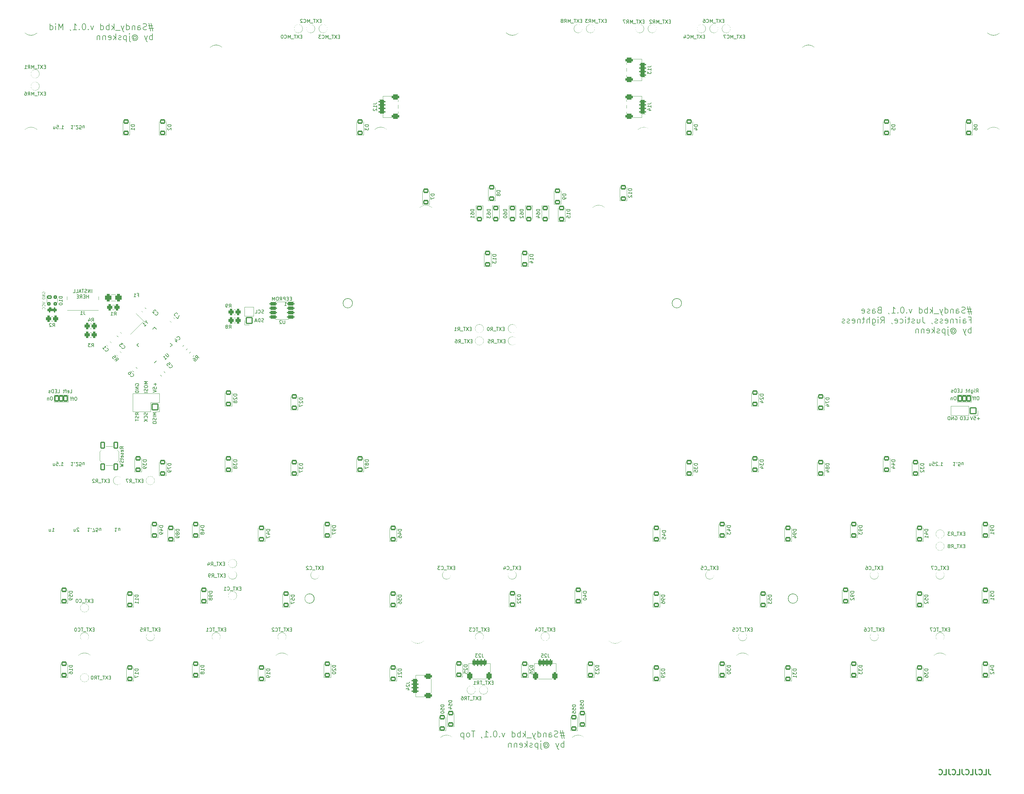
<source format=gbo>
G04 #@! TF.GenerationSoftware,KiCad,Pcbnew,(6.0.10-0)*
G04 #@! TF.CreationDate,2023-02-15T16:22:51+09:00*
G04 #@! TF.ProjectId,Sandy,53616e64-792e-46b6-9963-61645f706362,v.0*
G04 #@! TF.SameCoordinates,Original*
G04 #@! TF.FileFunction,Legend,Bot*
G04 #@! TF.FilePolarity,Positive*
%FSLAX46Y46*%
G04 Gerber Fmt 4.6, Leading zero omitted, Abs format (unit mm)*
G04 Created by KiCad (PCBNEW (6.0.10-0)) date 2023-02-15 16:22:51*
%MOMM*%
%LPD*%
G01*
G04 APERTURE LIST*
G04 Aperture macros list*
%AMRoundRect*
0 Rectangle with rounded corners*
0 $1 Rounding radius*
0 $2 $3 $4 $5 $6 $7 $8 $9 X,Y pos of 4 corners*
0 Add a 4 corners polygon primitive as box body*
4,1,4,$2,$3,$4,$5,$6,$7,$8,$9,$2,$3,0*
0 Add four circle primitives for the rounded corners*
1,1,$1+$1,$2,$3*
1,1,$1+$1,$4,$5*
1,1,$1+$1,$6,$7*
1,1,$1+$1,$8,$9*
0 Add four rect primitives between the rounded corners*
20,1,$1+$1,$2,$3,$4,$5,0*
20,1,$1+$1,$4,$5,$6,$7,0*
20,1,$1+$1,$6,$7,$8,$9,0*
20,1,$1+$1,$8,$9,$2,$3,0*%
G04 Aperture macros list end*
%ADD10C,0.400000*%
%ADD11C,0.200000*%
%ADD12C,0.150000*%
%ADD13C,0.300000*%
%ADD14C,0.120000*%
%ADD15C,0.330000*%
%ADD16C,1.187400*%
%ADD17C,6.496000*%
%ADD18O,5.600000X2.800000*%
%ADD19O,9.400000X7.900000*%
%ADD20O,8.781998X5.734000*%
%ADD21C,1.400000*%
%ADD22O,7.800000X5.000000*%
%ADD23C,5.200000*%
%ADD24C,2.150000*%
%ADD25C,4.387800*%
%ADD26C,2.650000*%
%ADD27C,3.448000*%
%ADD28O,1.900000X3.200000*%
%ADD29C,2.500000*%
%ADD30O,2.000000X2.300000*%
%ADD31O,2.000000X1.700000*%
%ADD32C,2.000000*%
%ADD33O,4.800000X1.850000*%
%ADD34O,2.100000X2.100000*%
%ADD35C,4.800000*%
%ADD36RoundRect,0.449999X-0.325001X-0.450001X0.325001X-0.450001X0.325001X0.450001X-0.325001X0.450001X0*%
%ADD37RoundRect,0.200000X-0.500000X-0.750000X0.500000X-0.750000X0.500000X0.750000X-0.500000X0.750000X0*%
%ADD38RoundRect,0.449999X0.325001X0.450001X-0.325001X0.450001X-0.325001X-0.450001X0.325001X-0.450001X0*%
%ADD39RoundRect,0.449999X0.548009X0.088388X0.088388X0.548009X-0.548009X-0.088388X-0.088388X-0.548009X0*%
%ADD40RoundRect,0.200000X-0.850000X-0.850000X0.850000X-0.850000X0.850000X0.850000X-0.850000X0.850000X0*%
%ADD41C,2.400000*%
%ADD42RoundRect,0.449999X-0.548009X-0.088388X-0.088388X-0.548009X0.548009X0.088388X0.088388X0.548009X0*%
%ADD43RoundRect,0.200000X0.106066X1.378858X-1.378858X-0.106066X-0.106066X-1.378858X1.378858X0.106066X0*%
%ADD44RoundRect,0.449999X0.088388X-0.548009X0.548009X-0.088388X-0.088388X0.548009X-0.548009X0.088388X0*%
%ADD45RoundRect,0.200000X0.850000X-0.850000X0.850000X0.850000X-0.850000X0.850000X-0.850000X-0.850000X0*%
%ADD46C,2.600000*%
%ADD47RoundRect,0.450001X0.462499X0.624999X-0.462499X0.624999X-0.462499X-0.624999X0.462499X-0.624999X0*%
%ADD48RoundRect,0.200000X-0.500000X0.350000X-0.500000X-0.350000X0.500000X-0.350000X0.500000X0.350000X0*%
%ADD49RoundRect,0.200000X-0.300000X0.350000X-0.300000X-0.350000X0.300000X-0.350000X0.300000X0.350000X0*%
%ADD50RoundRect,0.200000X-0.500000X0.850000X-0.500000X-0.850000X0.500000X-0.850000X0.500000X0.850000X0*%
%ADD51RoundRect,0.350000X0.725000X0.150000X-0.725000X0.150000X-0.725000X-0.150000X0.725000X-0.150000X0*%
%ADD52RoundRect,0.450000X-0.350000X-0.450000X0.350000X-0.450000X0.350000X0.450000X-0.350000X0.450000X0*%
%ADD53C,1.100000*%
%ADD54O,1.300000X2.800000*%
%ADD55O,1.300000X2.100000*%
%ADD56RoundRect,0.200000X-0.159099X-0.335876X0.335876X0.159099X0.159099X0.335876X-0.335876X-0.159099X0*%
%ADD57RoundRect,0.200000X-0.335876X0.159099X0.159099X-0.335876X0.335876X-0.159099X-0.159099X0.335876X0*%
%ADD58RoundRect,0.200000X0.000000X-0.910400X0.910400X0.000000X0.000000X0.910400X-0.910400X0.000000X0*%
%ADD59RoundRect,0.200000X0.600000X-0.450000X0.600000X0.450000X-0.600000X0.450000X-0.600000X-0.450000X0*%
%ADD60RoundRect,0.350000X0.150000X0.625000X-0.150000X0.625000X-0.150000X-0.625000X0.150000X-0.625000X0*%
%ADD61RoundRect,0.450000X0.350000X0.650000X-0.350000X0.650000X-0.350000X-0.650000X0.350000X-0.650000X0*%
%ADD62RoundRect,0.350000X-0.625000X0.150000X-0.625000X-0.150000X0.625000X-0.150000X0.625000X0.150000X0*%
%ADD63RoundRect,0.450000X-0.650000X0.350000X-0.650000X-0.350000X0.650000X-0.350000X0.650000X0.350000X0*%
%ADD64RoundRect,0.200000X-0.600000X0.450000X-0.600000X-0.450000X0.600000X-0.450000X0.600000X0.450000X0*%
%ADD65RoundRect,0.350000X0.625000X-0.150000X0.625000X0.150000X-0.625000X0.150000X-0.625000X-0.150000X0*%
%ADD66RoundRect,0.450000X0.650000X-0.350000X0.650000X0.350000X-0.650000X0.350000X-0.650000X-0.350000X0*%
G04 APERTURE END LIST*
D10*
X30298435Y-105586280D02*
X29948435Y-105586280D01*
X30298435Y-105586280D02*
X30298435Y-105886280D01*
X31398435Y-106671280D02*
X31398435Y-106371280D01*
X29948435Y-105586280D02*
X29948435Y-105886280D01*
X31398435Y-105586280D02*
X31398435Y-105886280D01*
D11*
X29440435Y-105886280D02*
X31980435Y-105886280D01*
X31980435Y-105886280D02*
X31980435Y-106394280D01*
X31980435Y-106394280D02*
X29440435Y-106394280D01*
X29440435Y-106394280D02*
X29440435Y-105886280D01*
G36*
X29440435Y-105886280D02*
G01*
X31980435Y-105886280D01*
X31980435Y-106394280D01*
X29440435Y-106394280D01*
X29440435Y-105886280D01*
G37*
D10*
X29948435Y-106371280D02*
X29948435Y-106671280D01*
D12*
X42227482Y-101129390D02*
X42227482Y-100129390D01*
X41751292Y-101129390D02*
X41751292Y-100129390D01*
X41179863Y-101129390D01*
X41179863Y-100129390D01*
X40751292Y-101081771D02*
X40608435Y-101129390D01*
X40370339Y-101129390D01*
X40275101Y-101081771D01*
X40227482Y-101034152D01*
X40179863Y-100938914D01*
X40179863Y-100843676D01*
X40227482Y-100748438D01*
X40275101Y-100700819D01*
X40370339Y-100653200D01*
X40560815Y-100605581D01*
X40656054Y-100557962D01*
X40703673Y-100510343D01*
X40751292Y-100415105D01*
X40751292Y-100319867D01*
X40703673Y-100224629D01*
X40656054Y-100177010D01*
X40560815Y-100129390D01*
X40322720Y-100129390D01*
X40179863Y-100177010D01*
X39894149Y-100129390D02*
X39322720Y-100129390D01*
X39608435Y-101129390D02*
X39608435Y-100129390D01*
X39037006Y-100843676D02*
X38560815Y-100843676D01*
X39132244Y-101129390D02*
X38798911Y-100129390D01*
X38465577Y-101129390D01*
X37656054Y-101129390D02*
X38132244Y-101129390D01*
X38132244Y-100129390D01*
X36846530Y-101129390D02*
X37322720Y-101129390D01*
X37322720Y-100129390D01*
X41298911Y-102739390D02*
X41298911Y-101739390D01*
X41298911Y-102215581D02*
X40727482Y-102215581D01*
X40727482Y-102739390D02*
X40727482Y-101739390D01*
X40251292Y-102215581D02*
X39917958Y-102215581D01*
X39775101Y-102739390D02*
X40251292Y-102739390D01*
X40251292Y-101739390D01*
X39775101Y-101739390D01*
X38775101Y-102739390D02*
X39108435Y-102263200D01*
X39346530Y-102739390D02*
X39346530Y-101739390D01*
X38965577Y-101739390D01*
X38870339Y-101787010D01*
X38822720Y-101834629D01*
X38775101Y-101929867D01*
X38775101Y-102072724D01*
X38822720Y-102167962D01*
X38870339Y-102215581D01*
X38965577Y-102263200D01*
X39346530Y-102263200D01*
X38346530Y-102215581D02*
X38013196Y-102215581D01*
X37870339Y-102739390D02*
X38346530Y-102739390D01*
X38346530Y-101739390D01*
X37870339Y-101739390D01*
D11*
X296810577Y-105872815D02*
X295524863Y-105872815D01*
X296296292Y-105101387D02*
X296810577Y-107415672D01*
X295696292Y-106644244D02*
X296982006Y-106644244D01*
X296210577Y-107415672D02*
X295696292Y-105101387D01*
X295010577Y-106987101D02*
X294753435Y-107072815D01*
X294324863Y-107072815D01*
X294153435Y-106987101D01*
X294067720Y-106901387D01*
X293982006Y-106729958D01*
X293982006Y-106558530D01*
X294067720Y-106387101D01*
X294153435Y-106301387D01*
X294324863Y-106215672D01*
X294667720Y-106129958D01*
X294839149Y-106044244D01*
X294924863Y-105958530D01*
X295010577Y-105787101D01*
X295010577Y-105615672D01*
X294924863Y-105444244D01*
X294839149Y-105358530D01*
X294667720Y-105272815D01*
X294239149Y-105272815D01*
X293982006Y-105358530D01*
X292439149Y-107072815D02*
X292439149Y-106129958D01*
X292524863Y-105958530D01*
X292696292Y-105872815D01*
X293039149Y-105872815D01*
X293210577Y-105958530D01*
X292439149Y-106987101D02*
X292610577Y-107072815D01*
X293039149Y-107072815D01*
X293210577Y-106987101D01*
X293296292Y-106815672D01*
X293296292Y-106644244D01*
X293210577Y-106472815D01*
X293039149Y-106387101D01*
X292610577Y-106387101D01*
X292439149Y-106301387D01*
X291582006Y-105872815D02*
X291582006Y-107072815D01*
X291582006Y-106044244D02*
X291496292Y-105958530D01*
X291324863Y-105872815D01*
X291067720Y-105872815D01*
X290896292Y-105958530D01*
X290810577Y-106129958D01*
X290810577Y-107072815D01*
X289182006Y-107072815D02*
X289182006Y-105272815D01*
X289182006Y-106987101D02*
X289353435Y-107072815D01*
X289696292Y-107072815D01*
X289867720Y-106987101D01*
X289953435Y-106901387D01*
X290039149Y-106729958D01*
X290039149Y-106215672D01*
X289953435Y-106044244D01*
X289867720Y-105958530D01*
X289696292Y-105872815D01*
X289353435Y-105872815D01*
X289182006Y-105958530D01*
X288496292Y-105872815D02*
X288067720Y-107072815D01*
X287639149Y-105872815D02*
X288067720Y-107072815D01*
X288239149Y-107501387D01*
X288324863Y-107587101D01*
X288496292Y-107672815D01*
X287382006Y-107244244D02*
X286010577Y-107244244D01*
X285582006Y-107072815D02*
X285582006Y-105272815D01*
X285410577Y-106387101D02*
X284896292Y-107072815D01*
X284896292Y-105872815D02*
X285582006Y-106558530D01*
X284124863Y-107072815D02*
X284124863Y-105272815D01*
X284124863Y-105958530D02*
X283953435Y-105872815D01*
X283610577Y-105872815D01*
X283439149Y-105958530D01*
X283353435Y-106044244D01*
X283267720Y-106215672D01*
X283267720Y-106729958D01*
X283353435Y-106901387D01*
X283439149Y-106987101D01*
X283610577Y-107072815D01*
X283953435Y-107072815D01*
X284124863Y-106987101D01*
X281724863Y-107072815D02*
X281724863Y-105272815D01*
X281724863Y-106987101D02*
X281896292Y-107072815D01*
X282239149Y-107072815D01*
X282410577Y-106987101D01*
X282496292Y-106901387D01*
X282582006Y-106729958D01*
X282582006Y-106215672D01*
X282496292Y-106044244D01*
X282410577Y-105958530D01*
X282239149Y-105872815D01*
X281896292Y-105872815D01*
X281724863Y-105958530D01*
X279667720Y-105872815D02*
X279239149Y-107072815D01*
X278810577Y-105872815D01*
X278124863Y-106901387D02*
X278039149Y-106987101D01*
X278124863Y-107072815D01*
X278210577Y-106987101D01*
X278124863Y-106901387D01*
X278124863Y-107072815D01*
X276924863Y-105272815D02*
X276753435Y-105272815D01*
X276582006Y-105358530D01*
X276496292Y-105444244D01*
X276410577Y-105615672D01*
X276324863Y-105958530D01*
X276324863Y-106387101D01*
X276410577Y-106729958D01*
X276496292Y-106901387D01*
X276582006Y-106987101D01*
X276753435Y-107072815D01*
X276924863Y-107072815D01*
X277096292Y-106987101D01*
X277182006Y-106901387D01*
X277267720Y-106729958D01*
X277353435Y-106387101D01*
X277353435Y-105958530D01*
X277267720Y-105615672D01*
X277182006Y-105444244D01*
X277096292Y-105358530D01*
X276924863Y-105272815D01*
X275553435Y-106901387D02*
X275467720Y-106987101D01*
X275553435Y-107072815D01*
X275639149Y-106987101D01*
X275553435Y-106901387D01*
X275553435Y-107072815D01*
X273753435Y-107072815D02*
X274782006Y-107072815D01*
X274267720Y-107072815D02*
X274267720Y-105272815D01*
X274439149Y-105529958D01*
X274610577Y-105701387D01*
X274782006Y-105787101D01*
X272896292Y-106987101D02*
X272896292Y-107072815D01*
X272982006Y-107244244D01*
X273067720Y-107329958D01*
X270153435Y-106129958D02*
X269896292Y-106215672D01*
X269810577Y-106301387D01*
X269724863Y-106472815D01*
X269724863Y-106729958D01*
X269810577Y-106901387D01*
X269896292Y-106987101D01*
X270067720Y-107072815D01*
X270753435Y-107072815D01*
X270753435Y-105272815D01*
X270153435Y-105272815D01*
X269982006Y-105358530D01*
X269896292Y-105444244D01*
X269810577Y-105615672D01*
X269810577Y-105787101D01*
X269896292Y-105958530D01*
X269982006Y-106044244D01*
X270153435Y-106129958D01*
X270753435Y-106129958D01*
X268182006Y-107072815D02*
X268182006Y-106129958D01*
X268267720Y-105958530D01*
X268439149Y-105872815D01*
X268782006Y-105872815D01*
X268953435Y-105958530D01*
X268182006Y-106987101D02*
X268353435Y-107072815D01*
X268782006Y-107072815D01*
X268953435Y-106987101D01*
X269039149Y-106815672D01*
X269039149Y-106644244D01*
X268953435Y-106472815D01*
X268782006Y-106387101D01*
X268353435Y-106387101D01*
X268182006Y-106301387D01*
X267410577Y-106987101D02*
X267239149Y-107072815D01*
X266896292Y-107072815D01*
X266724863Y-106987101D01*
X266639149Y-106815672D01*
X266639149Y-106729958D01*
X266724863Y-106558530D01*
X266896292Y-106472815D01*
X267153435Y-106472815D01*
X267324863Y-106387101D01*
X267410577Y-106215672D01*
X267410577Y-106129958D01*
X267324863Y-105958530D01*
X267153435Y-105872815D01*
X266896292Y-105872815D01*
X266724863Y-105958530D01*
X265182006Y-106987101D02*
X265353435Y-107072815D01*
X265696292Y-107072815D01*
X265867720Y-106987101D01*
X265953435Y-106815672D01*
X265953435Y-106129958D01*
X265867720Y-105958530D01*
X265696292Y-105872815D01*
X265353435Y-105872815D01*
X265182006Y-105958530D01*
X265096292Y-106129958D01*
X265096292Y-106301387D01*
X265953435Y-106472815D01*
X296124863Y-109027958D02*
X296724863Y-109027958D01*
X296724863Y-109970815D02*
X296724863Y-108170815D01*
X295867720Y-108170815D01*
X294410577Y-109970815D02*
X294410577Y-109027958D01*
X294496292Y-108856530D01*
X294667720Y-108770815D01*
X295010577Y-108770815D01*
X295182006Y-108856530D01*
X294410577Y-109885101D02*
X294582006Y-109970815D01*
X295010577Y-109970815D01*
X295182006Y-109885101D01*
X295267720Y-109713672D01*
X295267720Y-109542244D01*
X295182006Y-109370815D01*
X295010577Y-109285101D01*
X294582006Y-109285101D01*
X294410577Y-109199387D01*
X293553435Y-109970815D02*
X293553435Y-108770815D01*
X293553435Y-108170815D02*
X293639149Y-108256530D01*
X293553435Y-108342244D01*
X293467720Y-108256530D01*
X293553435Y-108170815D01*
X293553435Y-108342244D01*
X292696292Y-109970815D02*
X292696292Y-108770815D01*
X292696292Y-109113672D02*
X292610577Y-108942244D01*
X292524863Y-108856530D01*
X292353435Y-108770815D01*
X292182006Y-108770815D01*
X291582006Y-108770815D02*
X291582006Y-109970815D01*
X291582006Y-108942244D02*
X291496292Y-108856530D01*
X291324863Y-108770815D01*
X291067720Y-108770815D01*
X290896292Y-108856530D01*
X290810577Y-109027958D01*
X290810577Y-109970815D01*
X289267720Y-109885101D02*
X289439149Y-109970815D01*
X289782006Y-109970815D01*
X289953435Y-109885101D01*
X290039149Y-109713672D01*
X290039149Y-109027958D01*
X289953435Y-108856530D01*
X289782006Y-108770815D01*
X289439149Y-108770815D01*
X289267720Y-108856530D01*
X289182006Y-109027958D01*
X289182006Y-109199387D01*
X290039149Y-109370815D01*
X288496292Y-109885101D02*
X288324863Y-109970815D01*
X287982006Y-109970815D01*
X287810577Y-109885101D01*
X287724863Y-109713672D01*
X287724863Y-109627958D01*
X287810577Y-109456530D01*
X287982006Y-109370815D01*
X288239149Y-109370815D01*
X288410577Y-109285101D01*
X288496292Y-109113672D01*
X288496292Y-109027958D01*
X288410577Y-108856530D01*
X288239149Y-108770815D01*
X287982006Y-108770815D01*
X287810577Y-108856530D01*
X287039149Y-109885101D02*
X286867720Y-109970815D01*
X286524863Y-109970815D01*
X286353435Y-109885101D01*
X286267720Y-109713672D01*
X286267720Y-109627958D01*
X286353435Y-109456530D01*
X286524863Y-109370815D01*
X286782006Y-109370815D01*
X286953435Y-109285101D01*
X287039149Y-109113672D01*
X287039149Y-109027958D01*
X286953435Y-108856530D01*
X286782006Y-108770815D01*
X286524863Y-108770815D01*
X286353435Y-108856530D01*
X285410577Y-109885101D02*
X285410577Y-109970815D01*
X285496292Y-110142244D01*
X285582006Y-110227958D01*
X282753435Y-108170815D02*
X282753435Y-109456530D01*
X282839149Y-109713672D01*
X283010577Y-109885101D01*
X283267720Y-109970815D01*
X283439149Y-109970815D01*
X281124863Y-108770815D02*
X281124863Y-109970815D01*
X281896292Y-108770815D02*
X281896292Y-109713672D01*
X281810577Y-109885101D01*
X281639149Y-109970815D01*
X281382006Y-109970815D01*
X281210577Y-109885101D01*
X281124863Y-109799387D01*
X280353435Y-109885101D02*
X280182006Y-109970815D01*
X279839149Y-109970815D01*
X279667720Y-109885101D01*
X279582006Y-109713672D01*
X279582006Y-109627958D01*
X279667720Y-109456530D01*
X279839149Y-109370815D01*
X280096292Y-109370815D01*
X280267720Y-109285101D01*
X280353435Y-109113672D01*
X280353435Y-109027958D01*
X280267720Y-108856530D01*
X280096292Y-108770815D01*
X279839149Y-108770815D01*
X279667720Y-108856530D01*
X279067720Y-108770815D02*
X278382006Y-108770815D01*
X278810577Y-108170815D02*
X278810577Y-109713672D01*
X278724863Y-109885101D01*
X278553435Y-109970815D01*
X278382006Y-109970815D01*
X277782006Y-109970815D02*
X277782006Y-108770815D01*
X277782006Y-108170815D02*
X277867720Y-108256530D01*
X277782006Y-108342244D01*
X277696292Y-108256530D01*
X277782006Y-108170815D01*
X277782006Y-108342244D01*
X276153435Y-109885101D02*
X276324863Y-109970815D01*
X276667720Y-109970815D01*
X276839149Y-109885101D01*
X276924863Y-109799387D01*
X277010577Y-109627958D01*
X277010577Y-109113672D01*
X276924863Y-108942244D01*
X276839149Y-108856530D01*
X276667720Y-108770815D01*
X276324863Y-108770815D01*
X276153435Y-108856530D01*
X274696292Y-109885101D02*
X274867720Y-109970815D01*
X275210577Y-109970815D01*
X275382006Y-109885101D01*
X275467720Y-109713672D01*
X275467720Y-109027958D01*
X275382006Y-108856530D01*
X275210577Y-108770815D01*
X274867720Y-108770815D01*
X274696292Y-108856530D01*
X274610577Y-109027958D01*
X274610577Y-109199387D01*
X275467720Y-109370815D01*
X273753435Y-109885101D02*
X273753435Y-109970815D01*
X273839149Y-110142244D01*
X273924863Y-110227958D01*
X270582006Y-109970815D02*
X271182006Y-109113672D01*
X271610577Y-109970815D02*
X271610577Y-108170815D01*
X270924863Y-108170815D01*
X270753435Y-108256530D01*
X270667720Y-108342244D01*
X270582006Y-108513672D01*
X270582006Y-108770815D01*
X270667720Y-108942244D01*
X270753435Y-109027958D01*
X270924863Y-109113672D01*
X271610577Y-109113672D01*
X269810577Y-109970815D02*
X269810577Y-108770815D01*
X269810577Y-108170815D02*
X269896292Y-108256530D01*
X269810577Y-108342244D01*
X269724863Y-108256530D01*
X269810577Y-108170815D01*
X269810577Y-108342244D01*
X268182006Y-108770815D02*
X268182006Y-110227958D01*
X268267720Y-110399387D01*
X268353435Y-110485101D01*
X268524863Y-110570815D01*
X268782006Y-110570815D01*
X268953435Y-110485101D01*
X268182006Y-109885101D02*
X268353435Y-109970815D01*
X268696292Y-109970815D01*
X268867720Y-109885101D01*
X268953435Y-109799387D01*
X269039149Y-109627958D01*
X269039149Y-109113672D01*
X268953435Y-108942244D01*
X268867720Y-108856530D01*
X268696292Y-108770815D01*
X268353435Y-108770815D01*
X268182006Y-108856530D01*
X267324863Y-109970815D02*
X267324863Y-108170815D01*
X266553435Y-109970815D02*
X266553435Y-109027958D01*
X266639149Y-108856530D01*
X266810577Y-108770815D01*
X267067720Y-108770815D01*
X267239149Y-108856530D01*
X267324863Y-108942244D01*
X265953435Y-108770815D02*
X265267720Y-108770815D01*
X265696292Y-108170815D02*
X265696292Y-109713672D01*
X265610577Y-109885101D01*
X265439149Y-109970815D01*
X265267720Y-109970815D01*
X264667720Y-108770815D02*
X264667720Y-109970815D01*
X264667720Y-108942244D02*
X264582006Y-108856530D01*
X264410577Y-108770815D01*
X264153435Y-108770815D01*
X263982006Y-108856530D01*
X263896292Y-109027958D01*
X263896292Y-109970815D01*
X262353435Y-109885101D02*
X262524863Y-109970815D01*
X262867720Y-109970815D01*
X263039149Y-109885101D01*
X263124863Y-109713672D01*
X263124863Y-109027958D01*
X263039149Y-108856530D01*
X262867720Y-108770815D01*
X262524863Y-108770815D01*
X262353435Y-108856530D01*
X262267720Y-109027958D01*
X262267720Y-109199387D01*
X263124863Y-109370815D01*
X261582006Y-109885101D02*
X261410577Y-109970815D01*
X261067720Y-109970815D01*
X260896292Y-109885101D01*
X260810577Y-109713672D01*
X260810577Y-109627958D01*
X260896292Y-109456530D01*
X261067720Y-109370815D01*
X261324863Y-109370815D01*
X261496292Y-109285101D01*
X261582006Y-109113672D01*
X261582006Y-109027958D01*
X261496292Y-108856530D01*
X261324863Y-108770815D01*
X261067720Y-108770815D01*
X260896292Y-108856530D01*
X260124863Y-109885101D02*
X259953435Y-109970815D01*
X259610577Y-109970815D01*
X259439149Y-109885101D01*
X259353435Y-109713672D01*
X259353435Y-109627958D01*
X259439149Y-109456530D01*
X259610577Y-109370815D01*
X259867720Y-109370815D01*
X260039149Y-109285101D01*
X260124863Y-109113672D01*
X260124863Y-109027958D01*
X260039149Y-108856530D01*
X259867720Y-108770815D01*
X259610577Y-108770815D01*
X259439149Y-108856530D01*
X296724863Y-112868815D02*
X296724863Y-111068815D01*
X296724863Y-111754530D02*
X296553435Y-111668815D01*
X296210577Y-111668815D01*
X296039149Y-111754530D01*
X295953435Y-111840244D01*
X295867720Y-112011672D01*
X295867720Y-112525958D01*
X295953435Y-112697387D01*
X296039149Y-112783101D01*
X296210577Y-112868815D01*
X296553435Y-112868815D01*
X296724863Y-112783101D01*
X295267720Y-111668815D02*
X294839149Y-112868815D01*
X294410577Y-111668815D02*
X294839149Y-112868815D01*
X295010577Y-113297387D01*
X295096292Y-113383101D01*
X295267720Y-113468815D01*
X291239149Y-112011672D02*
X291324863Y-111925958D01*
X291496292Y-111840244D01*
X291667720Y-111840244D01*
X291839149Y-111925958D01*
X291924863Y-112011672D01*
X292010577Y-112183101D01*
X292010577Y-112354530D01*
X291924863Y-112525958D01*
X291839149Y-112611672D01*
X291667720Y-112697387D01*
X291496292Y-112697387D01*
X291324863Y-112611672D01*
X291239149Y-112525958D01*
X291239149Y-111840244D02*
X291239149Y-112525958D01*
X291153435Y-112611672D01*
X291067720Y-112611672D01*
X290896292Y-112525958D01*
X290810577Y-112354530D01*
X290810577Y-111925958D01*
X290982006Y-111668815D01*
X291239149Y-111497387D01*
X291582006Y-111411672D01*
X291924863Y-111497387D01*
X292182006Y-111668815D01*
X292353435Y-111925958D01*
X292439149Y-112268815D01*
X292353435Y-112611672D01*
X292182006Y-112868815D01*
X291924863Y-113040244D01*
X291582006Y-113125958D01*
X291239149Y-113040244D01*
X290982006Y-112868815D01*
X290039149Y-111668815D02*
X290039149Y-113211672D01*
X290124863Y-113383101D01*
X290296292Y-113468815D01*
X290382006Y-113468815D01*
X290039149Y-111068815D02*
X290124863Y-111154530D01*
X290039149Y-111240244D01*
X289953435Y-111154530D01*
X290039149Y-111068815D01*
X290039149Y-111240244D01*
X289182006Y-111668815D02*
X289182006Y-113468815D01*
X289182006Y-111754530D02*
X289010577Y-111668815D01*
X288667720Y-111668815D01*
X288496292Y-111754530D01*
X288410577Y-111840244D01*
X288324863Y-112011672D01*
X288324863Y-112525958D01*
X288410577Y-112697387D01*
X288496292Y-112783101D01*
X288667720Y-112868815D01*
X289010577Y-112868815D01*
X289182006Y-112783101D01*
X287639149Y-112783101D02*
X287467720Y-112868815D01*
X287124863Y-112868815D01*
X286953435Y-112783101D01*
X286867720Y-112611672D01*
X286867720Y-112525958D01*
X286953435Y-112354530D01*
X287124863Y-112268815D01*
X287382006Y-112268815D01*
X287553435Y-112183101D01*
X287639149Y-112011672D01*
X287639149Y-111925958D01*
X287553435Y-111754530D01*
X287382006Y-111668815D01*
X287124863Y-111668815D01*
X286953435Y-111754530D01*
X286096292Y-112868815D02*
X286096292Y-111068815D01*
X285924863Y-112183101D02*
X285410577Y-112868815D01*
X285410577Y-111668815D02*
X286096292Y-112354530D01*
X283953435Y-112783101D02*
X284124863Y-112868815D01*
X284467720Y-112868815D01*
X284639149Y-112783101D01*
X284724863Y-112611672D01*
X284724863Y-111925958D01*
X284639149Y-111754530D01*
X284467720Y-111668815D01*
X284124863Y-111668815D01*
X283953435Y-111754530D01*
X283867720Y-111925958D01*
X283867720Y-112097387D01*
X284724863Y-112268815D01*
X283096292Y-111668815D02*
X283096292Y-112868815D01*
X283096292Y-111840244D02*
X283010577Y-111754530D01*
X282839149Y-111668815D01*
X282582006Y-111668815D01*
X282410577Y-111754530D01*
X282324863Y-111925958D01*
X282324863Y-112868815D01*
X281467720Y-111668815D02*
X281467720Y-112868815D01*
X281467720Y-111840244D02*
X281382006Y-111754530D01*
X281210577Y-111668815D01*
X280953435Y-111668815D01*
X280782006Y-111754530D01*
X280696292Y-111925958D01*
X280696292Y-112868815D01*
D13*
X301830756Y-239303851D02*
X301830756Y-240375280D01*
X301902185Y-240589565D01*
X302045042Y-240732422D01*
X302259327Y-240803851D01*
X302402185Y-240803851D01*
X300402185Y-240803851D02*
X301116470Y-240803851D01*
X301116470Y-239303851D01*
X299045042Y-240660994D02*
X299116470Y-240732422D01*
X299330756Y-240803851D01*
X299473613Y-240803851D01*
X299687899Y-240732422D01*
X299830756Y-240589565D01*
X299902185Y-240446708D01*
X299973613Y-240160994D01*
X299973613Y-239946708D01*
X299902185Y-239660994D01*
X299830756Y-239518137D01*
X299687899Y-239375280D01*
X299473613Y-239303851D01*
X299330756Y-239303851D01*
X299116470Y-239375280D01*
X299045042Y-239446708D01*
X297973613Y-239303851D02*
X297973613Y-240375280D01*
X298045042Y-240589565D01*
X298187899Y-240732422D01*
X298402185Y-240803851D01*
X298545042Y-240803851D01*
X296545042Y-240803851D02*
X297259327Y-240803851D01*
X297259327Y-239303851D01*
X295187899Y-240660994D02*
X295259327Y-240732422D01*
X295473613Y-240803851D01*
X295616470Y-240803851D01*
X295830756Y-240732422D01*
X295973613Y-240589565D01*
X296045042Y-240446708D01*
X296116470Y-240160994D01*
X296116470Y-239946708D01*
X296045042Y-239660994D01*
X295973613Y-239518137D01*
X295830756Y-239375280D01*
X295616470Y-239303851D01*
X295473613Y-239303851D01*
X295259327Y-239375280D01*
X295187899Y-239446708D01*
X294116470Y-239303851D02*
X294116470Y-240375280D01*
X294187899Y-240589565D01*
X294330756Y-240732422D01*
X294545042Y-240803851D01*
X294687899Y-240803851D01*
X292687899Y-240803851D02*
X293402185Y-240803851D01*
X293402185Y-239303851D01*
X291330756Y-240660994D02*
X291402185Y-240732422D01*
X291616470Y-240803851D01*
X291759327Y-240803851D01*
X291973613Y-240732422D01*
X292116470Y-240589565D01*
X292187899Y-240446708D01*
X292259327Y-240160994D01*
X292259327Y-239946708D01*
X292187899Y-239660994D01*
X292116470Y-239518137D01*
X291973613Y-239375280D01*
X291759327Y-239303851D01*
X291616470Y-239303851D01*
X291402185Y-239375280D01*
X291330756Y-239446708D01*
X290259327Y-239303851D02*
X290259327Y-240375280D01*
X290330756Y-240589565D01*
X290473613Y-240732422D01*
X290687899Y-240803851D01*
X290830756Y-240803851D01*
X288830756Y-240803851D02*
X289545042Y-240803851D01*
X289545042Y-239303851D01*
X287473613Y-240660994D02*
X287545042Y-240732422D01*
X287759327Y-240803851D01*
X287902185Y-240803851D01*
X288116470Y-240732422D01*
X288259327Y-240589565D01*
X288330756Y-240446708D01*
X288402185Y-240160994D01*
X288402185Y-239946708D01*
X288330756Y-239660994D01*
X288259327Y-239518137D01*
X288116470Y-239375280D01*
X287902185Y-239303851D01*
X287759327Y-239303851D01*
X287545042Y-239375280D01*
X287473613Y-239446708D01*
D11*
X178938702Y-228765565D02*
X177652988Y-228765565D01*
X178424417Y-227994137D02*
X178938702Y-230308422D01*
X177824417Y-229536994D02*
X179110131Y-229536994D01*
X178338702Y-230308422D02*
X177824417Y-227994137D01*
X177138702Y-229879851D02*
X176881560Y-229965565D01*
X176452988Y-229965565D01*
X176281560Y-229879851D01*
X176195845Y-229794137D01*
X176110131Y-229622708D01*
X176110131Y-229451280D01*
X176195845Y-229279851D01*
X176281560Y-229194137D01*
X176452988Y-229108422D01*
X176795845Y-229022708D01*
X176967274Y-228936994D01*
X177052988Y-228851280D01*
X177138702Y-228679851D01*
X177138702Y-228508422D01*
X177052988Y-228336994D01*
X176967274Y-228251280D01*
X176795845Y-228165565D01*
X176367274Y-228165565D01*
X176110131Y-228251280D01*
X174567274Y-229965565D02*
X174567274Y-229022708D01*
X174652988Y-228851280D01*
X174824417Y-228765565D01*
X175167274Y-228765565D01*
X175338702Y-228851280D01*
X174567274Y-229879851D02*
X174738702Y-229965565D01*
X175167274Y-229965565D01*
X175338702Y-229879851D01*
X175424417Y-229708422D01*
X175424417Y-229536994D01*
X175338702Y-229365565D01*
X175167274Y-229279851D01*
X174738702Y-229279851D01*
X174567274Y-229194137D01*
X173710131Y-228765565D02*
X173710131Y-229965565D01*
X173710131Y-228936994D02*
X173624417Y-228851280D01*
X173452988Y-228765565D01*
X173195845Y-228765565D01*
X173024417Y-228851280D01*
X172938702Y-229022708D01*
X172938702Y-229965565D01*
X171310131Y-229965565D02*
X171310131Y-228165565D01*
X171310131Y-229879851D02*
X171481560Y-229965565D01*
X171824417Y-229965565D01*
X171995845Y-229879851D01*
X172081560Y-229794137D01*
X172167274Y-229622708D01*
X172167274Y-229108422D01*
X172081560Y-228936994D01*
X171995845Y-228851280D01*
X171824417Y-228765565D01*
X171481560Y-228765565D01*
X171310131Y-228851280D01*
X170624417Y-228765565D02*
X170195845Y-229965565D01*
X169767274Y-228765565D02*
X170195845Y-229965565D01*
X170367274Y-230394137D01*
X170452988Y-230479851D01*
X170624417Y-230565565D01*
X169510131Y-230136994D02*
X168138702Y-230136994D01*
X167710131Y-229965565D02*
X167710131Y-228165565D01*
X167538702Y-229279851D02*
X167024417Y-229965565D01*
X167024417Y-228765565D02*
X167710131Y-229451280D01*
X166252988Y-229965565D02*
X166252988Y-228165565D01*
X166252988Y-228851280D02*
X166081560Y-228765565D01*
X165738702Y-228765565D01*
X165567274Y-228851280D01*
X165481560Y-228936994D01*
X165395845Y-229108422D01*
X165395845Y-229622708D01*
X165481560Y-229794137D01*
X165567274Y-229879851D01*
X165738702Y-229965565D01*
X166081560Y-229965565D01*
X166252988Y-229879851D01*
X163852988Y-229965565D02*
X163852988Y-228165565D01*
X163852988Y-229879851D02*
X164024417Y-229965565D01*
X164367274Y-229965565D01*
X164538702Y-229879851D01*
X164624417Y-229794137D01*
X164710131Y-229622708D01*
X164710131Y-229108422D01*
X164624417Y-228936994D01*
X164538702Y-228851280D01*
X164367274Y-228765565D01*
X164024417Y-228765565D01*
X163852988Y-228851280D01*
X161795845Y-228765565D02*
X161367274Y-229965565D01*
X160938702Y-228765565D01*
X160252988Y-229794137D02*
X160167274Y-229879851D01*
X160252988Y-229965565D01*
X160338702Y-229879851D01*
X160252988Y-229794137D01*
X160252988Y-229965565D01*
X159052988Y-228165565D02*
X158881560Y-228165565D01*
X158710131Y-228251280D01*
X158624417Y-228336994D01*
X158538702Y-228508422D01*
X158452988Y-228851280D01*
X158452988Y-229279851D01*
X158538702Y-229622708D01*
X158624417Y-229794137D01*
X158710131Y-229879851D01*
X158881560Y-229965565D01*
X159052988Y-229965565D01*
X159224417Y-229879851D01*
X159310131Y-229794137D01*
X159395845Y-229622708D01*
X159481560Y-229279851D01*
X159481560Y-228851280D01*
X159395845Y-228508422D01*
X159310131Y-228336994D01*
X159224417Y-228251280D01*
X159052988Y-228165565D01*
X157681560Y-229794137D02*
X157595845Y-229879851D01*
X157681560Y-229965565D01*
X157767274Y-229879851D01*
X157681560Y-229794137D01*
X157681560Y-229965565D01*
X155881560Y-229965565D02*
X156910131Y-229965565D01*
X156395845Y-229965565D02*
X156395845Y-228165565D01*
X156567274Y-228422708D01*
X156738702Y-228594137D01*
X156910131Y-228679851D01*
X155024417Y-229879851D02*
X155024417Y-229965565D01*
X155110131Y-230136994D01*
X155195845Y-230222708D01*
X153138702Y-228165565D02*
X152110131Y-228165565D01*
X152624417Y-229965565D02*
X152624417Y-228165565D01*
X151252988Y-229965565D02*
X151424417Y-229879851D01*
X151510131Y-229794137D01*
X151595845Y-229622708D01*
X151595845Y-229108422D01*
X151510131Y-228936994D01*
X151424417Y-228851280D01*
X151252988Y-228765565D01*
X150995845Y-228765565D01*
X150824417Y-228851280D01*
X150738702Y-228936994D01*
X150652988Y-229108422D01*
X150652988Y-229622708D01*
X150738702Y-229794137D01*
X150824417Y-229879851D01*
X150995845Y-229965565D01*
X151252988Y-229965565D01*
X149881560Y-228765565D02*
X149881560Y-230565565D01*
X149881560Y-228851280D02*
X149710131Y-228765565D01*
X149367274Y-228765565D01*
X149195845Y-228851280D01*
X149110131Y-228936994D01*
X149024417Y-229108422D01*
X149024417Y-229622708D01*
X149110131Y-229794137D01*
X149195845Y-229879851D01*
X149367274Y-229965565D01*
X149710131Y-229965565D01*
X149881560Y-229879851D01*
X178852988Y-232863565D02*
X178852988Y-231063565D01*
X178852988Y-231749280D02*
X178681560Y-231663565D01*
X178338702Y-231663565D01*
X178167274Y-231749280D01*
X178081560Y-231834994D01*
X177995845Y-232006422D01*
X177995845Y-232520708D01*
X178081560Y-232692137D01*
X178167274Y-232777851D01*
X178338702Y-232863565D01*
X178681560Y-232863565D01*
X178852988Y-232777851D01*
X177395845Y-231663565D02*
X176967274Y-232863565D01*
X176538702Y-231663565D02*
X176967274Y-232863565D01*
X177138702Y-233292137D01*
X177224417Y-233377851D01*
X177395845Y-233463565D01*
X173367274Y-232006422D02*
X173452988Y-231920708D01*
X173624417Y-231834994D01*
X173795845Y-231834994D01*
X173967274Y-231920708D01*
X174052988Y-232006422D01*
X174138702Y-232177851D01*
X174138702Y-232349280D01*
X174052988Y-232520708D01*
X173967274Y-232606422D01*
X173795845Y-232692137D01*
X173624417Y-232692137D01*
X173452988Y-232606422D01*
X173367274Y-232520708D01*
X173367274Y-231834994D02*
X173367274Y-232520708D01*
X173281560Y-232606422D01*
X173195845Y-232606422D01*
X173024417Y-232520708D01*
X172938702Y-232349280D01*
X172938702Y-231920708D01*
X173110131Y-231663565D01*
X173367274Y-231492137D01*
X173710131Y-231406422D01*
X174052988Y-231492137D01*
X174310131Y-231663565D01*
X174481560Y-231920708D01*
X174567274Y-232263565D01*
X174481560Y-232606422D01*
X174310131Y-232863565D01*
X174052988Y-233034994D01*
X173710131Y-233120708D01*
X173367274Y-233034994D01*
X173110131Y-232863565D01*
X172167274Y-231663565D02*
X172167274Y-233206422D01*
X172252988Y-233377851D01*
X172424417Y-233463565D01*
X172510131Y-233463565D01*
X172167274Y-231063565D02*
X172252988Y-231149280D01*
X172167274Y-231234994D01*
X172081560Y-231149280D01*
X172167274Y-231063565D01*
X172167274Y-231234994D01*
X171310131Y-231663565D02*
X171310131Y-233463565D01*
X171310131Y-231749280D02*
X171138702Y-231663565D01*
X170795845Y-231663565D01*
X170624417Y-231749280D01*
X170538702Y-231834994D01*
X170452988Y-232006422D01*
X170452988Y-232520708D01*
X170538702Y-232692137D01*
X170624417Y-232777851D01*
X170795845Y-232863565D01*
X171138702Y-232863565D01*
X171310131Y-232777851D01*
X169767274Y-232777851D02*
X169595845Y-232863565D01*
X169252988Y-232863565D01*
X169081560Y-232777851D01*
X168995845Y-232606422D01*
X168995845Y-232520708D01*
X169081560Y-232349280D01*
X169252988Y-232263565D01*
X169510131Y-232263565D01*
X169681560Y-232177851D01*
X169767274Y-232006422D01*
X169767274Y-231920708D01*
X169681560Y-231749280D01*
X169510131Y-231663565D01*
X169252988Y-231663565D01*
X169081560Y-231749280D01*
X168224417Y-232863565D02*
X168224417Y-231063565D01*
X168052988Y-232177851D02*
X167538702Y-232863565D01*
X167538702Y-231663565D02*
X168224417Y-232349280D01*
X166081560Y-232777851D02*
X166252988Y-232863565D01*
X166595845Y-232863565D01*
X166767274Y-232777851D01*
X166852988Y-232606422D01*
X166852988Y-231920708D01*
X166767274Y-231749280D01*
X166595845Y-231663565D01*
X166252988Y-231663565D01*
X166081560Y-231749280D01*
X165995845Y-231920708D01*
X165995845Y-232092137D01*
X166852988Y-232263565D01*
X165224417Y-231663565D02*
X165224417Y-232863565D01*
X165224417Y-231834994D02*
X165138702Y-231749280D01*
X164967274Y-231663565D01*
X164710131Y-231663565D01*
X164538702Y-231749280D01*
X164452988Y-231920708D01*
X164452988Y-232863565D01*
X163595845Y-231663565D02*
X163595845Y-232863565D01*
X163595845Y-231834994D02*
X163510131Y-231749280D01*
X163338702Y-231663565D01*
X163081560Y-231663565D01*
X162910131Y-231749280D01*
X162824417Y-231920708D01*
X162824417Y-232863565D01*
X59876202Y-23740565D02*
X58590488Y-23740565D01*
X59361917Y-22969137D02*
X59876202Y-25283422D01*
X58761917Y-24511994D02*
X60047631Y-24511994D01*
X59276202Y-25283422D02*
X58761917Y-22969137D01*
X58076202Y-24854851D02*
X57819060Y-24940565D01*
X57390488Y-24940565D01*
X57219060Y-24854851D01*
X57133345Y-24769137D01*
X57047631Y-24597708D01*
X57047631Y-24426280D01*
X57133345Y-24254851D01*
X57219060Y-24169137D01*
X57390488Y-24083422D01*
X57733345Y-23997708D01*
X57904774Y-23911994D01*
X57990488Y-23826280D01*
X58076202Y-23654851D01*
X58076202Y-23483422D01*
X57990488Y-23311994D01*
X57904774Y-23226280D01*
X57733345Y-23140565D01*
X57304774Y-23140565D01*
X57047631Y-23226280D01*
X55504774Y-24940565D02*
X55504774Y-23997708D01*
X55590488Y-23826280D01*
X55761917Y-23740565D01*
X56104774Y-23740565D01*
X56276202Y-23826280D01*
X55504774Y-24854851D02*
X55676202Y-24940565D01*
X56104774Y-24940565D01*
X56276202Y-24854851D01*
X56361917Y-24683422D01*
X56361917Y-24511994D01*
X56276202Y-24340565D01*
X56104774Y-24254851D01*
X55676202Y-24254851D01*
X55504774Y-24169137D01*
X54647631Y-23740565D02*
X54647631Y-24940565D01*
X54647631Y-23911994D02*
X54561917Y-23826280D01*
X54390488Y-23740565D01*
X54133345Y-23740565D01*
X53961917Y-23826280D01*
X53876202Y-23997708D01*
X53876202Y-24940565D01*
X52247631Y-24940565D02*
X52247631Y-23140565D01*
X52247631Y-24854851D02*
X52419060Y-24940565D01*
X52761917Y-24940565D01*
X52933345Y-24854851D01*
X53019060Y-24769137D01*
X53104774Y-24597708D01*
X53104774Y-24083422D01*
X53019060Y-23911994D01*
X52933345Y-23826280D01*
X52761917Y-23740565D01*
X52419060Y-23740565D01*
X52247631Y-23826280D01*
X51561917Y-23740565D02*
X51133345Y-24940565D01*
X50704774Y-23740565D02*
X51133345Y-24940565D01*
X51304774Y-25369137D01*
X51390488Y-25454851D01*
X51561917Y-25540565D01*
X50447631Y-25111994D02*
X49076202Y-25111994D01*
X48647631Y-24940565D02*
X48647631Y-23140565D01*
X48476202Y-24254851D02*
X47961917Y-24940565D01*
X47961917Y-23740565D02*
X48647631Y-24426280D01*
X47190488Y-24940565D02*
X47190488Y-23140565D01*
X47190488Y-23826280D02*
X47019060Y-23740565D01*
X46676202Y-23740565D01*
X46504774Y-23826280D01*
X46419060Y-23911994D01*
X46333345Y-24083422D01*
X46333345Y-24597708D01*
X46419060Y-24769137D01*
X46504774Y-24854851D01*
X46676202Y-24940565D01*
X47019060Y-24940565D01*
X47190488Y-24854851D01*
X44790488Y-24940565D02*
X44790488Y-23140565D01*
X44790488Y-24854851D02*
X44961917Y-24940565D01*
X45304774Y-24940565D01*
X45476202Y-24854851D01*
X45561917Y-24769137D01*
X45647631Y-24597708D01*
X45647631Y-24083422D01*
X45561917Y-23911994D01*
X45476202Y-23826280D01*
X45304774Y-23740565D01*
X44961917Y-23740565D01*
X44790488Y-23826280D01*
X42733345Y-23740565D02*
X42304774Y-24940565D01*
X41876202Y-23740565D01*
X41190488Y-24769137D02*
X41104774Y-24854851D01*
X41190488Y-24940565D01*
X41276202Y-24854851D01*
X41190488Y-24769137D01*
X41190488Y-24940565D01*
X39990488Y-23140565D02*
X39819060Y-23140565D01*
X39647631Y-23226280D01*
X39561917Y-23311994D01*
X39476202Y-23483422D01*
X39390488Y-23826280D01*
X39390488Y-24254851D01*
X39476202Y-24597708D01*
X39561917Y-24769137D01*
X39647631Y-24854851D01*
X39819060Y-24940565D01*
X39990488Y-24940565D01*
X40161917Y-24854851D01*
X40247631Y-24769137D01*
X40333345Y-24597708D01*
X40419060Y-24254851D01*
X40419060Y-23826280D01*
X40333345Y-23483422D01*
X40247631Y-23311994D01*
X40161917Y-23226280D01*
X39990488Y-23140565D01*
X38619060Y-24769137D02*
X38533345Y-24854851D01*
X38619060Y-24940565D01*
X38704774Y-24854851D01*
X38619060Y-24769137D01*
X38619060Y-24940565D01*
X36819060Y-24940565D02*
X37847631Y-24940565D01*
X37333345Y-24940565D02*
X37333345Y-23140565D01*
X37504774Y-23397708D01*
X37676202Y-23569137D01*
X37847631Y-23654851D01*
X35961917Y-24854851D02*
X35961917Y-24940565D01*
X36047631Y-25111994D01*
X36133345Y-25197708D01*
X33819060Y-24940565D02*
X33819060Y-23140565D01*
X33219060Y-24426280D01*
X32619060Y-23140565D01*
X32619060Y-24940565D01*
X31761917Y-24940565D02*
X31761917Y-23740565D01*
X31761917Y-23140565D02*
X31847631Y-23226280D01*
X31761917Y-23311994D01*
X31676202Y-23226280D01*
X31761917Y-23140565D01*
X31761917Y-23311994D01*
X30133345Y-24940565D02*
X30133345Y-23140565D01*
X30133345Y-24854851D02*
X30304774Y-24940565D01*
X30647631Y-24940565D01*
X30819060Y-24854851D01*
X30904774Y-24769137D01*
X30990488Y-24597708D01*
X30990488Y-24083422D01*
X30904774Y-23911994D01*
X30819060Y-23826280D01*
X30647631Y-23740565D01*
X30304774Y-23740565D01*
X30133345Y-23826280D01*
X59790488Y-27838565D02*
X59790488Y-26038565D01*
X59790488Y-26724280D02*
X59619060Y-26638565D01*
X59276202Y-26638565D01*
X59104774Y-26724280D01*
X59019060Y-26809994D01*
X58933345Y-26981422D01*
X58933345Y-27495708D01*
X59019060Y-27667137D01*
X59104774Y-27752851D01*
X59276202Y-27838565D01*
X59619060Y-27838565D01*
X59790488Y-27752851D01*
X58333345Y-26638565D02*
X57904774Y-27838565D01*
X57476202Y-26638565D02*
X57904774Y-27838565D01*
X58076202Y-28267137D01*
X58161917Y-28352851D01*
X58333345Y-28438565D01*
X54304774Y-26981422D02*
X54390488Y-26895708D01*
X54561917Y-26809994D01*
X54733345Y-26809994D01*
X54904774Y-26895708D01*
X54990488Y-26981422D01*
X55076202Y-27152851D01*
X55076202Y-27324280D01*
X54990488Y-27495708D01*
X54904774Y-27581422D01*
X54733345Y-27667137D01*
X54561917Y-27667137D01*
X54390488Y-27581422D01*
X54304774Y-27495708D01*
X54304774Y-26809994D02*
X54304774Y-27495708D01*
X54219060Y-27581422D01*
X54133345Y-27581422D01*
X53961917Y-27495708D01*
X53876202Y-27324280D01*
X53876202Y-26895708D01*
X54047631Y-26638565D01*
X54304774Y-26467137D01*
X54647631Y-26381422D01*
X54990488Y-26467137D01*
X55247631Y-26638565D01*
X55419060Y-26895708D01*
X55504774Y-27238565D01*
X55419060Y-27581422D01*
X55247631Y-27838565D01*
X54990488Y-28009994D01*
X54647631Y-28095708D01*
X54304774Y-28009994D01*
X54047631Y-27838565D01*
X53104774Y-26638565D02*
X53104774Y-28181422D01*
X53190488Y-28352851D01*
X53361917Y-28438565D01*
X53447631Y-28438565D01*
X53104774Y-26038565D02*
X53190488Y-26124280D01*
X53104774Y-26209994D01*
X53019060Y-26124280D01*
X53104774Y-26038565D01*
X53104774Y-26209994D01*
X52247631Y-26638565D02*
X52247631Y-28438565D01*
X52247631Y-26724280D02*
X52076202Y-26638565D01*
X51733345Y-26638565D01*
X51561917Y-26724280D01*
X51476202Y-26809994D01*
X51390488Y-26981422D01*
X51390488Y-27495708D01*
X51476202Y-27667137D01*
X51561917Y-27752851D01*
X51733345Y-27838565D01*
X52076202Y-27838565D01*
X52247631Y-27752851D01*
X50704774Y-27752851D02*
X50533345Y-27838565D01*
X50190488Y-27838565D01*
X50019060Y-27752851D01*
X49933345Y-27581422D01*
X49933345Y-27495708D01*
X50019060Y-27324280D01*
X50190488Y-27238565D01*
X50447631Y-27238565D01*
X50619060Y-27152851D01*
X50704774Y-26981422D01*
X50704774Y-26895708D01*
X50619060Y-26724280D01*
X50447631Y-26638565D01*
X50190488Y-26638565D01*
X50019060Y-26724280D01*
X49161917Y-27838565D02*
X49161917Y-26038565D01*
X48990488Y-27152851D02*
X48476202Y-27838565D01*
X48476202Y-26638565D02*
X49161917Y-27324280D01*
X47019060Y-27752851D02*
X47190488Y-27838565D01*
X47533345Y-27838565D01*
X47704774Y-27752851D01*
X47790488Y-27581422D01*
X47790488Y-26895708D01*
X47704774Y-26724280D01*
X47533345Y-26638565D01*
X47190488Y-26638565D01*
X47019060Y-26724280D01*
X46933345Y-26895708D01*
X46933345Y-27067137D01*
X47790488Y-27238565D01*
X46161917Y-26638565D02*
X46161917Y-27838565D01*
X46161917Y-26809994D02*
X46076202Y-26724280D01*
X45904774Y-26638565D01*
X45647631Y-26638565D01*
X45476202Y-26724280D01*
X45390488Y-26895708D01*
X45390488Y-27838565D01*
X44533345Y-26638565D02*
X44533345Y-27838565D01*
X44533345Y-26809994D02*
X44447631Y-26724280D01*
X44276202Y-26638565D01*
X44019060Y-26638565D01*
X43847631Y-26724280D01*
X43761917Y-26895708D01*
X43761917Y-27838565D01*
D12*
X30750141Y-170330785D02*
X31321570Y-170330785D01*
X31035855Y-170330785D02*
X31035855Y-169330785D01*
X31131094Y-169473643D01*
X31226332Y-169568881D01*
X31321570Y-169616500D01*
X29892998Y-169664119D02*
X29892998Y-170330785D01*
X30321570Y-169664119D02*
X30321570Y-170187928D01*
X30273951Y-170283166D01*
X30178713Y-170330785D01*
X30035855Y-170330785D01*
X29940617Y-170283166D01*
X29892998Y-170235547D01*
X49466808Y-169426024D02*
X48895379Y-169426024D01*
X49181094Y-169426024D02*
X49181094Y-170426024D01*
X49085855Y-170283166D01*
X48990617Y-170187928D01*
X48895379Y-170140309D01*
X50323951Y-170092690D02*
X50323951Y-169426024D01*
X49895379Y-170092690D02*
X49895379Y-169568881D01*
X49942998Y-169473643D01*
X50038236Y-169426024D01*
X50181094Y-169426024D01*
X50276332Y-169473643D01*
X50323951Y-169521262D01*
X292177482Y-150376024D02*
X291606054Y-150376024D01*
X291891768Y-150376024D02*
X291891768Y-151376024D01*
X291796530Y-151233166D01*
X291701292Y-151137928D01*
X291606054Y-151090309D01*
X292606054Y-150471262D02*
X292653673Y-150423643D01*
X292606054Y-150376024D01*
X292558435Y-150423643D01*
X292606054Y-150471262D01*
X292606054Y-150376024D01*
X293558435Y-151376024D02*
X293082244Y-151376024D01*
X293034625Y-150899833D01*
X293082244Y-150947452D01*
X293177482Y-150995071D01*
X293415577Y-150995071D01*
X293510815Y-150947452D01*
X293558435Y-150899833D01*
X293606054Y-150804595D01*
X293606054Y-150566500D01*
X293558435Y-150471262D01*
X293510815Y-150423643D01*
X293415577Y-150376024D01*
X293177482Y-150376024D01*
X293082244Y-150423643D01*
X293034625Y-150471262D01*
X294463196Y-151042690D02*
X294463196Y-150376024D01*
X294034625Y-151042690D02*
X294034625Y-150518881D01*
X294082244Y-150423643D01*
X294177482Y-150376024D01*
X294320339Y-150376024D01*
X294415577Y-150423643D01*
X294463196Y-150471262D01*
X36801292Y-150376024D02*
X36229863Y-150376024D01*
X36515577Y-150376024D02*
X36515577Y-151376024D01*
X36420339Y-151233166D01*
X36325101Y-151137928D01*
X36229863Y-151090309D01*
X37229863Y-150471262D02*
X37277482Y-150423643D01*
X37229863Y-150376024D01*
X37182244Y-150423643D01*
X37229863Y-150471262D01*
X37229863Y-150376024D01*
X37658435Y-151280785D02*
X37706054Y-151328405D01*
X37801292Y-151376024D01*
X38039387Y-151376024D01*
X38134625Y-151328405D01*
X38182244Y-151280785D01*
X38229863Y-151185547D01*
X38229863Y-151090309D01*
X38182244Y-150947452D01*
X37610815Y-150376024D01*
X38229863Y-150376024D01*
X39134625Y-151376024D02*
X38658435Y-151376024D01*
X38610815Y-150899833D01*
X38658435Y-150947452D01*
X38753673Y-150995071D01*
X38991768Y-150995071D01*
X39087006Y-150947452D01*
X39134625Y-150899833D01*
X39182244Y-150804595D01*
X39182244Y-150566500D01*
X39134625Y-150471262D01*
X39087006Y-150423643D01*
X38991768Y-150376024D01*
X38753673Y-150376024D01*
X38658435Y-150423643D01*
X38610815Y-150471262D01*
X40039387Y-151042690D02*
X40039387Y-150376024D01*
X39610815Y-151042690D02*
X39610815Y-150518881D01*
X39658435Y-150423643D01*
X39753673Y-150376024D01*
X39896530Y-150376024D01*
X39991768Y-150423643D01*
X40039387Y-150471262D01*
X33339387Y-151280785D02*
X33910815Y-151280785D01*
X33625101Y-151280785D02*
X33625101Y-150280785D01*
X33720339Y-150423643D01*
X33815577Y-150518881D01*
X33910815Y-150566500D01*
X32910815Y-151185547D02*
X32863196Y-151233166D01*
X32910815Y-151280785D01*
X32958435Y-151233166D01*
X32910815Y-151185547D01*
X32910815Y-151280785D01*
X31958435Y-150280785D02*
X32434625Y-150280785D01*
X32482244Y-150756976D01*
X32434625Y-150709357D01*
X32339387Y-150661738D01*
X32101292Y-150661738D01*
X32006054Y-150709357D01*
X31958435Y-150756976D01*
X31910815Y-150852214D01*
X31910815Y-151090309D01*
X31958435Y-151185547D01*
X32006054Y-151233166D01*
X32101292Y-151280785D01*
X32339387Y-151280785D01*
X32434625Y-151233166D01*
X32482244Y-151185547D01*
X31053673Y-150614119D02*
X31053673Y-151280785D01*
X31482244Y-150614119D02*
X31482244Y-151137928D01*
X31434625Y-151233166D01*
X31339387Y-151280785D01*
X31196530Y-151280785D01*
X31101292Y-151233166D01*
X31053673Y-151185547D01*
X41601292Y-169426024D02*
X41029863Y-169426024D01*
X41315577Y-169426024D02*
X41315577Y-170426024D01*
X41220339Y-170283166D01*
X41125101Y-170187928D01*
X41029863Y-170140309D01*
X42029863Y-169521262D02*
X42077482Y-169473643D01*
X42029863Y-169426024D01*
X41982244Y-169473643D01*
X42029863Y-169521262D01*
X42029863Y-169426024D01*
X42410815Y-170426024D02*
X43077482Y-170426024D01*
X42648911Y-169426024D01*
X43934625Y-170426024D02*
X43458435Y-170426024D01*
X43410815Y-169949833D01*
X43458435Y-169997452D01*
X43553673Y-170045071D01*
X43791768Y-170045071D01*
X43887006Y-169997452D01*
X43934625Y-169949833D01*
X43982244Y-169854595D01*
X43982244Y-169616500D01*
X43934625Y-169521262D01*
X43887006Y-169473643D01*
X43791768Y-169426024D01*
X43553673Y-169426024D01*
X43458435Y-169473643D01*
X43410815Y-169521262D01*
X44839387Y-170092690D02*
X44839387Y-169426024D01*
X44410815Y-170092690D02*
X44410815Y-169568881D01*
X44458435Y-169473643D01*
X44553673Y-169426024D01*
X44696530Y-169426024D01*
X44791768Y-169473643D01*
X44839387Y-169521262D01*
X36801292Y-52744774D02*
X36229863Y-52744774D01*
X36515577Y-52744774D02*
X36515577Y-53744774D01*
X36420339Y-53601916D01*
X36325101Y-53506678D01*
X36229863Y-53459059D01*
X37229863Y-52840012D02*
X37277482Y-52792393D01*
X37229863Y-52744774D01*
X37182244Y-52792393D01*
X37229863Y-52840012D01*
X37229863Y-52744774D01*
X37658435Y-53649535D02*
X37706054Y-53697155D01*
X37801292Y-53744774D01*
X38039387Y-53744774D01*
X38134625Y-53697155D01*
X38182244Y-53649535D01*
X38229863Y-53554297D01*
X38229863Y-53459059D01*
X38182244Y-53316202D01*
X37610815Y-52744774D01*
X38229863Y-52744774D01*
X39134625Y-53744774D02*
X38658435Y-53744774D01*
X38610815Y-53268583D01*
X38658435Y-53316202D01*
X38753673Y-53363821D01*
X38991768Y-53363821D01*
X39087006Y-53316202D01*
X39134625Y-53268583D01*
X39182244Y-53173345D01*
X39182244Y-52935250D01*
X39134625Y-52840012D01*
X39087006Y-52792393D01*
X38991768Y-52744774D01*
X38753673Y-52744774D01*
X38658435Y-52792393D01*
X38610815Y-52840012D01*
X40039387Y-53411440D02*
X40039387Y-52744774D01*
X39610815Y-53411440D02*
X39610815Y-52887631D01*
X39658435Y-52792393D01*
X39753673Y-52744774D01*
X39896530Y-52744774D01*
X39991768Y-52792393D01*
X40039387Y-52840012D01*
X287924952Y-151280785D02*
X288496381Y-151280785D01*
X288210667Y-151280785D02*
X288210667Y-150280785D01*
X288305905Y-150423643D01*
X288401143Y-150518881D01*
X288496381Y-150566500D01*
X287496381Y-151185547D02*
X287448762Y-151233166D01*
X287496381Y-151280785D01*
X287544000Y-151233166D01*
X287496381Y-151185547D01*
X287496381Y-151280785D01*
X287067810Y-150376024D02*
X287020190Y-150328405D01*
X286924952Y-150280785D01*
X286686857Y-150280785D01*
X286591619Y-150328405D01*
X286544000Y-150376024D01*
X286496381Y-150471262D01*
X286496381Y-150566500D01*
X286544000Y-150709357D01*
X287115429Y-151280785D01*
X286496381Y-151280785D01*
X285591619Y-150280785D02*
X286067810Y-150280785D01*
X286115429Y-150756976D01*
X286067810Y-150709357D01*
X285972571Y-150661738D01*
X285734476Y-150661738D01*
X285639238Y-150709357D01*
X285591619Y-150756976D01*
X285544000Y-150852214D01*
X285544000Y-151090309D01*
X285591619Y-151185547D01*
X285639238Y-151233166D01*
X285734476Y-151280785D01*
X285972571Y-151280785D01*
X286067810Y-151233166D01*
X286115429Y-151185547D01*
X284686857Y-150614119D02*
X284686857Y-151280785D01*
X285115429Y-150614119D02*
X285115429Y-151137928D01*
X285067810Y-151233166D01*
X284972571Y-151280785D01*
X284829714Y-151280785D01*
X284734476Y-151233166D01*
X284686857Y-151185547D01*
X38465280Y-169426024D02*
X38417661Y-169378405D01*
X38322423Y-169330785D01*
X38084327Y-169330785D01*
X37989089Y-169378405D01*
X37941470Y-169426024D01*
X37893851Y-169521262D01*
X37893851Y-169616500D01*
X37941470Y-169759357D01*
X38512899Y-170330785D01*
X37893851Y-170330785D01*
X37036708Y-169664119D02*
X37036708Y-170330785D01*
X37465280Y-169664119D02*
X37465280Y-170187928D01*
X37417661Y-170283166D01*
X37322423Y-170330785D01*
X37179565Y-170330785D01*
X37084327Y-170283166D01*
X37036708Y-170235547D01*
X33439387Y-53649535D02*
X34010815Y-53649535D01*
X33725101Y-53649535D02*
X33725101Y-52649535D01*
X33820339Y-52792393D01*
X33915577Y-52887631D01*
X34010815Y-52935250D01*
X33010815Y-53554297D02*
X32963196Y-53601916D01*
X33010815Y-53649535D01*
X33058435Y-53601916D01*
X33010815Y-53554297D01*
X33010815Y-53649535D01*
X32058435Y-52649535D02*
X32534625Y-52649535D01*
X32582244Y-53125726D01*
X32534625Y-53078107D01*
X32439387Y-53030488D01*
X32201292Y-53030488D01*
X32106054Y-53078107D01*
X32058435Y-53125726D01*
X32010815Y-53220964D01*
X32010815Y-53459059D01*
X32058435Y-53554297D01*
X32106054Y-53601916D01*
X32201292Y-53649535D01*
X32439387Y-53649535D01*
X32534625Y-53601916D01*
X32582244Y-53554297D01*
X31153673Y-52982869D02*
X31153673Y-53649535D01*
X31582244Y-52982869D02*
X31582244Y-53506678D01*
X31534625Y-53601916D01*
X31439387Y-53649535D01*
X31296530Y-53649535D01*
X31201292Y-53601916D01*
X31153673Y-53554297D01*
X30877141Y-111005910D02*
X31210475Y-110529720D01*
X31448570Y-111005910D02*
X31448570Y-110005910D01*
X31067617Y-110005910D01*
X30972379Y-110053530D01*
X30924760Y-110101149D01*
X30877141Y-110196387D01*
X30877141Y-110339244D01*
X30924760Y-110434482D01*
X30972379Y-110482101D01*
X31067617Y-110529720D01*
X31448570Y-110529720D01*
X30496189Y-110101149D02*
X30448570Y-110053530D01*
X30353332Y-110005910D01*
X30115236Y-110005910D01*
X30019998Y-110053530D01*
X29972379Y-110101149D01*
X29924760Y-110196387D01*
X29924760Y-110291625D01*
X29972379Y-110434482D01*
X30543808Y-111005910D01*
X29924760Y-111005910D01*
X298157839Y-130030785D02*
X298491173Y-129554595D01*
X298729268Y-130030785D02*
X298729268Y-129030785D01*
X298348315Y-129030785D01*
X298253077Y-129078405D01*
X298205458Y-129126024D01*
X298157839Y-129221262D01*
X298157839Y-129364119D01*
X298205458Y-129459357D01*
X298253077Y-129506976D01*
X298348315Y-129554595D01*
X298729268Y-129554595D01*
X297729268Y-130030785D02*
X297729268Y-129364119D01*
X297729268Y-129030785D02*
X297776887Y-129078405D01*
X297729268Y-129126024D01*
X297681649Y-129078405D01*
X297729268Y-129030785D01*
X297729268Y-129126024D01*
X296824506Y-129364119D02*
X296824506Y-130173643D01*
X296872125Y-130268881D01*
X296919744Y-130316500D01*
X297014982Y-130364119D01*
X297157839Y-130364119D01*
X297253077Y-130316500D01*
X296824506Y-129983166D02*
X296919744Y-130030785D01*
X297110220Y-130030785D01*
X297205458Y-129983166D01*
X297253077Y-129935547D01*
X297300696Y-129840309D01*
X297300696Y-129554595D01*
X297253077Y-129459357D01*
X297205458Y-129411738D01*
X297110220Y-129364119D01*
X296919744Y-129364119D01*
X296824506Y-129411738D01*
X296348315Y-130030785D02*
X296348315Y-129030785D01*
X295919744Y-130030785D02*
X295919744Y-129506976D01*
X295967363Y-129411738D01*
X296062601Y-129364119D01*
X296205458Y-129364119D01*
X296300696Y-129411738D01*
X296348315Y-129459357D01*
X295586411Y-129364119D02*
X295205458Y-129364119D01*
X295443554Y-129030785D02*
X295443554Y-129887928D01*
X295395935Y-129983166D01*
X295300696Y-130030785D01*
X295205458Y-130030785D01*
X293634030Y-130030785D02*
X294110220Y-130030785D01*
X294110220Y-129030785D01*
X293300696Y-129506976D02*
X292967363Y-129506976D01*
X292824506Y-130030785D02*
X293300696Y-130030785D01*
X293300696Y-129030785D01*
X292824506Y-129030785D01*
X292395935Y-130030785D02*
X292395935Y-129030785D01*
X292157839Y-129030785D01*
X292014982Y-129078405D01*
X291919744Y-129173643D01*
X291872125Y-129268881D01*
X291824506Y-129459357D01*
X291824506Y-129602214D01*
X291872125Y-129792690D01*
X291919744Y-129887928D01*
X292014982Y-129983166D01*
X292157839Y-130030785D01*
X292395935Y-130030785D01*
X291443554Y-129983166D02*
X291348315Y-130030785D01*
X291157839Y-130030785D01*
X291062601Y-129983166D01*
X291014982Y-129887928D01*
X291014982Y-129840309D01*
X291062601Y-129745071D01*
X291157839Y-129697452D01*
X291300696Y-129697452D01*
X291395935Y-129649833D01*
X291443554Y-129554595D01*
X291443554Y-129506976D01*
X291395935Y-129411738D01*
X291300696Y-129364119D01*
X291157839Y-129364119D01*
X291062601Y-129411738D01*
X298812601Y-131230785D02*
X298622125Y-131230785D01*
X298526887Y-131278405D01*
X298431649Y-131373643D01*
X298384030Y-131564119D01*
X298384030Y-131897452D01*
X298431649Y-132087928D01*
X298526887Y-132183166D01*
X298622125Y-132230785D01*
X298812601Y-132230785D01*
X298907839Y-132183166D01*
X299003077Y-132087928D01*
X299050696Y-131897452D01*
X299050696Y-131564119D01*
X299003077Y-131373643D01*
X298907839Y-131278405D01*
X298812601Y-131230785D01*
X298098315Y-131564119D02*
X297717363Y-131564119D01*
X297955458Y-132230785D02*
X297955458Y-131373643D01*
X297907839Y-131278405D01*
X297812601Y-131230785D01*
X297717363Y-131230785D01*
X297526887Y-131564119D02*
X297145935Y-131564119D01*
X297384030Y-132230785D02*
X297384030Y-131373643D01*
X297336411Y-131278405D01*
X297241173Y-131230785D01*
X297145935Y-131230785D01*
X292193554Y-131230785D02*
X292003077Y-131230785D01*
X291907839Y-131278405D01*
X291812601Y-131373643D01*
X291764982Y-131564119D01*
X291764982Y-131897452D01*
X291812601Y-132087928D01*
X291907839Y-132183166D01*
X292003077Y-132230785D01*
X292193554Y-132230785D01*
X292288792Y-132183166D01*
X292384030Y-132087928D01*
X292431649Y-131897452D01*
X292431649Y-131564119D01*
X292384030Y-131373643D01*
X292288792Y-131278405D01*
X292193554Y-131230785D01*
X291336411Y-131564119D02*
X291336411Y-132230785D01*
X291336411Y-131659357D02*
X291288792Y-131611738D01*
X291193554Y-131564119D01*
X291050696Y-131564119D01*
X290955458Y-131611738D01*
X290907839Y-131706976D01*
X290907839Y-132230785D01*
X42148351Y-116847910D02*
X42481685Y-116371720D01*
X42719780Y-116847910D02*
X42719780Y-115847910D01*
X42338827Y-115847910D01*
X42243589Y-115895530D01*
X42195970Y-115943149D01*
X42148351Y-116038387D01*
X42148351Y-116181244D01*
X42195970Y-116276482D01*
X42243589Y-116324101D01*
X42338827Y-116371720D01*
X42719780Y-116371720D01*
X41815018Y-115847910D02*
X41195970Y-115847910D01*
X41529304Y-116228863D01*
X41386446Y-116228863D01*
X41291208Y-116276482D01*
X41243589Y-116324101D01*
X41195970Y-116419339D01*
X41195970Y-116657434D01*
X41243589Y-116752672D01*
X41291208Y-116800291D01*
X41386446Y-116847910D01*
X41672161Y-116847910D01*
X41767399Y-116800291D01*
X41815018Y-116752672D01*
X64611747Y-122607919D02*
X64611747Y-122675262D01*
X64679091Y-122809949D01*
X64746434Y-122877293D01*
X64881122Y-122944636D01*
X65015809Y-122944636D01*
X65116824Y-122910965D01*
X65285183Y-122809949D01*
X65386198Y-122708934D01*
X65487213Y-122540575D01*
X65520885Y-122439560D01*
X65520885Y-122304873D01*
X65453541Y-122170186D01*
X65386198Y-122102842D01*
X65251511Y-122035499D01*
X65184167Y-122035499D01*
X64611747Y-121328392D02*
X64948465Y-121665110D01*
X64645419Y-122035499D01*
X64645419Y-121968155D01*
X64611747Y-121867140D01*
X64443389Y-121698781D01*
X64342373Y-121665110D01*
X64275030Y-121665110D01*
X64174015Y-121698781D01*
X64005656Y-121867140D01*
X63971984Y-121968155D01*
X63971984Y-122035499D01*
X64005656Y-122136514D01*
X64174015Y-122304873D01*
X64275030Y-122338545D01*
X64342373Y-122338545D01*
X91948871Y-107060931D02*
X91806014Y-107108550D01*
X91567918Y-107108550D01*
X91472680Y-107060931D01*
X91425061Y-107013312D01*
X91377442Y-106918074D01*
X91377442Y-106822836D01*
X91425061Y-106727598D01*
X91472680Y-106679979D01*
X91567918Y-106632360D01*
X91758395Y-106584741D01*
X91853633Y-106537122D01*
X91901252Y-106489503D01*
X91948871Y-106394265D01*
X91948871Y-106299027D01*
X91901252Y-106203789D01*
X91853633Y-106156170D01*
X91758395Y-106108550D01*
X91520299Y-106108550D01*
X91377442Y-106156170D01*
X90377442Y-107013312D02*
X90425061Y-107060931D01*
X90567918Y-107108550D01*
X90663156Y-107108550D01*
X90806014Y-107060931D01*
X90901252Y-106965693D01*
X90948871Y-106870455D01*
X90996490Y-106679979D01*
X90996490Y-106537122D01*
X90948871Y-106346646D01*
X90901252Y-106251408D01*
X90806014Y-106156170D01*
X90663156Y-106108550D01*
X90567918Y-106108550D01*
X90425061Y-106156170D01*
X90377442Y-106203789D01*
X89472680Y-107108550D02*
X89948871Y-107108550D01*
X89948871Y-106108550D01*
X91947680Y-109561291D02*
X91804823Y-109608910D01*
X91566728Y-109608910D01*
X91471490Y-109561291D01*
X91423871Y-109513672D01*
X91376252Y-109418434D01*
X91376252Y-109323196D01*
X91423871Y-109227958D01*
X91471490Y-109180339D01*
X91566728Y-109132720D01*
X91757204Y-109085101D01*
X91852442Y-109037482D01*
X91900061Y-108989863D01*
X91947680Y-108894625D01*
X91947680Y-108799387D01*
X91900061Y-108704149D01*
X91852442Y-108656530D01*
X91757204Y-108608910D01*
X91519109Y-108608910D01*
X91376252Y-108656530D01*
X90947680Y-109608910D02*
X90947680Y-108608910D01*
X90709585Y-108608910D01*
X90566728Y-108656530D01*
X90471490Y-108751768D01*
X90423871Y-108847006D01*
X90376252Y-109037482D01*
X90376252Y-109180339D01*
X90423871Y-109370815D01*
X90471490Y-109466053D01*
X90566728Y-109561291D01*
X90709585Y-109608910D01*
X90947680Y-109608910D01*
X89995299Y-109323196D02*
X89519109Y-109323196D01*
X90090537Y-109608910D02*
X89757204Y-108608910D01*
X89423871Y-109608910D01*
X109212006Y-180905851D02*
X108878673Y-180905851D01*
X108735815Y-181429660D02*
X109212006Y-181429660D01*
X109212006Y-180429660D01*
X108735815Y-180429660D01*
X108402482Y-180429660D02*
X107735815Y-181429660D01*
X107735815Y-180429660D02*
X108402482Y-181429660D01*
X107497720Y-180429660D02*
X106926292Y-180429660D01*
X107212006Y-181429660D02*
X107212006Y-180429660D01*
X106831054Y-181524899D02*
X106069149Y-181524899D01*
X105259625Y-181334422D02*
X105307244Y-181382041D01*
X105450101Y-181429660D01*
X105545339Y-181429660D01*
X105688196Y-181382041D01*
X105783435Y-181286803D01*
X105831054Y-181191565D01*
X105878673Y-181001089D01*
X105878673Y-180858232D01*
X105831054Y-180667756D01*
X105783435Y-180572518D01*
X105688196Y-180477280D01*
X105545339Y-180429660D01*
X105450101Y-180429660D01*
X105307244Y-180477280D01*
X105259625Y-180524899D01*
X104878673Y-180524899D02*
X104831054Y-180477280D01*
X104735815Y-180429660D01*
X104497720Y-180429660D01*
X104402482Y-180477280D01*
X104354863Y-180524899D01*
X104307244Y-180620137D01*
X104307244Y-180715375D01*
X104354863Y-180858232D01*
X104926292Y-181429660D01*
X104307244Y-181429660D01*
X166343256Y-180905851D02*
X166009923Y-180905851D01*
X165867065Y-181429660D02*
X166343256Y-181429660D01*
X166343256Y-180429660D01*
X165867065Y-180429660D01*
X165533732Y-180429660D02*
X164867065Y-181429660D01*
X164867065Y-180429660D02*
X165533732Y-181429660D01*
X164628970Y-180429660D02*
X164057542Y-180429660D01*
X164343256Y-181429660D02*
X164343256Y-180429660D01*
X163962304Y-181524899D02*
X163200399Y-181524899D01*
X162390875Y-181334422D02*
X162438494Y-181382041D01*
X162581351Y-181429660D01*
X162676589Y-181429660D01*
X162819446Y-181382041D01*
X162914685Y-181286803D01*
X162962304Y-181191565D01*
X163009923Y-181001089D01*
X163009923Y-180858232D01*
X162962304Y-180667756D01*
X162914685Y-180572518D01*
X162819446Y-180477280D01*
X162676589Y-180429660D01*
X162581351Y-180429660D01*
X162438494Y-180477280D01*
X162390875Y-180524899D01*
X161533732Y-180762994D02*
X161533732Y-181429660D01*
X161771827Y-180382041D02*
X162009923Y-181096327D01*
X161390875Y-181096327D01*
X271137006Y-180905851D02*
X270803673Y-180905851D01*
X270660815Y-181429660D02*
X271137006Y-181429660D01*
X271137006Y-180429660D01*
X270660815Y-180429660D01*
X270327482Y-180429660D02*
X269660815Y-181429660D01*
X269660815Y-180429660D02*
X270327482Y-181429660D01*
X269422720Y-180429660D02*
X268851292Y-180429660D01*
X269137006Y-181429660D02*
X269137006Y-180429660D01*
X268756054Y-181524899D02*
X267994149Y-181524899D01*
X267184625Y-181334422D02*
X267232244Y-181382041D01*
X267375101Y-181429660D01*
X267470339Y-181429660D01*
X267613196Y-181382041D01*
X267708435Y-181286803D01*
X267756054Y-181191565D01*
X267803673Y-181001089D01*
X267803673Y-180858232D01*
X267756054Y-180667756D01*
X267708435Y-180572518D01*
X267613196Y-180477280D01*
X267470339Y-180429660D01*
X267375101Y-180429660D01*
X267232244Y-180477280D01*
X267184625Y-180524899D01*
X266327482Y-180429660D02*
X266517958Y-180429660D01*
X266613196Y-180477280D01*
X266660815Y-180524899D01*
X266756054Y-180667756D01*
X266803673Y-180858232D01*
X266803673Y-181239184D01*
X266756054Y-181334422D01*
X266708435Y-181382041D01*
X266613196Y-181429660D01*
X266422720Y-181429660D01*
X266327482Y-181382041D01*
X266279863Y-181334422D01*
X266232244Y-181239184D01*
X266232244Y-181001089D01*
X266279863Y-180905851D01*
X266327482Y-180858232D01*
X266422720Y-180810613D01*
X266613196Y-180810613D01*
X266708435Y-180858232D01*
X266756054Y-180905851D01*
X266803673Y-181001089D01*
X42537006Y-190430851D02*
X42203673Y-190430851D01*
X42060815Y-190954660D02*
X42537006Y-190954660D01*
X42537006Y-189954660D01*
X42060815Y-189954660D01*
X41727482Y-189954660D02*
X41060815Y-190954660D01*
X41060815Y-189954660D02*
X41727482Y-190954660D01*
X40822720Y-189954660D02*
X40251292Y-189954660D01*
X40537006Y-190954660D02*
X40537006Y-189954660D01*
X40156054Y-191049899D02*
X39394149Y-191049899D01*
X38584625Y-190859422D02*
X38632244Y-190907041D01*
X38775101Y-190954660D01*
X38870339Y-190954660D01*
X39013196Y-190907041D01*
X39108435Y-190811803D01*
X39156054Y-190716565D01*
X39203673Y-190526089D01*
X39203673Y-190383232D01*
X39156054Y-190192756D01*
X39108435Y-190097518D01*
X39013196Y-190002280D01*
X38870339Y-189954660D01*
X38775101Y-189954660D01*
X38632244Y-190002280D01*
X38584625Y-190049899D01*
X37965577Y-189954660D02*
X37870339Y-189954660D01*
X37775101Y-190002280D01*
X37727482Y-190049899D01*
X37679863Y-190145137D01*
X37632244Y-190335613D01*
X37632244Y-190573708D01*
X37679863Y-190764184D01*
X37727482Y-190859422D01*
X37775101Y-190907041D01*
X37870339Y-190954660D01*
X37965577Y-190954660D01*
X38060815Y-190907041D01*
X38108435Y-190859422D01*
X38156054Y-190764184D01*
X38203673Y-190573708D01*
X38203673Y-190335613D01*
X38156054Y-190145137D01*
X38108435Y-190049899D01*
X38060815Y-190002280D01*
X37965577Y-189954660D01*
X47299506Y-155663226D02*
X46966173Y-155663226D01*
X46823315Y-156187035D02*
X47299506Y-156187035D01*
X47299506Y-155187035D01*
X46823315Y-155187035D01*
X46489982Y-155187035D02*
X45823315Y-156187035D01*
X45823315Y-155187035D02*
X46489982Y-156187035D01*
X45585220Y-155187035D02*
X45013792Y-155187035D01*
X45299506Y-156187035D02*
X45299506Y-155187035D01*
X44918554Y-156282274D02*
X44156649Y-156282274D01*
X43347125Y-156187035D02*
X43680458Y-155710845D01*
X43918554Y-156187035D02*
X43918554Y-155187035D01*
X43537601Y-155187035D01*
X43442363Y-155234655D01*
X43394744Y-155282274D01*
X43347125Y-155377512D01*
X43347125Y-155520369D01*
X43394744Y-155615607D01*
X43442363Y-155663226D01*
X43537601Y-155710845D01*
X43918554Y-155710845D01*
X42966173Y-155282274D02*
X42918554Y-155234655D01*
X42823315Y-155187035D01*
X42585220Y-155187035D01*
X42489982Y-155234655D01*
X42442363Y-155282274D01*
X42394744Y-155377512D01*
X42394744Y-155472750D01*
X42442363Y-155615607D01*
X43013792Y-156187035D01*
X42394744Y-156187035D01*
X294949506Y-170997601D02*
X294616173Y-170997601D01*
X294473315Y-171521410D02*
X294949506Y-171521410D01*
X294949506Y-170521410D01*
X294473315Y-170521410D01*
X294139982Y-170521410D02*
X293473315Y-171521410D01*
X293473315Y-170521410D02*
X294139982Y-171521410D01*
X293235220Y-170521410D02*
X292663792Y-170521410D01*
X292949506Y-171521410D02*
X292949506Y-170521410D01*
X292568554Y-171616649D02*
X291806649Y-171616649D01*
X290997125Y-171521410D02*
X291330458Y-171045220D01*
X291568554Y-171521410D02*
X291568554Y-170521410D01*
X291187601Y-170521410D01*
X291092363Y-170569030D01*
X291044744Y-170616649D01*
X290997125Y-170711887D01*
X290997125Y-170854744D01*
X291044744Y-170949982D01*
X291092363Y-170997601D01*
X291187601Y-171045220D01*
X291568554Y-171045220D01*
X290663792Y-170521410D02*
X290044744Y-170521410D01*
X290378077Y-170902363D01*
X290235220Y-170902363D01*
X290139982Y-170949982D01*
X290092363Y-170997601D01*
X290044744Y-171092839D01*
X290044744Y-171330934D01*
X290092363Y-171426172D01*
X290139982Y-171473791D01*
X290235220Y-171521410D01*
X290520935Y-171521410D01*
X290616173Y-171473791D01*
X290663792Y-171426172D01*
X294949506Y-174569476D02*
X294616173Y-174569476D01*
X294473315Y-175093285D02*
X294949506Y-175093285D01*
X294949506Y-174093285D01*
X294473315Y-174093285D01*
X294139982Y-174093285D02*
X293473315Y-175093285D01*
X293473315Y-174093285D02*
X294139982Y-175093285D01*
X293235220Y-174093285D02*
X292663792Y-174093285D01*
X292949506Y-175093285D02*
X292949506Y-174093285D01*
X292568554Y-175188524D02*
X291806649Y-175188524D01*
X290997125Y-175093285D02*
X291330458Y-174617095D01*
X291568554Y-175093285D02*
X291568554Y-174093285D01*
X291187601Y-174093285D01*
X291092363Y-174140905D01*
X291044744Y-174188524D01*
X290997125Y-174283762D01*
X290997125Y-174426619D01*
X291044744Y-174521857D01*
X291092363Y-174569476D01*
X291187601Y-174617095D01*
X291568554Y-174617095D01*
X290425696Y-174521857D02*
X290520935Y-174474238D01*
X290568554Y-174426619D01*
X290616173Y-174331381D01*
X290616173Y-174283762D01*
X290568554Y-174188524D01*
X290520935Y-174140905D01*
X290425696Y-174093285D01*
X290235220Y-174093285D01*
X290139982Y-174140905D01*
X290092363Y-174188524D01*
X290044744Y-174283762D01*
X290044744Y-174331381D01*
X290092363Y-174426619D01*
X290139982Y-174474238D01*
X290235220Y-174521857D01*
X290425696Y-174521857D01*
X290520935Y-174569476D01*
X290568554Y-174617095D01*
X290616173Y-174712333D01*
X290616173Y-174902809D01*
X290568554Y-174998047D01*
X290520935Y-175045666D01*
X290425696Y-175093285D01*
X290235220Y-175093285D01*
X290139982Y-175045666D01*
X290092363Y-174998047D01*
X290044744Y-174902809D01*
X290044744Y-174712333D01*
X290092363Y-174617095D01*
X290139982Y-174569476D01*
X290235220Y-174521857D01*
X46069747Y-117781919D02*
X46069747Y-117849262D01*
X46137091Y-117983949D01*
X46204434Y-118051293D01*
X46339122Y-118118636D01*
X46473809Y-118118636D01*
X46574824Y-118084965D01*
X46743183Y-117983949D01*
X46844198Y-117882934D01*
X46945213Y-117714575D01*
X46978885Y-117613560D01*
X46978885Y-117478873D01*
X46911541Y-117344186D01*
X46844198Y-117276842D01*
X46709511Y-117209499D01*
X46642167Y-117209499D01*
X45328969Y-117175827D02*
X45733030Y-117579888D01*
X45530999Y-117377858D02*
X46238106Y-116670751D01*
X46204435Y-116839110D01*
X46204434Y-116973797D01*
X46238106Y-117074812D01*
X58047825Y-109696279D02*
X58384543Y-110032997D01*
X57913138Y-109090188D02*
X58047825Y-109696279D01*
X57441734Y-109561592D01*
X57542749Y-110874790D02*
X57946810Y-110470729D01*
X57744779Y-110672760D02*
X57037673Y-109965653D01*
X57206031Y-109999325D01*
X57340718Y-109999325D01*
X57441734Y-109965653D01*
X50895747Y-117019919D02*
X50895747Y-117087262D01*
X50963091Y-117221949D01*
X51030434Y-117289293D01*
X51165122Y-117356636D01*
X51299809Y-117356636D01*
X51400824Y-117322965D01*
X51569183Y-117221949D01*
X51670198Y-117120934D01*
X51771213Y-116952575D01*
X51804885Y-116851560D01*
X51804885Y-116716873D01*
X51737541Y-116582186D01*
X51670198Y-116514842D01*
X51535511Y-116447499D01*
X51468167Y-116447499D01*
X51299809Y-116144453D02*
X50862076Y-115706720D01*
X50828404Y-116211797D01*
X50727389Y-116110781D01*
X50626373Y-116077110D01*
X50559030Y-116077110D01*
X50458015Y-116110781D01*
X50289656Y-116279140D01*
X50255984Y-116380155D01*
X50255984Y-116447499D01*
X50289656Y-116548514D01*
X50491686Y-116750545D01*
X50592702Y-116784217D01*
X50660045Y-116784217D01*
X67040122Y-107351924D02*
X67040122Y-107284581D01*
X66972778Y-107149894D01*
X66905435Y-107082550D01*
X66770747Y-107015207D01*
X66636060Y-107015207D01*
X66535045Y-107048878D01*
X66366686Y-107149894D01*
X66265671Y-107250909D01*
X66164656Y-107419268D01*
X66130984Y-107520283D01*
X66130984Y-107654970D01*
X66198328Y-107789657D01*
X66265671Y-107857001D01*
X66400358Y-107924344D01*
X66467702Y-107924344D01*
X66636060Y-108227390D02*
X67107465Y-108698794D01*
X67511526Y-107688642D01*
X67402824Y-114752217D02*
X67470167Y-114752217D01*
X67604854Y-114684873D01*
X67672198Y-114617530D01*
X67739541Y-114482842D01*
X67739541Y-114348155D01*
X67705870Y-114247140D01*
X67604854Y-114078781D01*
X67503839Y-113977766D01*
X67335480Y-113876751D01*
X67234465Y-113843079D01*
X67099778Y-113843079D01*
X66965091Y-113910423D01*
X66897747Y-113977766D01*
X66830404Y-114112453D01*
X66830404Y-114179797D01*
X66392671Y-114954247D02*
X66864076Y-115425652D01*
X66291656Y-114516514D02*
X66965091Y-114853232D01*
X66527358Y-115290965D01*
X55800815Y-136546370D02*
X55324625Y-136213037D01*
X55800815Y-135974942D02*
X54800815Y-135974942D01*
X54800815Y-136355894D01*
X54848435Y-136451132D01*
X54896054Y-136498751D01*
X54991292Y-136546370D01*
X55134149Y-136546370D01*
X55229387Y-136498751D01*
X55277006Y-136451132D01*
X55324625Y-136355894D01*
X55324625Y-135974942D01*
X55753196Y-136927323D02*
X55800815Y-137070180D01*
X55800815Y-137308275D01*
X55753196Y-137403513D01*
X55705577Y-137451132D01*
X55610339Y-137498751D01*
X55515101Y-137498751D01*
X55419863Y-137451132D01*
X55372244Y-137403513D01*
X55324625Y-137308275D01*
X55277006Y-137117799D01*
X55229387Y-137022561D01*
X55181768Y-136974942D01*
X55086530Y-136927323D01*
X54991292Y-136927323D01*
X54896054Y-136974942D01*
X54848435Y-137022561D01*
X54800815Y-137117799D01*
X54800815Y-137355894D01*
X54848435Y-137498751D01*
X54800815Y-137784466D02*
X54800815Y-138355894D01*
X55800815Y-138070180D02*
X54800815Y-138070180D01*
X60880815Y-135922561D02*
X59880815Y-135922561D01*
X60595101Y-136255894D01*
X59880815Y-136589228D01*
X60880815Y-136589228D01*
X60880815Y-137065418D02*
X59880815Y-137065418D01*
X60833196Y-137493990D02*
X60880815Y-137636847D01*
X60880815Y-137874942D01*
X60833196Y-137970180D01*
X60785577Y-138017799D01*
X60690339Y-138065418D01*
X60595101Y-138065418D01*
X60499863Y-138017799D01*
X60452244Y-137970180D01*
X60404625Y-137874942D01*
X60357006Y-137684466D01*
X60309387Y-137589228D01*
X60261768Y-137541609D01*
X60166530Y-137493990D01*
X60071292Y-137493990D01*
X59976054Y-137541609D01*
X59928435Y-137589228D01*
X59880815Y-137684466D01*
X59880815Y-137922561D01*
X59928435Y-138065418D01*
X59880815Y-138684466D02*
X59880815Y-138874942D01*
X59928435Y-138970180D01*
X60023673Y-139065418D01*
X60214149Y-139113037D01*
X60547482Y-139113037D01*
X60737958Y-139065418D01*
X60833196Y-138970180D01*
X60880815Y-138874942D01*
X60880815Y-138684466D01*
X60833196Y-138589228D01*
X60737958Y-138493990D01*
X60547482Y-138446370D01*
X60214149Y-138446370D01*
X60023673Y-138493990D01*
X59928435Y-138589228D01*
X59880815Y-138684466D01*
X54848435Y-128032085D02*
X54800815Y-127936847D01*
X54800815Y-127793990D01*
X54848435Y-127651132D01*
X54943673Y-127555894D01*
X55038911Y-127508275D01*
X55229387Y-127460656D01*
X55372244Y-127460656D01*
X55562720Y-127508275D01*
X55657958Y-127555894D01*
X55753196Y-127651132D01*
X55800815Y-127793990D01*
X55800815Y-127889228D01*
X55753196Y-128032085D01*
X55705577Y-128079704D01*
X55372244Y-128079704D01*
X55372244Y-127889228D01*
X55800815Y-128508275D02*
X54800815Y-128508275D01*
X55800815Y-129079704D01*
X54800815Y-129079704D01*
X55800815Y-129555894D02*
X54800815Y-129555894D01*
X54800815Y-129793990D01*
X54848435Y-129936847D01*
X54943673Y-130032085D01*
X55038911Y-130079704D01*
X55229387Y-130127323D01*
X55372244Y-130127323D01*
X55562720Y-130079704D01*
X55657958Y-130032085D01*
X55753196Y-129936847D01*
X55800815Y-129793990D01*
X55800815Y-129555894D01*
X58293196Y-135937815D02*
X58340815Y-136080672D01*
X58340815Y-136318768D01*
X58293196Y-136414006D01*
X58245577Y-136461625D01*
X58150339Y-136509244D01*
X58055101Y-136509244D01*
X57959863Y-136461625D01*
X57912244Y-136414006D01*
X57864625Y-136318768D01*
X57817006Y-136128291D01*
X57769387Y-136033053D01*
X57721768Y-135985434D01*
X57626530Y-135937815D01*
X57531292Y-135937815D01*
X57436054Y-135985434D01*
X57388435Y-136033053D01*
X57340815Y-136128291D01*
X57340815Y-136366387D01*
X57388435Y-136509244D01*
X58245577Y-137509244D02*
X58293196Y-137461625D01*
X58340815Y-137318768D01*
X58340815Y-137223530D01*
X58293196Y-137080672D01*
X58197958Y-136985434D01*
X58102720Y-136937815D01*
X57912244Y-136890196D01*
X57769387Y-136890196D01*
X57578911Y-136937815D01*
X57483673Y-136985434D01*
X57388435Y-137080672D01*
X57340815Y-137223530D01*
X57340815Y-137318768D01*
X57388435Y-137461625D01*
X57436054Y-137509244D01*
X58340815Y-137937815D02*
X57340815Y-137937815D01*
X58340815Y-138509244D02*
X57769387Y-138080672D01*
X57340815Y-138509244D02*
X57912244Y-137937815D01*
X60564238Y-127301815D02*
X60564238Y-128063720D01*
X60945190Y-127682768D02*
X60183286Y-127682768D01*
X59945190Y-129016101D02*
X59945190Y-128539910D01*
X60421381Y-128492291D01*
X60373762Y-128539910D01*
X60326143Y-128635149D01*
X60326143Y-128873244D01*
X60373762Y-128968482D01*
X60421381Y-129016101D01*
X60516619Y-129063720D01*
X60754714Y-129063720D01*
X60849952Y-129016101D01*
X60897571Y-128968482D01*
X60945190Y-128873244D01*
X60945190Y-128635149D01*
X60897571Y-128539910D01*
X60849952Y-128492291D01*
X59945190Y-129349434D02*
X60945190Y-129682768D01*
X59945190Y-130016101D01*
X58395190Y-126922561D02*
X57395190Y-126922561D01*
X58109476Y-127255894D01*
X57395190Y-127589228D01*
X58395190Y-127589228D01*
X57395190Y-128255894D02*
X57395190Y-128446370D01*
X57442810Y-128541609D01*
X57538048Y-128636847D01*
X57728524Y-128684466D01*
X58061857Y-128684466D01*
X58252333Y-128636847D01*
X58347571Y-128541609D01*
X58395190Y-128446370D01*
X58395190Y-128255894D01*
X58347571Y-128160656D01*
X58252333Y-128065418D01*
X58061857Y-128017799D01*
X57728524Y-128017799D01*
X57538048Y-128065418D01*
X57442810Y-128160656D01*
X57395190Y-128255894D01*
X58347571Y-129065418D02*
X58395190Y-129208275D01*
X58395190Y-129446370D01*
X58347571Y-129541609D01*
X58299952Y-129589228D01*
X58204714Y-129636847D01*
X58109476Y-129636847D01*
X58014238Y-129589228D01*
X57966619Y-129541609D01*
X57919000Y-129446370D01*
X57871381Y-129255894D01*
X57823762Y-129160656D01*
X57776143Y-129113037D01*
X57680905Y-129065418D01*
X57585667Y-129065418D01*
X57490429Y-129113037D01*
X57442810Y-129160656D01*
X57395190Y-129255894D01*
X57395190Y-129493990D01*
X57442810Y-129636847D01*
X58395190Y-130065418D02*
X57395190Y-130065418D01*
X35929268Y-130180825D02*
X36405458Y-130180825D01*
X36405458Y-129180825D01*
X35214982Y-130133206D02*
X35310220Y-130180825D01*
X35500696Y-130180825D01*
X35595935Y-130133206D01*
X35643554Y-130037968D01*
X35643554Y-129657016D01*
X35595935Y-129561778D01*
X35500696Y-129514159D01*
X35310220Y-129514159D01*
X35214982Y-129561778D01*
X35167363Y-129657016D01*
X35167363Y-129752254D01*
X35643554Y-129847492D01*
X34881649Y-129514159D02*
X34500696Y-129514159D01*
X34738792Y-130180825D02*
X34738792Y-129323683D01*
X34691173Y-129228445D01*
X34595935Y-129180825D01*
X34500696Y-129180825D01*
X34310220Y-129514159D02*
X33929268Y-129514159D01*
X34167363Y-129180825D02*
X34167363Y-130037968D01*
X34119744Y-130133206D01*
X34024506Y-130180825D01*
X33929268Y-130180825D01*
X32357839Y-130180825D02*
X32834030Y-130180825D01*
X32834030Y-129180825D01*
X32024506Y-129657016D02*
X31691173Y-129657016D01*
X31548315Y-130180825D02*
X32024506Y-130180825D01*
X32024506Y-129180825D01*
X31548315Y-129180825D01*
X31119744Y-130180825D02*
X31119744Y-129180825D01*
X30881649Y-129180825D01*
X30738792Y-129228445D01*
X30643554Y-129323683D01*
X30595935Y-129418921D01*
X30548315Y-129609397D01*
X30548315Y-129752254D01*
X30595935Y-129942730D01*
X30643554Y-130037968D01*
X30738792Y-130133206D01*
X30881649Y-130180825D01*
X31119744Y-130180825D01*
X30167363Y-130133206D02*
X30072125Y-130180825D01*
X29881649Y-130180825D01*
X29786411Y-130133206D01*
X29738792Y-130037968D01*
X29738792Y-129990349D01*
X29786411Y-129895111D01*
X29881649Y-129847492D01*
X30024506Y-129847492D01*
X30119744Y-129799873D01*
X30167363Y-129704635D01*
X30167363Y-129657016D01*
X30119744Y-129561778D01*
X30024506Y-129514159D01*
X29881649Y-129514159D01*
X29786411Y-129561778D01*
X37669863Y-131380745D02*
X37479387Y-131380745D01*
X37384149Y-131428365D01*
X37288911Y-131523603D01*
X37241292Y-131714079D01*
X37241292Y-132047412D01*
X37288911Y-132237888D01*
X37384149Y-132333126D01*
X37479387Y-132380745D01*
X37669863Y-132380745D01*
X37765101Y-132333126D01*
X37860339Y-132237888D01*
X37907958Y-132047412D01*
X37907958Y-131714079D01*
X37860339Y-131523603D01*
X37765101Y-131428365D01*
X37669863Y-131380745D01*
X36955577Y-131714079D02*
X36574625Y-131714079D01*
X36812720Y-132380745D02*
X36812720Y-131523603D01*
X36765101Y-131428365D01*
X36669863Y-131380745D01*
X36574625Y-131380745D01*
X36384149Y-131714079D02*
X36003196Y-131714079D01*
X36241292Y-132380745D02*
X36241292Y-131523603D01*
X36193673Y-131428365D01*
X36098435Y-131380745D01*
X36003196Y-131380745D01*
X30617244Y-131280745D02*
X30426768Y-131280745D01*
X30331530Y-131328365D01*
X30236292Y-131423603D01*
X30188673Y-131614079D01*
X30188673Y-131947412D01*
X30236292Y-132137888D01*
X30331530Y-132233126D01*
X30426768Y-132280745D01*
X30617244Y-132280745D01*
X30712482Y-132233126D01*
X30807720Y-132137888D01*
X30855339Y-131947412D01*
X30855339Y-131614079D01*
X30807720Y-131423603D01*
X30712482Y-131328365D01*
X30617244Y-131280745D01*
X29760101Y-131614079D02*
X29760101Y-132280745D01*
X29760101Y-131709317D02*
X29712482Y-131661698D01*
X29617244Y-131614079D01*
X29474387Y-131614079D01*
X29379149Y-131661698D01*
X29331530Y-131756936D01*
X29331530Y-132280745D01*
X55427768Y-101831101D02*
X55761101Y-101831101D01*
X55761101Y-102354910D02*
X55761101Y-101354910D01*
X55284911Y-101354910D01*
X54380149Y-102354910D02*
X54951577Y-102354910D01*
X54665863Y-102354910D02*
X54665863Y-101354910D01*
X54761101Y-101497768D01*
X54856339Y-101593006D01*
X54951577Y-101640625D01*
X48657101Y-107703910D02*
X48990435Y-107227720D01*
X49228530Y-107703910D02*
X49228530Y-106703910D01*
X48847577Y-106703910D01*
X48752339Y-106751530D01*
X48704720Y-106799149D01*
X48657101Y-106894387D01*
X48657101Y-107037244D01*
X48704720Y-107132482D01*
X48752339Y-107180101D01*
X48847577Y-107227720D01*
X49228530Y-107227720D01*
X47704720Y-107703910D02*
X48276149Y-107703910D01*
X47990435Y-107703910D02*
X47990435Y-106703910D01*
X48085673Y-106846768D01*
X48180911Y-106942006D01*
X48276149Y-106989625D01*
X223512006Y-180905851D02*
X223178673Y-180905851D01*
X223035815Y-181429660D02*
X223512006Y-181429660D01*
X223512006Y-180429660D01*
X223035815Y-180429660D01*
X222702482Y-180429660D02*
X222035815Y-181429660D01*
X222035815Y-180429660D02*
X222702482Y-181429660D01*
X221797720Y-180429660D02*
X221226292Y-180429660D01*
X221512006Y-181429660D02*
X221512006Y-180429660D01*
X221131054Y-181524899D02*
X220369149Y-181524899D01*
X219559625Y-181334422D02*
X219607244Y-181382041D01*
X219750101Y-181429660D01*
X219845339Y-181429660D01*
X219988196Y-181382041D01*
X220083435Y-181286803D01*
X220131054Y-181191565D01*
X220178673Y-181001089D01*
X220178673Y-180858232D01*
X220131054Y-180667756D01*
X220083435Y-180572518D01*
X219988196Y-180477280D01*
X219845339Y-180429660D01*
X219750101Y-180429660D01*
X219607244Y-180477280D01*
X219559625Y-180524899D01*
X218654863Y-180429660D02*
X219131054Y-180429660D01*
X219178673Y-180905851D01*
X219131054Y-180858232D01*
X219035815Y-180810613D01*
X218797720Y-180810613D01*
X218702482Y-180858232D01*
X218654863Y-180905851D01*
X218607244Y-181001089D01*
X218607244Y-181239184D01*
X218654863Y-181334422D01*
X218702482Y-181382041D01*
X218797720Y-181429660D01*
X219035815Y-181429660D01*
X219131054Y-181382041D01*
X219178673Y-181334422D01*
X161837006Y-115181976D02*
X161503673Y-115181976D01*
X161360815Y-115705785D02*
X161837006Y-115705785D01*
X161837006Y-114705785D01*
X161360815Y-114705785D01*
X161027482Y-114705785D02*
X160360815Y-115705785D01*
X160360815Y-114705785D02*
X161027482Y-115705785D01*
X160122720Y-114705785D02*
X159551292Y-114705785D01*
X159837006Y-115705785D02*
X159837006Y-114705785D01*
X159456054Y-115801024D02*
X158694149Y-115801024D01*
X157884625Y-115705785D02*
X158217958Y-115229595D01*
X158456054Y-115705785D02*
X158456054Y-114705785D01*
X158075101Y-114705785D01*
X157979863Y-114753405D01*
X157932244Y-114801024D01*
X157884625Y-114896262D01*
X157884625Y-115039119D01*
X157932244Y-115134357D01*
X157979863Y-115181976D01*
X158075101Y-115229595D01*
X158456054Y-115229595D01*
X156979863Y-114705785D02*
X157456054Y-114705785D01*
X157503673Y-115181976D01*
X157456054Y-115134357D01*
X157360815Y-115086738D01*
X157122720Y-115086738D01*
X157027482Y-115134357D01*
X156979863Y-115181976D01*
X156932244Y-115277214D01*
X156932244Y-115515309D01*
X156979863Y-115610547D01*
X157027482Y-115658166D01*
X157122720Y-115705785D01*
X157360815Y-115705785D01*
X157456054Y-115658166D01*
X157503673Y-115610547D01*
X33702815Y-102204994D02*
X32702815Y-102204994D01*
X32702815Y-102443089D01*
X32750435Y-102585946D01*
X32845673Y-102681184D01*
X32940911Y-102728803D01*
X33131387Y-102776422D01*
X33274244Y-102776422D01*
X33464720Y-102728803D01*
X33559958Y-102681184D01*
X33655196Y-102585946D01*
X33702815Y-102443089D01*
X33702815Y-102204994D01*
X33702815Y-103728803D02*
X33702815Y-103157375D01*
X33702815Y-103443089D02*
X32702815Y-103443089D01*
X32845673Y-103347851D01*
X32940911Y-103252613D01*
X32988530Y-103157375D01*
X32702815Y-104347851D02*
X32702815Y-104443089D01*
X32750435Y-104538327D01*
X32798054Y-104585946D01*
X32893292Y-104633565D01*
X33083768Y-104681184D01*
X33321863Y-104681184D01*
X33512339Y-104633565D01*
X33607577Y-104585946D01*
X33655196Y-104538327D01*
X33702815Y-104443089D01*
X33702815Y-104347851D01*
X33655196Y-104252613D01*
X33607577Y-104204994D01*
X33512339Y-104157375D01*
X33321863Y-104109756D01*
X33083768Y-104109756D01*
X32893292Y-104157375D01*
X32798054Y-104204994D01*
X32750435Y-104252613D01*
X32702815Y-104347851D01*
D14*
X27847339Y-103802133D02*
X28647339Y-104068800D01*
X27847339Y-104335466D01*
X28571149Y-105059276D02*
X28609244Y-105021180D01*
X28647339Y-104906895D01*
X28647339Y-104830704D01*
X28609244Y-104716419D01*
X28533054Y-104640228D01*
X28456863Y-104602133D01*
X28304482Y-104564038D01*
X28190196Y-104564038D01*
X28037815Y-104602133D01*
X27961625Y-104640228D01*
X27885435Y-104716419D01*
X27847339Y-104830704D01*
X27847339Y-104906895D01*
X27885435Y-105021180D01*
X27923530Y-105059276D01*
X28571149Y-105859276D02*
X28609244Y-105821180D01*
X28647339Y-105706895D01*
X28647339Y-105630704D01*
X28609244Y-105516419D01*
X28533054Y-105440228D01*
X28456863Y-105402133D01*
X28304482Y-105364038D01*
X28190196Y-105364038D01*
X28037815Y-105402133D01*
X27961625Y-105440228D01*
X27885435Y-105516419D01*
X27847339Y-105630704D01*
X27847339Y-105706895D01*
X27885435Y-105821180D01*
X27923530Y-105859276D01*
X27885435Y-101339756D02*
X27847339Y-101263565D01*
X27847339Y-101149280D01*
X27885435Y-101034994D01*
X27961625Y-100958803D01*
X28037815Y-100920708D01*
X28190196Y-100882613D01*
X28304482Y-100882613D01*
X28456863Y-100920708D01*
X28533054Y-100958803D01*
X28609244Y-101034994D01*
X28647339Y-101149280D01*
X28647339Y-101225470D01*
X28609244Y-101339756D01*
X28571149Y-101377851D01*
X28304482Y-101377851D01*
X28304482Y-101225470D01*
X28647339Y-101720708D02*
X27847339Y-101720708D01*
X28647339Y-102177851D01*
X27847339Y-102177851D01*
X28647339Y-102558803D02*
X27847339Y-102558803D01*
X27847339Y-102749280D01*
X27885435Y-102863565D01*
X27961625Y-102939756D01*
X28037815Y-102977851D01*
X28190196Y-103015946D01*
X28304482Y-103015946D01*
X28456863Y-102977851D01*
X28533054Y-102939756D01*
X28609244Y-102863565D01*
X28647339Y-102749280D01*
X28647339Y-102558803D01*
D12*
X51360815Y-146367815D02*
X50884625Y-146034482D01*
X51360815Y-145796387D02*
X50360815Y-145796387D01*
X50360815Y-146177339D01*
X50408435Y-146272577D01*
X50456054Y-146320196D01*
X50551292Y-146367815D01*
X50694149Y-146367815D01*
X50789387Y-146320196D01*
X50837006Y-146272577D01*
X50884625Y-146177339D01*
X50884625Y-145796387D01*
X51313196Y-147177339D02*
X51360815Y-147082101D01*
X51360815Y-146891625D01*
X51313196Y-146796387D01*
X51217958Y-146748768D01*
X50837006Y-146748768D01*
X50741768Y-146796387D01*
X50694149Y-146891625D01*
X50694149Y-147082101D01*
X50741768Y-147177339D01*
X50837006Y-147224958D01*
X50932244Y-147224958D01*
X51027482Y-146748768D01*
X51313196Y-147605910D02*
X51360815Y-147701149D01*
X51360815Y-147891625D01*
X51313196Y-147986863D01*
X51217958Y-148034482D01*
X51170339Y-148034482D01*
X51075101Y-147986863D01*
X51027482Y-147891625D01*
X51027482Y-147748768D01*
X50979863Y-147653530D01*
X50884625Y-147605910D01*
X50837006Y-147605910D01*
X50741768Y-147653530D01*
X50694149Y-147748768D01*
X50694149Y-147891625D01*
X50741768Y-147986863D01*
X51313196Y-148844006D02*
X51360815Y-148748768D01*
X51360815Y-148558291D01*
X51313196Y-148463053D01*
X51217958Y-148415434D01*
X50837006Y-148415434D01*
X50741768Y-148463053D01*
X50694149Y-148558291D01*
X50694149Y-148748768D01*
X50741768Y-148844006D01*
X50837006Y-148891625D01*
X50932244Y-148891625D01*
X51027482Y-148415434D01*
X50694149Y-149177339D02*
X50694149Y-149558291D01*
X50360815Y-149320196D02*
X51217958Y-149320196D01*
X51313196Y-149367815D01*
X51360815Y-149463053D01*
X51360815Y-149558291D01*
X51313196Y-149844006D02*
X51360815Y-149986863D01*
X51360815Y-150224958D01*
X51313196Y-150320196D01*
X51265577Y-150367815D01*
X51170339Y-150415434D01*
X51075101Y-150415434D01*
X50979863Y-150367815D01*
X50932244Y-150320196D01*
X50884625Y-150224958D01*
X50837006Y-150034482D01*
X50789387Y-149939244D01*
X50741768Y-149891625D01*
X50646530Y-149844006D01*
X50551292Y-149844006D01*
X50456054Y-149891625D01*
X50408435Y-149939244D01*
X50360815Y-150034482D01*
X50360815Y-150272577D01*
X50408435Y-150415434D01*
X50360815Y-150748768D02*
X51360815Y-150986863D01*
X50646530Y-151177339D01*
X51360815Y-151367815D01*
X50360815Y-151605910D01*
X48796404Y-120643262D02*
X49368824Y-120542247D01*
X49200465Y-121047323D02*
X49907572Y-120340217D01*
X49638198Y-120070842D01*
X49537183Y-120037171D01*
X49469839Y-120037171D01*
X49368824Y-120070842D01*
X49267809Y-120171858D01*
X49234137Y-120272873D01*
X49234137Y-120340217D01*
X49267809Y-120441232D01*
X49537183Y-120710606D01*
X48863747Y-119296392D02*
X49200465Y-119633110D01*
X48897419Y-120003499D01*
X48897419Y-119936155D01*
X48863747Y-119835140D01*
X48695389Y-119666781D01*
X48594373Y-119633110D01*
X48527030Y-119633110D01*
X48426015Y-119666781D01*
X48257656Y-119835140D01*
X48223984Y-119936155D01*
X48223984Y-120003499D01*
X48257656Y-120104514D01*
X48426015Y-120272873D01*
X48527030Y-120306545D01*
X48594373Y-120306545D01*
X72804168Y-120407560D02*
X72703153Y-119835140D01*
X73208229Y-120003499D02*
X72501123Y-119296392D01*
X72231748Y-119565766D01*
X72198077Y-119666781D01*
X72198077Y-119734125D01*
X72231748Y-119835140D01*
X72332764Y-119936155D01*
X72433779Y-119969827D01*
X72501123Y-119969827D01*
X72602138Y-119936155D01*
X72871512Y-119666781D01*
X71490970Y-120306545D02*
X71625657Y-120171858D01*
X71726672Y-120138186D01*
X71794016Y-120138186D01*
X71962374Y-120171858D01*
X72130733Y-120272873D01*
X72400107Y-120542247D01*
X72433779Y-120643262D01*
X72433779Y-120710606D01*
X72400107Y-120811621D01*
X72265420Y-120946308D01*
X72164405Y-120979980D01*
X72097061Y-120979980D01*
X71996046Y-120946308D01*
X71827687Y-120777949D01*
X71794016Y-120676934D01*
X71794016Y-120609591D01*
X71827687Y-120508575D01*
X71962374Y-120373888D01*
X72063390Y-120340217D01*
X72130733Y-120340217D01*
X72231748Y-120373888D01*
X60481819Y-107321662D02*
X60481819Y-107389005D01*
X60549163Y-107523692D01*
X60616506Y-107591036D01*
X60751194Y-107658379D01*
X60885881Y-107658379D01*
X60986896Y-107624708D01*
X61155255Y-107523692D01*
X61256270Y-107422677D01*
X61357285Y-107254318D01*
X61390957Y-107153303D01*
X61390957Y-107018616D01*
X61323613Y-106883929D01*
X61256270Y-106816585D01*
X61121583Y-106749242D01*
X61054239Y-106749242D01*
X60784865Y-106479868D02*
X60784865Y-106412524D01*
X60751194Y-106311509D01*
X60582835Y-106143150D01*
X60481819Y-106109479D01*
X60414476Y-106109479D01*
X60313461Y-106143150D01*
X60246117Y-106210494D01*
X60178774Y-106345181D01*
X60178774Y-107153303D01*
X59741041Y-106715570D01*
X290187006Y-180905851D02*
X289853673Y-180905851D01*
X289710815Y-181429660D02*
X290187006Y-181429660D01*
X290187006Y-180429660D01*
X289710815Y-180429660D01*
X289377482Y-180429660D02*
X288710815Y-181429660D01*
X288710815Y-180429660D02*
X289377482Y-181429660D01*
X288472720Y-180429660D02*
X287901292Y-180429660D01*
X288187006Y-181429660D02*
X288187006Y-180429660D01*
X287806054Y-181524899D02*
X287044149Y-181524899D01*
X286234625Y-181334422D02*
X286282244Y-181382041D01*
X286425101Y-181429660D01*
X286520339Y-181429660D01*
X286663196Y-181382041D01*
X286758435Y-181286803D01*
X286806054Y-181191565D01*
X286853673Y-181001089D01*
X286853673Y-180858232D01*
X286806054Y-180667756D01*
X286758435Y-180572518D01*
X286663196Y-180477280D01*
X286520339Y-180429660D01*
X286425101Y-180429660D01*
X286282244Y-180477280D01*
X286234625Y-180524899D01*
X285901292Y-180429660D02*
X285234625Y-180429660D01*
X285663196Y-181429660D01*
X80874506Y-183047601D02*
X80541173Y-183047601D01*
X80398315Y-183571410D02*
X80874506Y-183571410D01*
X80874506Y-182571410D01*
X80398315Y-182571410D01*
X80064982Y-182571410D02*
X79398315Y-183571410D01*
X79398315Y-182571410D02*
X80064982Y-183571410D01*
X79160220Y-182571410D02*
X78588792Y-182571410D01*
X78874506Y-183571410D02*
X78874506Y-182571410D01*
X78493554Y-183666649D02*
X77731649Y-183666649D01*
X76922125Y-183571410D02*
X77255458Y-183095220D01*
X77493554Y-183571410D02*
X77493554Y-182571410D01*
X77112601Y-182571410D01*
X77017363Y-182619030D01*
X76969744Y-182666649D01*
X76922125Y-182761887D01*
X76922125Y-182904744D01*
X76969744Y-182999982D01*
X77017363Y-183047601D01*
X77112601Y-183095220D01*
X77493554Y-183095220D01*
X76445935Y-183571410D02*
X76255458Y-183571410D01*
X76160220Y-183523791D01*
X76112601Y-183476172D01*
X76017363Y-183333315D01*
X75969744Y-183142839D01*
X75969744Y-182761887D01*
X76017363Y-182666649D01*
X76064982Y-182619030D01*
X76160220Y-182571410D01*
X76350696Y-182571410D01*
X76445935Y-182619030D01*
X76493554Y-182666649D01*
X76541173Y-182761887D01*
X76541173Y-182999982D01*
X76493554Y-183095220D01*
X76445935Y-183142839D01*
X76350696Y-183190458D01*
X76160220Y-183190458D01*
X76064982Y-183142839D01*
X76017363Y-183095220D01*
X75969744Y-182999982D01*
X80637006Y-179713851D02*
X80303673Y-179713851D01*
X80160815Y-180237660D02*
X80637006Y-180237660D01*
X80637006Y-179237660D01*
X80160815Y-179237660D01*
X79827482Y-179237660D02*
X79160815Y-180237660D01*
X79160815Y-179237660D02*
X79827482Y-180237660D01*
X78922720Y-179237660D02*
X78351292Y-179237660D01*
X78637006Y-180237660D02*
X78637006Y-179237660D01*
X78256054Y-180332899D02*
X77494149Y-180332899D01*
X76684625Y-180237660D02*
X77017958Y-179761470D01*
X77256054Y-180237660D02*
X77256054Y-179237660D01*
X76875101Y-179237660D01*
X76779863Y-179285280D01*
X76732244Y-179332899D01*
X76684625Y-179428137D01*
X76684625Y-179570994D01*
X76732244Y-179666232D01*
X76779863Y-179713851D01*
X76875101Y-179761470D01*
X77256054Y-179761470D01*
X75827482Y-179570994D02*
X75827482Y-180237660D01*
X76065577Y-179190041D02*
X76303673Y-179904327D01*
X75684625Y-179904327D01*
X152312006Y-115181976D02*
X151978673Y-115181976D01*
X151835815Y-115705785D02*
X152312006Y-115705785D01*
X152312006Y-114705785D01*
X151835815Y-114705785D01*
X151502482Y-114705785D02*
X150835815Y-115705785D01*
X150835815Y-114705785D02*
X151502482Y-115705785D01*
X150597720Y-114705785D02*
X150026292Y-114705785D01*
X150312006Y-115705785D02*
X150312006Y-114705785D01*
X149931054Y-115801024D02*
X149169149Y-115801024D01*
X148359625Y-115705785D02*
X148692958Y-115229595D01*
X148931054Y-115705785D02*
X148931054Y-114705785D01*
X148550101Y-114705785D01*
X148454863Y-114753405D01*
X148407244Y-114801024D01*
X148359625Y-114896262D01*
X148359625Y-115039119D01*
X148407244Y-115134357D01*
X148454863Y-115181976D01*
X148550101Y-115229595D01*
X148931054Y-115229595D01*
X147502482Y-114705785D02*
X147692958Y-114705785D01*
X147788196Y-114753405D01*
X147835815Y-114801024D01*
X147931054Y-114943881D01*
X147978673Y-115134357D01*
X147978673Y-115515309D01*
X147931054Y-115610547D01*
X147883435Y-115658166D01*
X147788196Y-115705785D01*
X147597720Y-115705785D01*
X147502482Y-115658166D01*
X147454863Y-115610547D01*
X147407244Y-115515309D01*
X147407244Y-115277214D01*
X147454863Y-115181976D01*
X147502482Y-115134357D01*
X147597720Y-115086738D01*
X147788196Y-115086738D01*
X147883435Y-115134357D01*
X147931054Y-115181976D01*
X147978673Y-115277214D01*
X152074506Y-111610101D02*
X151741173Y-111610101D01*
X151598315Y-112133910D02*
X152074506Y-112133910D01*
X152074506Y-111133910D01*
X151598315Y-111133910D01*
X151264982Y-111133910D02*
X150598315Y-112133910D01*
X150598315Y-111133910D02*
X151264982Y-112133910D01*
X150360220Y-111133910D02*
X149788792Y-111133910D01*
X150074506Y-112133910D02*
X150074506Y-111133910D01*
X149693554Y-112229149D02*
X148931649Y-112229149D01*
X148122125Y-112133910D02*
X148455458Y-111657720D01*
X148693554Y-112133910D02*
X148693554Y-111133910D01*
X148312601Y-111133910D01*
X148217363Y-111181530D01*
X148169744Y-111229149D01*
X148122125Y-111324387D01*
X148122125Y-111467244D01*
X148169744Y-111562482D01*
X148217363Y-111610101D01*
X148312601Y-111657720D01*
X148693554Y-111657720D01*
X147169744Y-112133910D02*
X147741173Y-112133910D01*
X147455458Y-112133910D02*
X147455458Y-111133910D01*
X147550696Y-111276768D01*
X147645935Y-111372006D01*
X147741173Y-111419625D01*
X57062006Y-155653851D02*
X56728673Y-155653851D01*
X56585815Y-156177660D02*
X57062006Y-156177660D01*
X57062006Y-155177660D01*
X56585815Y-155177660D01*
X56252482Y-155177660D02*
X55585815Y-156177660D01*
X55585815Y-155177660D02*
X56252482Y-156177660D01*
X55347720Y-155177660D02*
X54776292Y-155177660D01*
X55062006Y-156177660D02*
X55062006Y-155177660D01*
X54681054Y-156272899D02*
X53919149Y-156272899D01*
X53109625Y-156177660D02*
X53442958Y-155701470D01*
X53681054Y-156177660D02*
X53681054Y-155177660D01*
X53300101Y-155177660D01*
X53204863Y-155225280D01*
X53157244Y-155272899D01*
X53109625Y-155368137D01*
X53109625Y-155510994D01*
X53157244Y-155606232D01*
X53204863Y-155653851D01*
X53300101Y-155701470D01*
X53681054Y-155701470D01*
X52776292Y-155177660D02*
X52109625Y-155177660D01*
X52538196Y-156177660D01*
X98120339Y-109158910D02*
X98120339Y-109968434D01*
X98072720Y-110063672D01*
X98025101Y-110111291D01*
X97929863Y-110158910D01*
X97739387Y-110158910D01*
X97644149Y-110111291D01*
X97596530Y-110063672D01*
X97548911Y-109968434D01*
X97548911Y-109158910D01*
X97120339Y-109254149D02*
X97072720Y-109206530D01*
X96977482Y-109158910D01*
X96739387Y-109158910D01*
X96644149Y-109206530D01*
X96596530Y-109254149D01*
X96548911Y-109349387D01*
X96548911Y-109444625D01*
X96596530Y-109587482D01*
X97167958Y-110158910D01*
X96548911Y-110158910D01*
X97988720Y-104909910D02*
X98560149Y-104909910D01*
X98274435Y-104909910D02*
X98274435Y-103909910D01*
X98369673Y-104052768D01*
X98464911Y-104148006D01*
X98560149Y-104195625D01*
X100020339Y-102862101D02*
X99687006Y-102862101D01*
X99544149Y-103385910D02*
X100020339Y-103385910D01*
X100020339Y-102385910D01*
X99544149Y-102385910D01*
X99115577Y-102862101D02*
X98782244Y-102862101D01*
X98639387Y-103385910D02*
X99115577Y-103385910D01*
X99115577Y-102385910D01*
X98639387Y-102385910D01*
X98210815Y-103385910D02*
X98210815Y-102385910D01*
X97829863Y-102385910D01*
X97734625Y-102433530D01*
X97687006Y-102481149D01*
X97639387Y-102576387D01*
X97639387Y-102719244D01*
X97687006Y-102814482D01*
X97734625Y-102862101D01*
X97829863Y-102909720D01*
X98210815Y-102909720D01*
X96639387Y-103385910D02*
X96972720Y-102909720D01*
X97210815Y-103385910D02*
X97210815Y-102385910D01*
X96829863Y-102385910D01*
X96734625Y-102433530D01*
X96687006Y-102481149D01*
X96639387Y-102576387D01*
X96639387Y-102719244D01*
X96687006Y-102814482D01*
X96734625Y-102862101D01*
X96829863Y-102909720D01*
X97210815Y-102909720D01*
X96020339Y-102385910D02*
X95829863Y-102385910D01*
X95734625Y-102433530D01*
X95639387Y-102528768D01*
X95591768Y-102719244D01*
X95591768Y-103052577D01*
X95639387Y-103243053D01*
X95734625Y-103338291D01*
X95829863Y-103385910D01*
X96020339Y-103385910D01*
X96115577Y-103338291D01*
X96210815Y-103243053D01*
X96258435Y-103052577D01*
X96258435Y-102719244D01*
X96210815Y-102528768D01*
X96115577Y-102433530D01*
X96020339Y-102385910D01*
X95163196Y-103385910D02*
X95163196Y-102385910D01*
X94829863Y-103100196D01*
X94496530Y-102385910D01*
X94496530Y-103385910D01*
X81931101Y-111513910D02*
X82264435Y-111037720D01*
X82502530Y-111513910D02*
X82502530Y-110513910D01*
X82121577Y-110513910D01*
X82026339Y-110561530D01*
X81978720Y-110609149D01*
X81931101Y-110704387D01*
X81931101Y-110847244D01*
X81978720Y-110942482D01*
X82026339Y-110990101D01*
X82121577Y-111037720D01*
X82502530Y-111037720D01*
X81359673Y-110942482D02*
X81454911Y-110894863D01*
X81502530Y-110847244D01*
X81550149Y-110752006D01*
X81550149Y-110704387D01*
X81502530Y-110609149D01*
X81454911Y-110561530D01*
X81359673Y-110513910D01*
X81169196Y-110513910D01*
X81073958Y-110561530D01*
X81026339Y-110609149D01*
X80978720Y-110704387D01*
X80978720Y-110752006D01*
X81026339Y-110847244D01*
X81073958Y-110894863D01*
X81169196Y-110942482D01*
X81359673Y-110942482D01*
X81454911Y-110990101D01*
X81502530Y-111037720D01*
X81550149Y-111132958D01*
X81550149Y-111323434D01*
X81502530Y-111418672D01*
X81454911Y-111466291D01*
X81359673Y-111513910D01*
X81169196Y-111513910D01*
X81073958Y-111466291D01*
X81026339Y-111418672D01*
X80978720Y-111323434D01*
X80978720Y-111132958D01*
X81026339Y-111037720D01*
X81073958Y-110990101D01*
X81169196Y-110942482D01*
X81931101Y-105417910D02*
X82264435Y-104941720D01*
X82502530Y-105417910D02*
X82502530Y-104417910D01*
X82121577Y-104417910D01*
X82026339Y-104465530D01*
X81978720Y-104513149D01*
X81931101Y-104608387D01*
X81931101Y-104751244D01*
X81978720Y-104846482D01*
X82026339Y-104894101D01*
X82121577Y-104941720D01*
X82502530Y-104941720D01*
X81454911Y-105417910D02*
X81264435Y-105417910D01*
X81169196Y-105370291D01*
X81121577Y-105322672D01*
X81026339Y-105179815D01*
X80978720Y-104989339D01*
X80978720Y-104608387D01*
X81026339Y-104513149D01*
X81073958Y-104465530D01*
X81169196Y-104417910D01*
X81359673Y-104417910D01*
X81454911Y-104465530D01*
X81502530Y-104513149D01*
X81550149Y-104608387D01*
X81550149Y-104846482D01*
X81502530Y-104941720D01*
X81454911Y-104989339D01*
X81359673Y-105036958D01*
X81169196Y-105036958D01*
X81073958Y-104989339D01*
X81026339Y-104941720D01*
X80978720Y-104846482D01*
X39916768Y-106484390D02*
X39916768Y-107198676D01*
X39964387Y-107341533D01*
X40059625Y-107436771D01*
X40202482Y-107484390D01*
X40297720Y-107484390D01*
X38916768Y-107484390D02*
X39488196Y-107484390D01*
X39202482Y-107484390D02*
X39202482Y-106484390D01*
X39297720Y-106627248D01*
X39392958Y-106722486D01*
X39488196Y-106770105D01*
X53435747Y-125147919D02*
X53435747Y-125215262D01*
X53503091Y-125349949D01*
X53570434Y-125417293D01*
X53705122Y-125484636D01*
X53839809Y-125484636D01*
X53940824Y-125450965D01*
X54109183Y-125349949D01*
X54210198Y-125248934D01*
X54311213Y-125080575D01*
X54344885Y-124979560D01*
X54344885Y-124844873D01*
X54277541Y-124710186D01*
X54210198Y-124642842D01*
X54075511Y-124575499D01*
X54008167Y-124575499D01*
X53469419Y-123902064D02*
X53604106Y-124036751D01*
X53637778Y-124137766D01*
X53637778Y-124205110D01*
X53604106Y-124373468D01*
X53503091Y-124541827D01*
X53233717Y-124811201D01*
X53132702Y-124844873D01*
X53065358Y-124844873D01*
X52964343Y-124811201D01*
X52829656Y-124676514D01*
X52795984Y-124575499D01*
X52795984Y-124508155D01*
X52829656Y-124407140D01*
X52998015Y-124238781D01*
X53099030Y-124205110D01*
X53166373Y-124205110D01*
X53267389Y-124238781D01*
X53402076Y-124373468D01*
X53435747Y-124474484D01*
X53435747Y-124541827D01*
X53402076Y-124642842D01*
X42148351Y-109481910D02*
X42481685Y-109005720D01*
X42719780Y-109481910D02*
X42719780Y-108481910D01*
X42338827Y-108481910D01*
X42243589Y-108529530D01*
X42195970Y-108577149D01*
X42148351Y-108672387D01*
X42148351Y-108815244D01*
X42195970Y-108910482D01*
X42243589Y-108958101D01*
X42338827Y-109005720D01*
X42719780Y-109005720D01*
X41291208Y-108815244D02*
X41291208Y-109481910D01*
X41529304Y-108434291D02*
X41767399Y-109148577D01*
X41148351Y-109148577D01*
X147312006Y-180905851D02*
X146978673Y-180905851D01*
X146835815Y-181429660D02*
X147312006Y-181429660D01*
X147312006Y-180429660D01*
X146835815Y-180429660D01*
X146502482Y-180429660D02*
X145835815Y-181429660D01*
X145835815Y-180429660D02*
X146502482Y-181429660D01*
X145597720Y-180429660D02*
X145026292Y-180429660D01*
X145312006Y-181429660D02*
X145312006Y-180429660D01*
X144931054Y-181524899D02*
X144169149Y-181524899D01*
X143359625Y-181334422D02*
X143407244Y-181382041D01*
X143550101Y-181429660D01*
X143645339Y-181429660D01*
X143788196Y-181382041D01*
X143883435Y-181286803D01*
X143931054Y-181191565D01*
X143978673Y-181001089D01*
X143978673Y-180858232D01*
X143931054Y-180667756D01*
X143883435Y-180572518D01*
X143788196Y-180477280D01*
X143645339Y-180429660D01*
X143550101Y-180429660D01*
X143407244Y-180477280D01*
X143359625Y-180524899D01*
X143026292Y-180429660D02*
X142407244Y-180429660D01*
X142740577Y-180810613D01*
X142597720Y-180810613D01*
X142502482Y-180858232D01*
X142454863Y-180905851D01*
X142407244Y-181001089D01*
X142407244Y-181239184D01*
X142454863Y-181334422D01*
X142502482Y-181382041D01*
X142597720Y-181429660D01*
X142883435Y-181429660D01*
X142978673Y-181382041D01*
X143026292Y-181334422D01*
X161599506Y-111610101D02*
X161266173Y-111610101D01*
X161123315Y-112133910D02*
X161599506Y-112133910D01*
X161599506Y-111133910D01*
X161123315Y-111133910D01*
X160789982Y-111133910D02*
X160123315Y-112133910D01*
X160123315Y-111133910D02*
X160789982Y-112133910D01*
X159885220Y-111133910D02*
X159313792Y-111133910D01*
X159599506Y-112133910D02*
X159599506Y-111133910D01*
X159218554Y-112229149D02*
X158456649Y-112229149D01*
X157647125Y-112133910D02*
X157980458Y-111657720D01*
X158218554Y-112133910D02*
X158218554Y-111133910D01*
X157837601Y-111133910D01*
X157742363Y-111181530D01*
X157694744Y-111229149D01*
X157647125Y-111324387D01*
X157647125Y-111467244D01*
X157694744Y-111562482D01*
X157742363Y-111610101D01*
X157837601Y-111657720D01*
X158218554Y-111657720D01*
X157028077Y-111133910D02*
X156932839Y-111133910D01*
X156837601Y-111181530D01*
X156789982Y-111229149D01*
X156742363Y-111324387D01*
X156694744Y-111514863D01*
X156694744Y-111752958D01*
X156742363Y-111943434D01*
X156789982Y-112038672D01*
X156837601Y-112086291D01*
X156932839Y-112133910D01*
X157028077Y-112133910D01*
X157123315Y-112086291D01*
X157170935Y-112038672D01*
X157218554Y-111943434D01*
X157266173Y-111752958D01*
X157266173Y-111514863D01*
X157218554Y-111324387D01*
X157170935Y-111229149D01*
X157123315Y-111181530D01*
X157028077Y-111133910D01*
X292132839Y-137050280D02*
X292228077Y-137002660D01*
X292370935Y-137002660D01*
X292513792Y-137050280D01*
X292609030Y-137145518D01*
X292656649Y-137240756D01*
X292704268Y-137431232D01*
X292704268Y-137574089D01*
X292656649Y-137764565D01*
X292609030Y-137859803D01*
X292513792Y-137955041D01*
X292370935Y-138002660D01*
X292275696Y-138002660D01*
X292132839Y-137955041D01*
X292085220Y-137907422D01*
X292085220Y-137574089D01*
X292275696Y-137574089D01*
X291656649Y-138002660D02*
X291656649Y-137002660D01*
X291085220Y-138002660D01*
X291085220Y-137002660D01*
X290609030Y-138002660D02*
X290609030Y-137002660D01*
X290370935Y-137002660D01*
X290228077Y-137050280D01*
X290132839Y-137145518D01*
X290085220Y-137240756D01*
X290037601Y-137431232D01*
X290037601Y-137574089D01*
X290085220Y-137764565D01*
X290132839Y-137859803D01*
X290228077Y-137955041D01*
X290370935Y-138002660D01*
X290609030Y-138002660D01*
X295413792Y-138002660D02*
X295889982Y-138002660D01*
X295889982Y-137002660D01*
X295080458Y-137478851D02*
X294747125Y-137478851D01*
X294604268Y-138002660D02*
X295080458Y-138002660D01*
X295080458Y-137002660D01*
X294604268Y-137002660D01*
X294175696Y-138002660D02*
X294175696Y-137002660D01*
X293937601Y-137002660D01*
X293794744Y-137050280D01*
X293699506Y-137145518D01*
X293651887Y-137240756D01*
X293604268Y-137431232D01*
X293604268Y-137574089D01*
X293651887Y-137764565D01*
X293699506Y-137859803D01*
X293794744Y-137955041D01*
X293937601Y-138002660D01*
X294175696Y-138002660D01*
X299256649Y-137621708D02*
X298494744Y-137621708D01*
X298875696Y-138002660D02*
X298875696Y-137240756D01*
X297542363Y-137002660D02*
X298018554Y-137002660D01*
X298066173Y-137478851D01*
X298018554Y-137431232D01*
X297923315Y-137383613D01*
X297685220Y-137383613D01*
X297589982Y-137431232D01*
X297542363Y-137478851D01*
X297494744Y-137574089D01*
X297494744Y-137812184D01*
X297542363Y-137907422D01*
X297589982Y-137955041D01*
X297685220Y-138002660D01*
X297923315Y-138002660D01*
X298018554Y-137955041D01*
X298066173Y-137907422D01*
X297209030Y-137002660D02*
X296875696Y-138002660D01*
X296542363Y-137002660D01*
X85399506Y-186858976D02*
X85066173Y-186858976D01*
X84923315Y-187382785D02*
X85399506Y-187382785D01*
X85399506Y-186382785D01*
X84923315Y-186382785D01*
X84589982Y-186382785D02*
X83923315Y-187382785D01*
X83923315Y-186382785D02*
X84589982Y-187382785D01*
X83685220Y-186382785D02*
X83113792Y-186382785D01*
X83399506Y-187382785D02*
X83399506Y-186382785D01*
X83018554Y-187478024D02*
X82256649Y-187478024D01*
X81447125Y-187287547D02*
X81494744Y-187335166D01*
X81637601Y-187382785D01*
X81732839Y-187382785D01*
X81875696Y-187335166D01*
X81970935Y-187239928D01*
X82018554Y-187144690D01*
X82066173Y-186954214D01*
X82066173Y-186811357D01*
X82018554Y-186620881D01*
X81970935Y-186525643D01*
X81875696Y-186430405D01*
X81732839Y-186382785D01*
X81637601Y-186382785D01*
X81494744Y-186430405D01*
X81447125Y-186478024D01*
X80494744Y-187382785D02*
X81066173Y-187382785D01*
X80780458Y-187382785D02*
X80780458Y-186382785D01*
X80875696Y-186525643D01*
X80970935Y-186620881D01*
X81066173Y-186668500D01*
X63859339Y-118733063D02*
X64431759Y-119305483D01*
X64465431Y-119406498D01*
X64465431Y-119473842D01*
X64431759Y-119574857D01*
X64297072Y-119709544D01*
X64196057Y-119743216D01*
X64128713Y-119743216D01*
X64027698Y-119709544D01*
X63455278Y-119137124D01*
X63455278Y-120551338D02*
X63859339Y-120147277D01*
X63657309Y-120349307D02*
X62950202Y-119642201D01*
X63118561Y-119675872D01*
X63253248Y-119675872D01*
X63354263Y-119642201D01*
X84232690Y-149614119D02*
X83232690Y-149614119D01*
X83232690Y-149852214D01*
X83280310Y-149995071D01*
X83375548Y-150090309D01*
X83470786Y-150137928D01*
X83661262Y-150185547D01*
X83804119Y-150185547D01*
X83994595Y-150137928D01*
X84089833Y-150090309D01*
X84185071Y-149995071D01*
X84232690Y-149852214D01*
X84232690Y-149614119D01*
X83232690Y-150518881D02*
X83232690Y-151137928D01*
X83613643Y-150804595D01*
X83613643Y-150947452D01*
X83661262Y-151042690D01*
X83708881Y-151090309D01*
X83804119Y-151137928D01*
X84042214Y-151137928D01*
X84137452Y-151090309D01*
X84185071Y-151042690D01*
X84232690Y-150947452D01*
X84232690Y-150661738D01*
X84185071Y-150566500D01*
X84137452Y-150518881D01*
X83661262Y-151709357D02*
X83613643Y-151614119D01*
X83566024Y-151566500D01*
X83470786Y-151518881D01*
X83423167Y-151518881D01*
X83327929Y-151566500D01*
X83280310Y-151614119D01*
X83232690Y-151709357D01*
X83232690Y-151899833D01*
X83280310Y-151995071D01*
X83327929Y-152042690D01*
X83423167Y-152090309D01*
X83470786Y-152090309D01*
X83566024Y-152042690D01*
X83613643Y-151995071D01*
X83661262Y-151899833D01*
X83661262Y-151709357D01*
X83708881Y-151614119D01*
X83756500Y-151566500D01*
X83851738Y-151518881D01*
X84042214Y-151518881D01*
X84137452Y-151566500D01*
X84185071Y-151614119D01*
X84232690Y-151709357D01*
X84232690Y-151899833D01*
X84185071Y-151995071D01*
X84137452Y-152042690D01*
X84042214Y-152090309D01*
X83851738Y-152090309D01*
X83756500Y-152042690D01*
X83708881Y-151995071D01*
X83661262Y-151899833D01*
X65182690Y-52459059D02*
X64182690Y-52459059D01*
X64182690Y-52697155D01*
X64230310Y-52840012D01*
X64325548Y-52935250D01*
X64420786Y-52982869D01*
X64611262Y-53030488D01*
X64754119Y-53030488D01*
X64944595Y-52982869D01*
X65039833Y-52935250D01*
X65135071Y-52840012D01*
X65182690Y-52697155D01*
X65182690Y-52459059D01*
X64277929Y-53411440D02*
X64230310Y-53459059D01*
X64182690Y-53554297D01*
X64182690Y-53792393D01*
X64230310Y-53887631D01*
X64277929Y-53935250D01*
X64373167Y-53982869D01*
X64468405Y-53982869D01*
X64611262Y-53935250D01*
X65182690Y-53363821D01*
X65182690Y-53982869D01*
X265207690Y-209145369D02*
X264207690Y-209145369D01*
X264207690Y-209383464D01*
X264255310Y-209526321D01*
X264350548Y-209621559D01*
X264445786Y-209669178D01*
X264636262Y-209716797D01*
X264779119Y-209716797D01*
X264969595Y-209669178D01*
X265064833Y-209621559D01*
X265160071Y-209526321D01*
X265207690Y-209383464D01*
X265207690Y-209145369D01*
X264207690Y-210050131D02*
X264207690Y-210669178D01*
X264588643Y-210335845D01*
X264588643Y-210478702D01*
X264636262Y-210573940D01*
X264683881Y-210621559D01*
X264779119Y-210669178D01*
X265017214Y-210669178D01*
X265112452Y-210621559D01*
X265160071Y-210573940D01*
X265207690Y-210478702D01*
X265207690Y-210192988D01*
X265160071Y-210097750D01*
X265112452Y-210050131D01*
X264207690Y-211002512D02*
X264207690Y-211621559D01*
X264588643Y-211288226D01*
X264588643Y-211431083D01*
X264636262Y-211526321D01*
X264683881Y-211573940D01*
X264779119Y-211621559D01*
X265017214Y-211621559D01*
X265112452Y-211573940D01*
X265160071Y-211526321D01*
X265207690Y-211431083D01*
X265207690Y-211145369D01*
X265160071Y-211050131D01*
X265112452Y-211002512D01*
X155217958Y-205832035D02*
X155217958Y-206546321D01*
X155265577Y-206689178D01*
X155360815Y-206784416D01*
X155503673Y-206832035D01*
X155598911Y-206832035D01*
X154789387Y-205927274D02*
X154741768Y-205879655D01*
X154646530Y-205832035D01*
X154408435Y-205832035D01*
X154313196Y-205879655D01*
X154265577Y-205927274D01*
X154217958Y-206022512D01*
X154217958Y-206117750D01*
X154265577Y-206260607D01*
X154837006Y-206832035D01*
X154217958Y-206832035D01*
X153884625Y-205832035D02*
X153265577Y-205832035D01*
X153598911Y-206212988D01*
X153456054Y-206212988D01*
X153360815Y-206260607D01*
X153313196Y-206308226D01*
X153265577Y-206403464D01*
X153265577Y-206641559D01*
X153313196Y-206736797D01*
X153360815Y-206784416D01*
X153456054Y-206832035D01*
X153741768Y-206832035D01*
X153837006Y-206784416D01*
X153884625Y-206736797D01*
X42917958Y-198774601D02*
X42584625Y-198774601D01*
X42441768Y-199298410D02*
X42917958Y-199298410D01*
X42917958Y-198298410D01*
X42441768Y-198298410D01*
X42108435Y-198298410D02*
X41441768Y-199298410D01*
X41441768Y-198298410D02*
X42108435Y-199298410D01*
X41203673Y-198298410D02*
X40632244Y-198298410D01*
X40917958Y-199298410D02*
X40917958Y-198298410D01*
X40537006Y-199393649D02*
X39775101Y-199393649D01*
X39679863Y-198298410D02*
X39108435Y-198298410D01*
X39394149Y-199298410D02*
X39394149Y-198298410D01*
X38203673Y-199203172D02*
X38251292Y-199250791D01*
X38394149Y-199298410D01*
X38489387Y-199298410D01*
X38632244Y-199250791D01*
X38727482Y-199155553D01*
X38775101Y-199060315D01*
X38822720Y-198869839D01*
X38822720Y-198726982D01*
X38775101Y-198536506D01*
X38727482Y-198441268D01*
X38632244Y-198346030D01*
X38489387Y-198298410D01*
X38394149Y-198298410D01*
X38251292Y-198346030D01*
X38203673Y-198393649D01*
X37584625Y-198298410D02*
X37489387Y-198298410D01*
X37394149Y-198346030D01*
X37346530Y-198393649D01*
X37298911Y-198488887D01*
X37251292Y-198679363D01*
X37251292Y-198917458D01*
X37298911Y-199107934D01*
X37346530Y-199203172D01*
X37394149Y-199250791D01*
X37489387Y-199298410D01*
X37584625Y-199298410D01*
X37679863Y-199250791D01*
X37727482Y-199203172D01*
X37775101Y-199107934D01*
X37822720Y-198917458D01*
X37822720Y-198679363D01*
X37775101Y-198488887D01*
X37727482Y-198393649D01*
X37679863Y-198346030D01*
X37584625Y-198298410D01*
X303307690Y-187714119D02*
X302307690Y-187714119D01*
X302307690Y-187952214D01*
X302355310Y-188095071D01*
X302450548Y-188190309D01*
X302545786Y-188237928D01*
X302736262Y-188285547D01*
X302879119Y-188285547D01*
X303069595Y-188237928D01*
X303164833Y-188190309D01*
X303260071Y-188095071D01*
X303307690Y-187952214D01*
X303307690Y-187714119D01*
X302307690Y-189190309D02*
X302307690Y-188714119D01*
X302783881Y-188666500D01*
X302736262Y-188714119D01*
X302688643Y-188809357D01*
X302688643Y-189047452D01*
X302736262Y-189142690D01*
X302783881Y-189190309D01*
X302879119Y-189237928D01*
X303117214Y-189237928D01*
X303212452Y-189190309D01*
X303260071Y-189142690D01*
X303307690Y-189047452D01*
X303307690Y-188809357D01*
X303260071Y-188714119D01*
X303212452Y-188666500D01*
X303307690Y-190190309D02*
X303307690Y-189618881D01*
X303307690Y-189904595D02*
X302307690Y-189904595D01*
X302450548Y-189809357D01*
X302545786Y-189714119D01*
X302593405Y-189618881D01*
X103282690Y-150664119D02*
X102282690Y-150664119D01*
X102282690Y-150902214D01*
X102330310Y-151045071D01*
X102425548Y-151140309D01*
X102520786Y-151187928D01*
X102711262Y-151235547D01*
X102854119Y-151235547D01*
X103044595Y-151187928D01*
X103139833Y-151140309D01*
X103235071Y-151045071D01*
X103282690Y-150902214D01*
X103282690Y-150664119D01*
X102282690Y-151568881D02*
X102282690Y-152187928D01*
X102663643Y-151854595D01*
X102663643Y-151997452D01*
X102711262Y-152092690D01*
X102758881Y-152140309D01*
X102854119Y-152187928D01*
X103092214Y-152187928D01*
X103187452Y-152140309D01*
X103235071Y-152092690D01*
X103282690Y-151997452D01*
X103282690Y-151711738D01*
X103235071Y-151616500D01*
X103187452Y-151568881D01*
X102282690Y-152521262D02*
X102282690Y-153187928D01*
X103282690Y-152759357D01*
X100901440Y-188764119D02*
X99901440Y-188764119D01*
X99901440Y-189002214D01*
X99949060Y-189145071D01*
X100044298Y-189240309D01*
X100139536Y-189287928D01*
X100330012Y-189335547D01*
X100472869Y-189335547D01*
X100663345Y-189287928D01*
X100758583Y-189240309D01*
X100853821Y-189145071D01*
X100901440Y-189002214D01*
X100901440Y-188764119D01*
X99901440Y-190240309D02*
X99901440Y-189764119D01*
X100377631Y-189716500D01*
X100330012Y-189764119D01*
X100282393Y-189859357D01*
X100282393Y-190097452D01*
X100330012Y-190192690D01*
X100377631Y-190240309D01*
X100472869Y-190287928D01*
X100710964Y-190287928D01*
X100806202Y-190240309D01*
X100853821Y-190192690D01*
X100901440Y-190097452D01*
X100901440Y-189859357D01*
X100853821Y-189764119D01*
X100806202Y-189716500D01*
X99901440Y-190621262D02*
X99901440Y-191287928D01*
X100901440Y-190859357D01*
X166385815Y-188664119D02*
X165385815Y-188664119D01*
X165385815Y-188902214D01*
X165433435Y-189045071D01*
X165528673Y-189140309D01*
X165623911Y-189187928D01*
X165814387Y-189235547D01*
X165957244Y-189235547D01*
X166147720Y-189187928D01*
X166242958Y-189140309D01*
X166338196Y-189045071D01*
X166385815Y-188902214D01*
X166385815Y-188664119D01*
X165481054Y-189616500D02*
X165433435Y-189664119D01*
X165385815Y-189759357D01*
X165385815Y-189997452D01*
X165433435Y-190092690D01*
X165481054Y-190140309D01*
X165576292Y-190187928D01*
X165671530Y-190187928D01*
X165814387Y-190140309D01*
X166385815Y-189568881D01*
X166385815Y-190187928D01*
X165481054Y-190568881D02*
X165433435Y-190616500D01*
X165385815Y-190711738D01*
X165385815Y-190949833D01*
X165433435Y-191045071D01*
X165481054Y-191092690D01*
X165576292Y-191140309D01*
X165671530Y-191140309D01*
X165814387Y-191092690D01*
X166385815Y-190521262D01*
X166385815Y-191140309D01*
X227107690Y-209145369D02*
X226107690Y-209145369D01*
X226107690Y-209383464D01*
X226155310Y-209526321D01*
X226250548Y-209621559D01*
X226345786Y-209669178D01*
X226536262Y-209716797D01*
X226679119Y-209716797D01*
X226869595Y-209669178D01*
X226964833Y-209621559D01*
X227060071Y-209526321D01*
X227107690Y-209383464D01*
X227107690Y-209145369D01*
X226107690Y-210050131D02*
X226107690Y-210669178D01*
X226488643Y-210335845D01*
X226488643Y-210478702D01*
X226536262Y-210573940D01*
X226583881Y-210621559D01*
X226679119Y-210669178D01*
X226917214Y-210669178D01*
X227012452Y-210621559D01*
X227060071Y-210573940D01*
X227107690Y-210478702D01*
X227107690Y-210192988D01*
X227060071Y-210097750D01*
X227012452Y-210050131D01*
X226107690Y-211288226D02*
X226107690Y-211383464D01*
X226155310Y-211478702D01*
X226202929Y-211526321D01*
X226298167Y-211573940D01*
X226488643Y-211621559D01*
X226726738Y-211621559D01*
X226917214Y-211573940D01*
X227012452Y-211526321D01*
X227060071Y-211478702D01*
X227107690Y-211383464D01*
X227107690Y-211288226D01*
X227060071Y-211192988D01*
X227012452Y-211145369D01*
X226917214Y-211097750D01*
X226726738Y-211050131D01*
X226488643Y-211050131D01*
X226298167Y-211097750D01*
X226202929Y-211145369D01*
X226155310Y-211192988D01*
X226107690Y-211288226D01*
X81017958Y-198774601D02*
X80684625Y-198774601D01*
X80541768Y-199298410D02*
X81017958Y-199298410D01*
X81017958Y-198298410D01*
X80541768Y-198298410D01*
X80208435Y-198298410D02*
X79541768Y-199298410D01*
X79541768Y-198298410D02*
X80208435Y-199298410D01*
X79303673Y-198298410D02*
X78732244Y-198298410D01*
X79017958Y-199298410D02*
X79017958Y-198298410D01*
X78637006Y-199393649D02*
X77875101Y-199393649D01*
X77779863Y-198298410D02*
X77208435Y-198298410D01*
X77494149Y-199298410D02*
X77494149Y-198298410D01*
X76303673Y-199203172D02*
X76351292Y-199250791D01*
X76494149Y-199298410D01*
X76589387Y-199298410D01*
X76732244Y-199250791D01*
X76827482Y-199155553D01*
X76875101Y-199060315D01*
X76922720Y-198869839D01*
X76922720Y-198726982D01*
X76875101Y-198536506D01*
X76827482Y-198441268D01*
X76732244Y-198346030D01*
X76589387Y-198298410D01*
X76494149Y-198298410D01*
X76351292Y-198346030D01*
X76303673Y-198393649D01*
X75351292Y-199298410D02*
X75922720Y-199298410D01*
X75637006Y-199298410D02*
X75637006Y-198298410D01*
X75732244Y-198441268D01*
X75827482Y-198536506D01*
X75922720Y-198584125D01*
X123687065Y-46434506D02*
X124401351Y-46434506D01*
X124544208Y-46386887D01*
X124639446Y-46291649D01*
X124687065Y-46148791D01*
X124687065Y-46053553D01*
X124687065Y-47434506D02*
X124687065Y-46863077D01*
X124687065Y-47148791D02*
X123687065Y-47148791D01*
X123829923Y-47053553D01*
X123925161Y-46958315D01*
X123972780Y-46863077D01*
X123782304Y-47815458D02*
X123734685Y-47863077D01*
X123687065Y-47958315D01*
X123687065Y-48196410D01*
X123734685Y-48291649D01*
X123782304Y-48339268D01*
X123877542Y-48386887D01*
X123972780Y-48386887D01*
X124115637Y-48339268D01*
X124687065Y-47767839D01*
X124687065Y-48386887D01*
X144192815Y-220591244D02*
X143192815Y-220591244D01*
X143192815Y-220829339D01*
X143240435Y-220972196D01*
X143335673Y-221067434D01*
X143430911Y-221115053D01*
X143621387Y-221162672D01*
X143764244Y-221162672D01*
X143954720Y-221115053D01*
X144049958Y-221067434D01*
X144145196Y-220972196D01*
X144192815Y-220829339D01*
X144192815Y-220591244D01*
X143192815Y-222067434D02*
X143192815Y-221591244D01*
X143669006Y-221543625D01*
X143621387Y-221591244D01*
X143573768Y-221686482D01*
X143573768Y-221924577D01*
X143621387Y-222019815D01*
X143669006Y-222067434D01*
X143764244Y-222115053D01*
X144002339Y-222115053D01*
X144097577Y-222067434D01*
X144145196Y-222019815D01*
X144192815Y-221924577D01*
X144192815Y-221686482D01*
X144145196Y-221591244D01*
X144097577Y-221543625D01*
X143192815Y-222734101D02*
X143192815Y-222829339D01*
X143240435Y-222924577D01*
X143288054Y-222972196D01*
X143383292Y-223019815D01*
X143573768Y-223067434D01*
X143811863Y-223067434D01*
X144002339Y-223019815D01*
X144097577Y-222972196D01*
X144145196Y-222924577D01*
X144192815Y-222829339D01*
X144192815Y-222734101D01*
X144145196Y-222638863D01*
X144097577Y-222591244D01*
X144002339Y-222543625D01*
X143811863Y-222496006D01*
X143573768Y-222496006D01*
X143383292Y-222543625D01*
X143288054Y-222591244D01*
X143240435Y-222638863D01*
X143192815Y-222734101D01*
X55657690Y-210195369D02*
X54657690Y-210195369D01*
X54657690Y-210433464D01*
X54705310Y-210576321D01*
X54800548Y-210671559D01*
X54895786Y-210719178D01*
X55086262Y-210766797D01*
X55229119Y-210766797D01*
X55419595Y-210719178D01*
X55514833Y-210671559D01*
X55610071Y-210576321D01*
X55657690Y-210433464D01*
X55657690Y-210195369D01*
X55657690Y-211719178D02*
X55657690Y-211147750D01*
X55657690Y-211433464D02*
X54657690Y-211433464D01*
X54800548Y-211338226D01*
X54895786Y-211242988D01*
X54943405Y-211147750D01*
X54657690Y-212052512D02*
X54657690Y-212719178D01*
X55657690Y-212290607D01*
X180673315Y-76985994D02*
X179673315Y-76985994D01*
X179673315Y-77224089D01*
X179720935Y-77366946D01*
X179816173Y-77462184D01*
X179911411Y-77509803D01*
X180101887Y-77557422D01*
X180244744Y-77557422D01*
X180435220Y-77509803D01*
X180530458Y-77462184D01*
X180625696Y-77366946D01*
X180673315Y-77224089D01*
X180673315Y-76985994D01*
X180673315Y-78509803D02*
X180673315Y-77938375D01*
X180673315Y-78224089D02*
X179673315Y-78224089D01*
X179816173Y-78128851D01*
X179911411Y-78033613D01*
X179959030Y-77938375D01*
X179673315Y-79414565D02*
X179673315Y-78938375D01*
X180149506Y-78890756D01*
X180101887Y-78938375D01*
X180054268Y-79033613D01*
X180054268Y-79271708D01*
X180101887Y-79366946D01*
X180149506Y-79414565D01*
X180244744Y-79462184D01*
X180482839Y-79462184D01*
X180578077Y-79414565D01*
X180625696Y-79366946D01*
X180673315Y-79271708D01*
X180673315Y-79033613D01*
X180625696Y-78938375D01*
X180578077Y-78890756D01*
X93757690Y-169714119D02*
X92757690Y-169714119D01*
X92757690Y-169952214D01*
X92805310Y-170095071D01*
X92900548Y-170190309D01*
X92995786Y-170237928D01*
X93186262Y-170285547D01*
X93329119Y-170285547D01*
X93519595Y-170237928D01*
X93614833Y-170190309D01*
X93710071Y-170095071D01*
X93757690Y-169952214D01*
X93757690Y-169714119D01*
X93091024Y-171142690D02*
X93757690Y-171142690D01*
X92710071Y-170904595D02*
X93424357Y-170666500D01*
X93424357Y-171285547D01*
X92757690Y-171571262D02*
X92757690Y-172237928D01*
X93757690Y-171809357D01*
X225226435Y-22344101D02*
X224893101Y-22344101D01*
X224750244Y-22867910D02*
X225226435Y-22867910D01*
X225226435Y-21867910D01*
X224750244Y-21867910D01*
X224416911Y-21867910D02*
X223750244Y-22867910D01*
X223750244Y-21867910D02*
X224416911Y-22867910D01*
X223512149Y-21867910D02*
X222940720Y-21867910D01*
X223226435Y-22867910D02*
X223226435Y-21867910D01*
X222845482Y-22963149D02*
X222083577Y-22963149D01*
X221845482Y-22867910D02*
X221845482Y-21867910D01*
X221512149Y-22582196D01*
X221178815Y-21867910D01*
X221178815Y-22867910D01*
X220131196Y-22772672D02*
X220178815Y-22820291D01*
X220321673Y-22867910D01*
X220416911Y-22867910D01*
X220559768Y-22820291D01*
X220655006Y-22725053D01*
X220702625Y-22629815D01*
X220750244Y-22439339D01*
X220750244Y-22296482D01*
X220702625Y-22106006D01*
X220655006Y-22010768D01*
X220559768Y-21915530D01*
X220416911Y-21867910D01*
X220321673Y-21867910D01*
X220178815Y-21915530D01*
X220131196Y-21963149D01*
X219274054Y-21867910D02*
X219464530Y-21867910D01*
X219559768Y-21915530D01*
X219607387Y-21963149D01*
X219702625Y-22106006D01*
X219750244Y-22296482D01*
X219750244Y-22677434D01*
X219702625Y-22772672D01*
X219655006Y-22820291D01*
X219559768Y-22867910D01*
X219369292Y-22867910D01*
X219274054Y-22820291D01*
X219226435Y-22772672D01*
X219178815Y-22677434D01*
X219178815Y-22439339D01*
X219226435Y-22344101D01*
X219274054Y-22296482D01*
X219369292Y-22248863D01*
X219559768Y-22248863D01*
X219655006Y-22296482D01*
X219702625Y-22344101D01*
X219750244Y-22439339D01*
X157623315Y-76985994D02*
X156623315Y-76985994D01*
X156623315Y-77224089D01*
X156670935Y-77366946D01*
X156766173Y-77462184D01*
X156861411Y-77509803D01*
X157051887Y-77557422D01*
X157194744Y-77557422D01*
X157385220Y-77509803D01*
X157480458Y-77462184D01*
X157575696Y-77366946D01*
X157623315Y-77224089D01*
X157623315Y-76985994D01*
X156623315Y-78414565D02*
X156623315Y-78224089D01*
X156670935Y-78128851D01*
X156718554Y-78081232D01*
X156861411Y-77985994D01*
X157051887Y-77938375D01*
X157432839Y-77938375D01*
X157528077Y-77985994D01*
X157575696Y-78033613D01*
X157623315Y-78128851D01*
X157623315Y-78319327D01*
X157575696Y-78414565D01*
X157528077Y-78462184D01*
X157432839Y-78509803D01*
X157194744Y-78509803D01*
X157099506Y-78462184D01*
X157051887Y-78414565D01*
X157004268Y-78319327D01*
X157004268Y-78128851D01*
X157051887Y-78033613D01*
X157099506Y-77985994D01*
X157194744Y-77938375D01*
X156623315Y-78843137D02*
X156623315Y-79462184D01*
X157004268Y-79128851D01*
X157004268Y-79271708D01*
X157051887Y-79366946D01*
X157099506Y-79414565D01*
X157194744Y-79462184D01*
X157432839Y-79462184D01*
X157528077Y-79414565D01*
X157575696Y-79366946D01*
X157623315Y-79271708D01*
X157623315Y-78985994D01*
X157575696Y-78890756D01*
X157528077Y-78843137D01*
X290567958Y-198774601D02*
X290234625Y-198774601D01*
X290091768Y-199298410D02*
X290567958Y-199298410D01*
X290567958Y-198298410D01*
X290091768Y-198298410D01*
X289758435Y-198298410D02*
X289091768Y-199298410D01*
X289091768Y-198298410D02*
X289758435Y-199298410D01*
X288853673Y-198298410D02*
X288282244Y-198298410D01*
X288567958Y-199298410D02*
X288567958Y-198298410D01*
X288187006Y-199393649D02*
X287425101Y-199393649D01*
X287329863Y-198298410D02*
X286758435Y-198298410D01*
X287044149Y-199298410D02*
X287044149Y-198298410D01*
X285853673Y-199203172D02*
X285901292Y-199250791D01*
X286044149Y-199298410D01*
X286139387Y-199298410D01*
X286282244Y-199250791D01*
X286377482Y-199155553D01*
X286425101Y-199060315D01*
X286472720Y-198869839D01*
X286472720Y-198726982D01*
X286425101Y-198536506D01*
X286377482Y-198441268D01*
X286282244Y-198346030D01*
X286139387Y-198298410D01*
X286044149Y-198298410D01*
X285901292Y-198346030D01*
X285853673Y-198393649D01*
X285520339Y-198298410D02*
X284853673Y-198298410D01*
X285282244Y-199298410D01*
X246157690Y-210199369D02*
X245157690Y-210199369D01*
X245157690Y-210437464D01*
X245205310Y-210580321D01*
X245300548Y-210675559D01*
X245395786Y-210723178D01*
X245586262Y-210770797D01*
X245729119Y-210770797D01*
X245919595Y-210723178D01*
X246014833Y-210675559D01*
X246110071Y-210580321D01*
X246157690Y-210437464D01*
X246157690Y-210199369D01*
X245157690Y-211104131D02*
X245157690Y-211723178D01*
X245538643Y-211389845D01*
X245538643Y-211532702D01*
X245586262Y-211627940D01*
X245633881Y-211675559D01*
X245729119Y-211723178D01*
X245967214Y-211723178D01*
X246062452Y-211675559D01*
X246110071Y-211627940D01*
X246157690Y-211532702D01*
X246157690Y-211246988D01*
X246110071Y-211151750D01*
X246062452Y-211104131D01*
X246157690Y-212675559D02*
X246157690Y-212104131D01*
X246157690Y-212389845D02*
X245157690Y-212389845D01*
X245300548Y-212294607D01*
X245395786Y-212199369D01*
X245443405Y-212104131D01*
X54610815Y-52459059D02*
X53610815Y-52459059D01*
X53610815Y-52697155D01*
X53658435Y-52840012D01*
X53753673Y-52935250D01*
X53848911Y-52982869D01*
X54039387Y-53030488D01*
X54182244Y-53030488D01*
X54372720Y-52982869D01*
X54467958Y-52935250D01*
X54563196Y-52840012D01*
X54610815Y-52697155D01*
X54610815Y-52459059D01*
X54610815Y-53982869D02*
X54610815Y-53411440D01*
X54610815Y-53697155D02*
X53610815Y-53697155D01*
X53753673Y-53601916D01*
X53848911Y-53506678D01*
X53896530Y-53411440D01*
X47680458Y-212669476D02*
X47347125Y-212669476D01*
X47204268Y-213193285D02*
X47680458Y-213193285D01*
X47680458Y-212193285D01*
X47204268Y-212193285D01*
X46870935Y-212193285D02*
X46204268Y-213193285D01*
X46204268Y-212193285D02*
X46870935Y-213193285D01*
X45966173Y-212193285D02*
X45394744Y-212193285D01*
X45680458Y-213193285D02*
X45680458Y-212193285D01*
X45299506Y-213288524D02*
X44537601Y-213288524D01*
X44442363Y-212193285D02*
X43870935Y-212193285D01*
X44156649Y-213193285D02*
X44156649Y-212193285D01*
X42966173Y-213193285D02*
X43299506Y-212717095D01*
X43537601Y-213193285D02*
X43537601Y-212193285D01*
X43156649Y-212193285D01*
X43061411Y-212240905D01*
X43013792Y-212288524D01*
X42966173Y-212383762D01*
X42966173Y-212526619D01*
X43013792Y-212621857D01*
X43061411Y-212669476D01*
X43156649Y-212717095D01*
X43537601Y-212717095D01*
X42347125Y-212193285D02*
X42251887Y-212193285D01*
X42156649Y-212240905D01*
X42109030Y-212288524D01*
X42061411Y-212383762D01*
X42013792Y-212574238D01*
X42013792Y-212812333D01*
X42061411Y-213002809D01*
X42109030Y-213098047D01*
X42156649Y-213145666D01*
X42251887Y-213193285D01*
X42347125Y-213193285D01*
X42442363Y-213145666D01*
X42489982Y-213098047D01*
X42537601Y-213002809D01*
X42585220Y-212812333D01*
X42585220Y-212574238D01*
X42537601Y-212383762D01*
X42489982Y-212288524D01*
X42442363Y-212240905D01*
X42347125Y-212193285D01*
X184578815Y-219321244D02*
X183578815Y-219321244D01*
X183578815Y-219559339D01*
X183626435Y-219702196D01*
X183721673Y-219797434D01*
X183816911Y-219845053D01*
X184007387Y-219892672D01*
X184150244Y-219892672D01*
X184340720Y-219845053D01*
X184435958Y-219797434D01*
X184531196Y-219702196D01*
X184578815Y-219559339D01*
X184578815Y-219321244D01*
X183578815Y-220797434D02*
X183578815Y-220321244D01*
X184055006Y-220273625D01*
X184007387Y-220321244D01*
X183959768Y-220416482D01*
X183959768Y-220654577D01*
X184007387Y-220749815D01*
X184055006Y-220797434D01*
X184150244Y-220845053D01*
X184388339Y-220845053D01*
X184483577Y-220797434D01*
X184531196Y-220749815D01*
X184578815Y-220654577D01*
X184578815Y-220416482D01*
X184531196Y-220321244D01*
X184483577Y-220273625D01*
X184007387Y-221416482D02*
X183959768Y-221321244D01*
X183912149Y-221273625D01*
X183816911Y-221226006D01*
X183769292Y-221226006D01*
X183674054Y-221273625D01*
X183626435Y-221321244D01*
X183578815Y-221416482D01*
X183578815Y-221606958D01*
X183626435Y-221702196D01*
X183674054Y-221749815D01*
X183769292Y-221797434D01*
X183816911Y-221797434D01*
X183912149Y-221749815D01*
X183959768Y-221702196D01*
X184007387Y-221606958D01*
X184007387Y-221416482D01*
X184055006Y-221321244D01*
X184102625Y-221273625D01*
X184197863Y-221226006D01*
X184388339Y-221226006D01*
X184483577Y-221273625D01*
X184531196Y-221321244D01*
X184578815Y-221416482D01*
X184578815Y-221606958D01*
X184531196Y-221702196D01*
X184483577Y-221749815D01*
X184388339Y-221797434D01*
X184197863Y-221797434D01*
X184102625Y-221749815D01*
X184055006Y-221702196D01*
X184007387Y-221606958D01*
X233417958Y-198765226D02*
X233084625Y-198765226D01*
X232941768Y-199289035D02*
X233417958Y-199289035D01*
X233417958Y-198289035D01*
X232941768Y-198289035D01*
X232608435Y-198289035D02*
X231941768Y-199289035D01*
X231941768Y-198289035D02*
X232608435Y-199289035D01*
X231703673Y-198289035D02*
X231132244Y-198289035D01*
X231417958Y-199289035D02*
X231417958Y-198289035D01*
X231037006Y-199384274D02*
X230275101Y-199384274D01*
X230179863Y-198289035D02*
X229608435Y-198289035D01*
X229894149Y-199289035D02*
X229894149Y-198289035D01*
X228703673Y-199193797D02*
X228751292Y-199241416D01*
X228894149Y-199289035D01*
X228989387Y-199289035D01*
X229132244Y-199241416D01*
X229227482Y-199146178D01*
X229275101Y-199050940D01*
X229322720Y-198860464D01*
X229322720Y-198717607D01*
X229275101Y-198527131D01*
X229227482Y-198431893D01*
X229132244Y-198336655D01*
X228989387Y-198289035D01*
X228894149Y-198289035D01*
X228751292Y-198336655D01*
X228703673Y-198384274D01*
X227798911Y-198289035D02*
X228275101Y-198289035D01*
X228322720Y-198765226D01*
X228275101Y-198717607D01*
X228179863Y-198669988D01*
X227941768Y-198669988D01*
X227846530Y-198717607D01*
X227798911Y-198765226D01*
X227751292Y-198860464D01*
X227751292Y-199098559D01*
X227798911Y-199193797D01*
X227846530Y-199241416D01*
X227941768Y-199289035D01*
X228179863Y-199289035D01*
X228275101Y-199241416D01*
X228322720Y-199193797D01*
X303307690Y-209145369D02*
X302307690Y-209145369D01*
X302307690Y-209383464D01*
X302355310Y-209526321D01*
X302450548Y-209621559D01*
X302545786Y-209669178D01*
X302736262Y-209716797D01*
X302879119Y-209716797D01*
X303069595Y-209669178D01*
X303164833Y-209621559D01*
X303260071Y-209526321D01*
X303307690Y-209383464D01*
X303307690Y-209145369D01*
X302641024Y-210573940D02*
X303307690Y-210573940D01*
X302260071Y-210335845D02*
X302974357Y-210097750D01*
X302974357Y-210716797D01*
X302402929Y-211050131D02*
X302355310Y-211097750D01*
X302307690Y-211192988D01*
X302307690Y-211431083D01*
X302355310Y-211526321D01*
X302402929Y-211573940D01*
X302498167Y-211621559D01*
X302593405Y-211621559D01*
X302736262Y-211573940D01*
X303307690Y-211002512D01*
X303307690Y-211621559D01*
X100067958Y-198774601D02*
X99734625Y-198774601D01*
X99591768Y-199298410D02*
X100067958Y-199298410D01*
X100067958Y-198298410D01*
X99591768Y-198298410D01*
X99258435Y-198298410D02*
X98591768Y-199298410D01*
X98591768Y-198298410D02*
X99258435Y-199298410D01*
X98353673Y-198298410D02*
X97782244Y-198298410D01*
X98067958Y-199298410D02*
X98067958Y-198298410D01*
X97687006Y-199393649D02*
X96925101Y-199393649D01*
X96829863Y-198298410D02*
X96258435Y-198298410D01*
X96544149Y-199298410D02*
X96544149Y-198298410D01*
X95353673Y-199203172D02*
X95401292Y-199250791D01*
X95544149Y-199298410D01*
X95639387Y-199298410D01*
X95782244Y-199250791D01*
X95877482Y-199155553D01*
X95925101Y-199060315D01*
X95972720Y-198869839D01*
X95972720Y-198726982D01*
X95925101Y-198536506D01*
X95877482Y-198441268D01*
X95782244Y-198346030D01*
X95639387Y-198298410D01*
X95544149Y-198298410D01*
X95401292Y-198346030D01*
X95353673Y-198393649D01*
X94972720Y-198393649D02*
X94925101Y-198346030D01*
X94829863Y-198298410D01*
X94591768Y-198298410D01*
X94496530Y-198346030D01*
X94448911Y-198393649D01*
X94401292Y-198488887D01*
X94401292Y-198584125D01*
X94448911Y-198726982D01*
X95020339Y-199298410D01*
X94401292Y-199298410D01*
X208351440Y-170076619D02*
X207351440Y-170076619D01*
X207351440Y-170314714D01*
X207399060Y-170457571D01*
X207494298Y-170552809D01*
X207589536Y-170600428D01*
X207780012Y-170648047D01*
X207922869Y-170648047D01*
X208113345Y-170600428D01*
X208208583Y-170552809D01*
X208303821Y-170457571D01*
X208351440Y-170314714D01*
X208351440Y-170076619D01*
X207684774Y-171505190D02*
X208351440Y-171505190D01*
X207303821Y-171267095D02*
X208018107Y-171029000D01*
X208018107Y-171648047D01*
X207351440Y-172505190D02*
X207351440Y-172029000D01*
X207827631Y-171981381D01*
X207780012Y-172029000D01*
X207732393Y-172124238D01*
X207732393Y-172362333D01*
X207780012Y-172457571D01*
X207827631Y-172505190D01*
X207922869Y-172552809D01*
X208160964Y-172552809D01*
X208256202Y-172505190D01*
X208303821Y-172457571D01*
X208351440Y-172362333D01*
X208351440Y-172124238D01*
X208303821Y-172029000D01*
X208256202Y-171981381D01*
X174267958Y-205832035D02*
X174267958Y-206546321D01*
X174315577Y-206689178D01*
X174410815Y-206784416D01*
X174553673Y-206832035D01*
X174648911Y-206832035D01*
X173839387Y-205927274D02*
X173791768Y-205879655D01*
X173696530Y-205832035D01*
X173458435Y-205832035D01*
X173363196Y-205879655D01*
X173315577Y-205927274D01*
X173267958Y-206022512D01*
X173267958Y-206117750D01*
X173315577Y-206260607D01*
X173887006Y-206832035D01*
X173267958Y-206832035D01*
X172363196Y-205832035D02*
X172839387Y-205832035D01*
X172887006Y-206308226D01*
X172839387Y-206260607D01*
X172744149Y-206212988D01*
X172506054Y-206212988D01*
X172410815Y-206260607D01*
X172363196Y-206308226D01*
X172315577Y-206403464D01*
X172315577Y-206641559D01*
X172363196Y-206736797D01*
X172410815Y-206784416D01*
X172506054Y-206832035D01*
X172744149Y-206832035D01*
X172839387Y-206784416D01*
X172887006Y-206736797D01*
X167148315Y-76985994D02*
X166148315Y-76985994D01*
X166148315Y-77224089D01*
X166195935Y-77366946D01*
X166291173Y-77462184D01*
X166386411Y-77509803D01*
X166576887Y-77557422D01*
X166719744Y-77557422D01*
X166910220Y-77509803D01*
X167005458Y-77462184D01*
X167100696Y-77366946D01*
X167148315Y-77224089D01*
X167148315Y-76985994D01*
X166148315Y-78414565D02*
X166148315Y-78224089D01*
X166195935Y-78128851D01*
X166243554Y-78081232D01*
X166386411Y-77985994D01*
X166576887Y-77938375D01*
X166957839Y-77938375D01*
X167053077Y-77985994D01*
X167100696Y-78033613D01*
X167148315Y-78128851D01*
X167148315Y-78319327D01*
X167100696Y-78414565D01*
X167053077Y-78462184D01*
X166957839Y-78509803D01*
X166719744Y-78509803D01*
X166624506Y-78462184D01*
X166576887Y-78414565D01*
X166529268Y-78319327D01*
X166529268Y-78128851D01*
X166576887Y-78033613D01*
X166624506Y-77985994D01*
X166719744Y-77938375D01*
X166243554Y-78890756D02*
X166195935Y-78938375D01*
X166148315Y-79033613D01*
X166148315Y-79271708D01*
X166195935Y-79366946D01*
X166243554Y-79414565D01*
X166338792Y-79462184D01*
X166434030Y-79462184D01*
X166576887Y-79414565D01*
X167148315Y-78843137D01*
X167148315Y-79462184D01*
X202112435Y-22552726D02*
X201779101Y-22552726D01*
X201636244Y-23076535D02*
X202112435Y-23076535D01*
X202112435Y-22076535D01*
X201636244Y-22076535D01*
X201302911Y-22076535D02*
X200636244Y-23076535D01*
X200636244Y-22076535D02*
X201302911Y-23076535D01*
X200398149Y-22076535D02*
X199826720Y-22076535D01*
X200112435Y-23076535D02*
X200112435Y-22076535D01*
X199731482Y-23171774D02*
X198969577Y-23171774D01*
X198731482Y-23076535D02*
X198731482Y-22076535D01*
X198398149Y-22790821D01*
X198064815Y-22076535D01*
X198064815Y-23076535D01*
X197017196Y-23076535D02*
X197350530Y-22600345D01*
X197588625Y-23076535D02*
X197588625Y-22076535D01*
X197207673Y-22076535D01*
X197112435Y-22124155D01*
X197064815Y-22171774D01*
X197017196Y-22267012D01*
X197017196Y-22409869D01*
X197064815Y-22505107D01*
X197112435Y-22552726D01*
X197207673Y-22600345D01*
X197588625Y-22600345D01*
X196683863Y-22076535D02*
X196017196Y-22076535D01*
X196445768Y-23076535D01*
X131857690Y-188814119D02*
X130857690Y-188814119D01*
X130857690Y-189052214D01*
X130905310Y-189195071D01*
X131000548Y-189290309D01*
X131095786Y-189337928D01*
X131286262Y-189385547D01*
X131429119Y-189385547D01*
X131619595Y-189337928D01*
X131714833Y-189290309D01*
X131810071Y-189195071D01*
X131857690Y-189052214D01*
X131857690Y-188814119D01*
X130857690Y-190290309D02*
X130857690Y-189814119D01*
X131333881Y-189766500D01*
X131286262Y-189814119D01*
X131238643Y-189909357D01*
X131238643Y-190147452D01*
X131286262Y-190242690D01*
X131333881Y-190290309D01*
X131429119Y-190337928D01*
X131667214Y-190337928D01*
X131762452Y-190290309D01*
X131810071Y-190242690D01*
X131857690Y-190147452D01*
X131857690Y-189909357D01*
X131810071Y-189814119D01*
X131762452Y-189766500D01*
X130857690Y-191195071D02*
X130857690Y-191004595D01*
X130905310Y-190909357D01*
X130952929Y-190861738D01*
X131095786Y-190766500D01*
X131286262Y-190718881D01*
X131667214Y-190718881D01*
X131762452Y-190766500D01*
X131810071Y-190814119D01*
X131857690Y-190909357D01*
X131857690Y-191099833D01*
X131810071Y-191195071D01*
X131762452Y-191242690D01*
X131667214Y-191290309D01*
X131429119Y-191290309D01*
X131333881Y-191242690D01*
X131286262Y-191195071D01*
X131238643Y-191099833D01*
X131238643Y-190909357D01*
X131286262Y-190814119D01*
X131333881Y-190766500D01*
X131429119Y-190718881D01*
X265207690Y-168664119D02*
X264207690Y-168664119D01*
X264207690Y-168902214D01*
X264255310Y-169045071D01*
X264350548Y-169140309D01*
X264445786Y-169187928D01*
X264636262Y-169235547D01*
X264779119Y-169235547D01*
X264969595Y-169187928D01*
X265064833Y-169140309D01*
X265160071Y-169045071D01*
X265207690Y-168902214D01*
X265207690Y-168664119D01*
X265207690Y-169711738D02*
X265207690Y-169902214D01*
X265160071Y-169997452D01*
X265112452Y-170045071D01*
X264969595Y-170140309D01*
X264779119Y-170187928D01*
X264398167Y-170187928D01*
X264302929Y-170140309D01*
X264255310Y-170092690D01*
X264207690Y-169997452D01*
X264207690Y-169806976D01*
X264255310Y-169711738D01*
X264302929Y-169664119D01*
X264398167Y-169616500D01*
X264636262Y-169616500D01*
X264731500Y-169664119D01*
X264779119Y-169711738D01*
X264826738Y-169806976D01*
X264826738Y-169997452D01*
X264779119Y-170092690D01*
X264731500Y-170140309D01*
X264636262Y-170187928D01*
X264207690Y-170521262D02*
X264207690Y-171140309D01*
X264588643Y-170806976D01*
X264588643Y-170949833D01*
X264636262Y-171045071D01*
X264683881Y-171092690D01*
X264779119Y-171140309D01*
X265017214Y-171140309D01*
X265112452Y-171092690D01*
X265160071Y-171045071D01*
X265207690Y-170949833D01*
X265207690Y-170664119D01*
X265160071Y-170568881D01*
X265112452Y-170521262D01*
X182292815Y-220591244D02*
X181292815Y-220591244D01*
X181292815Y-220829339D01*
X181340435Y-220972196D01*
X181435673Y-221067434D01*
X181530911Y-221115053D01*
X181721387Y-221162672D01*
X181864244Y-221162672D01*
X182054720Y-221115053D01*
X182149958Y-221067434D01*
X182245196Y-220972196D01*
X182292815Y-220829339D01*
X182292815Y-220591244D01*
X181292815Y-222067434D02*
X181292815Y-221591244D01*
X181769006Y-221543625D01*
X181721387Y-221591244D01*
X181673768Y-221686482D01*
X181673768Y-221924577D01*
X181721387Y-222019815D01*
X181769006Y-222067434D01*
X181864244Y-222115053D01*
X182102339Y-222115053D01*
X182197577Y-222067434D01*
X182245196Y-222019815D01*
X182292815Y-221924577D01*
X182292815Y-221686482D01*
X182245196Y-221591244D01*
X182197577Y-221543625D01*
X181292815Y-223019815D02*
X181292815Y-222543625D01*
X181769006Y-222496006D01*
X181721387Y-222543625D01*
X181673768Y-222638863D01*
X181673768Y-222876958D01*
X181721387Y-222972196D01*
X181769006Y-223019815D01*
X181864244Y-223067434D01*
X182102339Y-223067434D01*
X182197577Y-223019815D01*
X182245196Y-222972196D01*
X182292815Y-222876958D01*
X182292815Y-222638863D01*
X182245196Y-222543625D01*
X182197577Y-222496006D01*
X189007690Y-209145369D02*
X188007690Y-209145369D01*
X188007690Y-209383464D01*
X188055310Y-209526321D01*
X188150548Y-209621559D01*
X188245786Y-209669178D01*
X188436262Y-209716797D01*
X188579119Y-209716797D01*
X188769595Y-209669178D01*
X188864833Y-209621559D01*
X188960071Y-209526321D01*
X189007690Y-209383464D01*
X189007690Y-209145369D01*
X188102929Y-210097750D02*
X188055310Y-210145369D01*
X188007690Y-210240607D01*
X188007690Y-210478702D01*
X188055310Y-210573940D01*
X188102929Y-210621559D01*
X188198167Y-210669178D01*
X188293405Y-210669178D01*
X188436262Y-210621559D01*
X189007690Y-210050131D01*
X189007690Y-210669178D01*
X188007690Y-211002512D02*
X188007690Y-211621559D01*
X188388643Y-211288226D01*
X188388643Y-211431083D01*
X188436262Y-211526321D01*
X188483881Y-211573940D01*
X188579119Y-211621559D01*
X188817214Y-211621559D01*
X188912452Y-211573940D01*
X188960071Y-211526321D01*
X189007690Y-211431083D01*
X189007690Y-211145369D01*
X188960071Y-211050131D01*
X188912452Y-211002512D01*
X231195435Y-26916101D02*
X230862101Y-26916101D01*
X230719244Y-27439910D02*
X231195435Y-27439910D01*
X231195435Y-26439910D01*
X230719244Y-26439910D01*
X230385911Y-26439910D02*
X229719244Y-27439910D01*
X229719244Y-26439910D02*
X230385911Y-27439910D01*
X229481149Y-26439910D02*
X228909720Y-26439910D01*
X229195435Y-27439910D02*
X229195435Y-26439910D01*
X228814482Y-27535149D02*
X228052577Y-27535149D01*
X227814482Y-27439910D02*
X227814482Y-26439910D01*
X227481149Y-27154196D01*
X227147815Y-26439910D01*
X227147815Y-27439910D01*
X226100196Y-27344672D02*
X226147815Y-27392291D01*
X226290673Y-27439910D01*
X226385911Y-27439910D01*
X226528768Y-27392291D01*
X226624006Y-27297053D01*
X226671625Y-27201815D01*
X226719244Y-27011339D01*
X226719244Y-26868482D01*
X226671625Y-26678006D01*
X226624006Y-26582768D01*
X226528768Y-26487530D01*
X226385911Y-26439910D01*
X226290673Y-26439910D01*
X226147815Y-26487530D01*
X226100196Y-26535149D01*
X225766863Y-26439910D02*
X225100196Y-26439910D01*
X225528768Y-27439910D01*
X284257690Y-210195369D02*
X283257690Y-210195369D01*
X283257690Y-210433464D01*
X283305310Y-210576321D01*
X283400548Y-210671559D01*
X283495786Y-210719178D01*
X283686262Y-210766797D01*
X283829119Y-210766797D01*
X284019595Y-210719178D01*
X284114833Y-210671559D01*
X284210071Y-210576321D01*
X284257690Y-210433464D01*
X284257690Y-210195369D01*
X283257690Y-211100131D02*
X283257690Y-211719178D01*
X283638643Y-211385845D01*
X283638643Y-211528702D01*
X283686262Y-211623940D01*
X283733881Y-211671559D01*
X283829119Y-211719178D01*
X284067214Y-211719178D01*
X284162452Y-211671559D01*
X284210071Y-211623940D01*
X284257690Y-211528702D01*
X284257690Y-211242988D01*
X284210071Y-211147750D01*
X284162452Y-211100131D01*
X283257690Y-212576321D02*
X283257690Y-212385845D01*
X283305310Y-212290607D01*
X283352929Y-212242988D01*
X283495786Y-212147750D01*
X283686262Y-212100131D01*
X284067214Y-212100131D01*
X284162452Y-212147750D01*
X284210071Y-212195369D01*
X284257690Y-212290607D01*
X284257690Y-212481083D01*
X284210071Y-212576321D01*
X284162452Y-212623940D01*
X284067214Y-212671559D01*
X283829119Y-212671559D01*
X283733881Y-212623940D01*
X283686262Y-212576321D01*
X283638643Y-212481083D01*
X283638643Y-212290607D01*
X283686262Y-212195369D01*
X283733881Y-212147750D01*
X283829119Y-212100131D01*
X36607690Y-187714119D02*
X35607690Y-187714119D01*
X35607690Y-187952214D01*
X35655310Y-188095071D01*
X35750548Y-188190309D01*
X35845786Y-188237928D01*
X36036262Y-188285547D01*
X36179119Y-188285547D01*
X36369595Y-188237928D01*
X36464833Y-188190309D01*
X36560071Y-188095071D01*
X36607690Y-187952214D01*
X36607690Y-187714119D01*
X35607690Y-189190309D02*
X35607690Y-188714119D01*
X36083881Y-188666500D01*
X36036262Y-188714119D01*
X35988643Y-188809357D01*
X35988643Y-189047452D01*
X36036262Y-189142690D01*
X36083881Y-189190309D01*
X36179119Y-189237928D01*
X36417214Y-189237928D01*
X36512452Y-189190309D01*
X36560071Y-189142690D01*
X36607690Y-189047452D01*
X36607690Y-188809357D01*
X36560071Y-188714119D01*
X36512452Y-188666500D01*
X36607690Y-189714119D02*
X36607690Y-189904595D01*
X36560071Y-189999833D01*
X36512452Y-190047452D01*
X36369595Y-190142690D01*
X36179119Y-190190309D01*
X35798167Y-190190309D01*
X35702929Y-190142690D01*
X35655310Y-190095071D01*
X35607690Y-189999833D01*
X35607690Y-189809357D01*
X35655310Y-189714119D01*
X35702929Y-189666500D01*
X35798167Y-189618881D01*
X36036262Y-189618881D01*
X36131500Y-189666500D01*
X36179119Y-189714119D01*
X36226738Y-189809357D01*
X36226738Y-189999833D01*
X36179119Y-190095071D01*
X36131500Y-190142690D01*
X36036262Y-190190309D01*
X158408583Y-214129976D02*
X158075250Y-214129976D01*
X157932393Y-214653785D02*
X158408583Y-214653785D01*
X158408583Y-213653785D01*
X157932393Y-213653785D01*
X157599060Y-213653785D02*
X156932393Y-214653785D01*
X156932393Y-213653785D02*
X157599060Y-214653785D01*
X156694298Y-213653785D02*
X156122869Y-213653785D01*
X156408583Y-214653785D02*
X156408583Y-213653785D01*
X156027631Y-214749024D02*
X155265726Y-214749024D01*
X155170488Y-213653785D02*
X154599060Y-213653785D01*
X154884774Y-214653785D02*
X154884774Y-213653785D01*
X153694298Y-214653785D02*
X154027631Y-214177595D01*
X154265726Y-214653785D02*
X154265726Y-213653785D01*
X153884774Y-213653785D01*
X153789536Y-213701405D01*
X153741917Y-213749024D01*
X153694298Y-213844262D01*
X153694298Y-213987119D01*
X153741917Y-214082357D01*
X153789536Y-214129976D01*
X153884774Y-214177595D01*
X154265726Y-214177595D01*
X152741917Y-214653785D02*
X153313345Y-214653785D01*
X153027631Y-214653785D02*
X153027631Y-213653785D01*
X153122869Y-213796643D01*
X153218107Y-213891881D01*
X153313345Y-213939500D01*
X198532690Y-71032869D02*
X197532690Y-71032869D01*
X197532690Y-71270964D01*
X197580310Y-71413821D01*
X197675548Y-71509059D01*
X197770786Y-71556678D01*
X197961262Y-71604297D01*
X198104119Y-71604297D01*
X198294595Y-71556678D01*
X198389833Y-71509059D01*
X198485071Y-71413821D01*
X198532690Y-71270964D01*
X198532690Y-71032869D01*
X198532690Y-72556678D02*
X198532690Y-71985250D01*
X198532690Y-72270964D02*
X197532690Y-72270964D01*
X197675548Y-72175726D01*
X197770786Y-72080488D01*
X197818405Y-71985250D01*
X197627929Y-72937631D02*
X197580310Y-72985250D01*
X197532690Y-73080488D01*
X197532690Y-73318583D01*
X197580310Y-73413821D01*
X197627929Y-73461440D01*
X197723167Y-73509059D01*
X197818405Y-73509059D01*
X197961262Y-73461440D01*
X198532690Y-72890012D01*
X198532690Y-73509059D01*
X141382690Y-72509184D02*
X140382690Y-72509184D01*
X140382690Y-72747280D01*
X140430310Y-72890137D01*
X140525548Y-72985375D01*
X140620786Y-73032994D01*
X140811262Y-73080613D01*
X140954119Y-73080613D01*
X141144595Y-73032994D01*
X141239833Y-72985375D01*
X141335071Y-72890137D01*
X141382690Y-72747280D01*
X141382690Y-72509184D01*
X140382690Y-73413946D02*
X140382690Y-74080613D01*
X141382690Y-73652041D01*
X169957690Y-90082869D02*
X168957690Y-90082869D01*
X168957690Y-90320964D01*
X169005310Y-90463821D01*
X169100548Y-90559059D01*
X169195786Y-90606678D01*
X169386262Y-90654297D01*
X169529119Y-90654297D01*
X169719595Y-90606678D01*
X169814833Y-90559059D01*
X169910071Y-90463821D01*
X169957690Y-90320964D01*
X169957690Y-90082869D01*
X169957690Y-91606678D02*
X169957690Y-91035250D01*
X169957690Y-91320964D02*
X168957690Y-91320964D01*
X169100548Y-91225726D01*
X169195786Y-91130488D01*
X169243405Y-91035250D01*
X169291024Y-92463821D02*
X169957690Y-92463821D01*
X168910071Y-92225726D02*
X169624357Y-91987631D01*
X169624357Y-92606678D01*
X236632690Y-149614119D02*
X235632690Y-149614119D01*
X235632690Y-149852214D01*
X235680310Y-149995071D01*
X235775548Y-150090309D01*
X235870786Y-150137928D01*
X236061262Y-150185547D01*
X236204119Y-150185547D01*
X236394595Y-150137928D01*
X236489833Y-150090309D01*
X236585071Y-149995071D01*
X236632690Y-149852214D01*
X236632690Y-149614119D01*
X235632690Y-150518881D02*
X235632690Y-151137928D01*
X236013643Y-150804595D01*
X236013643Y-150947452D01*
X236061262Y-151042690D01*
X236108881Y-151090309D01*
X236204119Y-151137928D01*
X236442214Y-151137928D01*
X236537452Y-151090309D01*
X236585071Y-151042690D01*
X236632690Y-150947452D01*
X236632690Y-150661738D01*
X236585071Y-150566500D01*
X236537452Y-150518881D01*
X235966024Y-151995071D02*
X236632690Y-151995071D01*
X235585071Y-151756976D02*
X236299357Y-151518881D01*
X236299357Y-152137928D01*
X246157690Y-169714119D02*
X245157690Y-169714119D01*
X245157690Y-169952214D01*
X245205310Y-170095071D01*
X245300548Y-170190309D01*
X245395786Y-170237928D01*
X245586262Y-170285547D01*
X245729119Y-170285547D01*
X245919595Y-170237928D01*
X246014833Y-170190309D01*
X246110071Y-170095071D01*
X246157690Y-169952214D01*
X246157690Y-169714119D01*
X246157690Y-170761738D02*
X246157690Y-170952214D01*
X246110071Y-171047452D01*
X246062452Y-171095071D01*
X245919595Y-171190309D01*
X245729119Y-171237928D01*
X245348167Y-171237928D01*
X245252929Y-171190309D01*
X245205310Y-171142690D01*
X245157690Y-171047452D01*
X245157690Y-170856976D01*
X245205310Y-170761738D01*
X245252929Y-170714119D01*
X245348167Y-170666500D01*
X245586262Y-170666500D01*
X245681500Y-170714119D01*
X245729119Y-170761738D01*
X245776738Y-170856976D01*
X245776738Y-171047452D01*
X245729119Y-171142690D01*
X245681500Y-171190309D01*
X245586262Y-171237928D01*
X245491024Y-172095071D02*
X246157690Y-172095071D01*
X245110071Y-171856976D02*
X245824357Y-171618881D01*
X245824357Y-172237928D01*
X208057690Y-188760119D02*
X207057690Y-188760119D01*
X207057690Y-188998214D01*
X207105310Y-189141071D01*
X207200548Y-189236309D01*
X207295786Y-189283928D01*
X207486262Y-189331547D01*
X207629119Y-189331547D01*
X207819595Y-189283928D01*
X207914833Y-189236309D01*
X208010071Y-189141071D01*
X208057690Y-188998214D01*
X208057690Y-188760119D01*
X208057690Y-189807738D02*
X208057690Y-189998214D01*
X208010071Y-190093452D01*
X207962452Y-190141071D01*
X207819595Y-190236309D01*
X207629119Y-190283928D01*
X207248167Y-190283928D01*
X207152929Y-190236309D01*
X207105310Y-190188690D01*
X207057690Y-190093452D01*
X207057690Y-189902976D01*
X207105310Y-189807738D01*
X207152929Y-189760119D01*
X207248167Y-189712500D01*
X207486262Y-189712500D01*
X207581500Y-189760119D01*
X207629119Y-189807738D01*
X207676738Y-189902976D01*
X207676738Y-190093452D01*
X207629119Y-190188690D01*
X207581500Y-190236309D01*
X207486262Y-190283928D01*
X207057690Y-191141071D02*
X207057690Y-190950595D01*
X207105310Y-190855357D01*
X207152929Y-190807738D01*
X207295786Y-190712500D01*
X207486262Y-190664881D01*
X207867214Y-190664881D01*
X207962452Y-190712500D01*
X208010071Y-190760119D01*
X208057690Y-190855357D01*
X208057690Y-191045833D01*
X208010071Y-191141071D01*
X207962452Y-191188690D01*
X207867214Y-191236309D01*
X207629119Y-191236309D01*
X207533881Y-191188690D01*
X207486262Y-191141071D01*
X207438643Y-191045833D01*
X207438643Y-190855357D01*
X207486262Y-190760119D01*
X207533881Y-190712500D01*
X207629119Y-190664881D01*
X227107690Y-168664119D02*
X226107690Y-168664119D01*
X226107690Y-168902214D01*
X226155310Y-169045071D01*
X226250548Y-169140309D01*
X226345786Y-169187928D01*
X226536262Y-169235547D01*
X226679119Y-169235547D01*
X226869595Y-169187928D01*
X226964833Y-169140309D01*
X227060071Y-169045071D01*
X227107690Y-168902214D01*
X227107690Y-168664119D01*
X226441024Y-170092690D02*
X227107690Y-170092690D01*
X226060071Y-169854595D02*
X226774357Y-169616500D01*
X226774357Y-170235547D01*
X226107690Y-170521262D02*
X226107690Y-171140309D01*
X226488643Y-170806976D01*
X226488643Y-170949833D01*
X226536262Y-171045071D01*
X226583881Y-171092690D01*
X226679119Y-171140309D01*
X226917214Y-171140309D01*
X227012452Y-171092690D01*
X227060071Y-171045071D01*
X227107690Y-170949833D01*
X227107690Y-170664119D01*
X227060071Y-170568881D01*
X227012452Y-170521262D01*
X61967958Y-198765226D02*
X61634625Y-198765226D01*
X61491768Y-199289035D02*
X61967958Y-199289035D01*
X61967958Y-198289035D01*
X61491768Y-198289035D01*
X61158435Y-198289035D02*
X60491768Y-199289035D01*
X60491768Y-198289035D02*
X61158435Y-199289035D01*
X60253673Y-198289035D02*
X59682244Y-198289035D01*
X59967958Y-199289035D02*
X59967958Y-198289035D01*
X59587006Y-199384274D02*
X58825101Y-199384274D01*
X58729863Y-198289035D02*
X58158435Y-198289035D01*
X58444149Y-199289035D02*
X58444149Y-198289035D01*
X57253673Y-199289035D02*
X57587006Y-198812845D01*
X57825101Y-199289035D02*
X57825101Y-198289035D01*
X57444149Y-198289035D01*
X57348911Y-198336655D01*
X57301292Y-198384274D01*
X57253673Y-198479512D01*
X57253673Y-198622369D01*
X57301292Y-198717607D01*
X57348911Y-198765226D01*
X57444149Y-198812845D01*
X57825101Y-198812845D01*
X56348911Y-198289035D02*
X56825101Y-198289035D01*
X56872720Y-198765226D01*
X56825101Y-198717607D01*
X56729863Y-198669988D01*
X56491768Y-198669988D01*
X56396530Y-198717607D01*
X56348911Y-198765226D01*
X56301292Y-198860464D01*
X56301292Y-199098559D01*
X56348911Y-199193797D01*
X56396530Y-199241416D01*
X56491768Y-199289035D01*
X56729863Y-199289035D01*
X56825101Y-199241416D01*
X56872720Y-199193797D01*
X159242065Y-90082869D02*
X158242065Y-90082869D01*
X158242065Y-90320964D01*
X158289685Y-90463821D01*
X158384923Y-90559059D01*
X158480161Y-90606678D01*
X158670637Y-90654297D01*
X158813494Y-90654297D01*
X159003970Y-90606678D01*
X159099208Y-90559059D01*
X159194446Y-90463821D01*
X159242065Y-90320964D01*
X159242065Y-90082869D01*
X159242065Y-91606678D02*
X159242065Y-91035250D01*
X159242065Y-91320964D02*
X158242065Y-91320964D01*
X158384923Y-91225726D01*
X158480161Y-91130488D01*
X158527780Y-91035250D01*
X158242065Y-91940012D02*
X158242065Y-92559059D01*
X158623018Y-92225726D01*
X158623018Y-92368583D01*
X158670637Y-92463821D01*
X158718256Y-92511440D01*
X158813494Y-92559059D01*
X159051589Y-92559059D01*
X159146827Y-92511440D01*
X159194446Y-92463821D01*
X159242065Y-92368583D01*
X159242065Y-92082869D01*
X159194446Y-91987631D01*
X159146827Y-91940012D01*
X284257690Y-188764119D02*
X283257690Y-188764119D01*
X283257690Y-189002214D01*
X283305310Y-189145071D01*
X283400548Y-189240309D01*
X283495786Y-189287928D01*
X283686262Y-189335547D01*
X283829119Y-189335547D01*
X284019595Y-189287928D01*
X284114833Y-189240309D01*
X284210071Y-189145071D01*
X284257690Y-189002214D01*
X284257690Y-188764119D01*
X283257690Y-190240309D02*
X283257690Y-189764119D01*
X283733881Y-189716500D01*
X283686262Y-189764119D01*
X283638643Y-189859357D01*
X283638643Y-190097452D01*
X283686262Y-190192690D01*
X283733881Y-190240309D01*
X283829119Y-190287928D01*
X284067214Y-190287928D01*
X284162452Y-190240309D01*
X284210071Y-190192690D01*
X284257690Y-190097452D01*
X284257690Y-189859357D01*
X284210071Y-189764119D01*
X284162452Y-189716500D01*
X283352929Y-190668881D02*
X283305310Y-190716500D01*
X283257690Y-190811738D01*
X283257690Y-191049833D01*
X283305310Y-191145071D01*
X283352929Y-191192690D01*
X283448167Y-191240309D01*
X283543405Y-191240309D01*
X283686262Y-191192690D01*
X284257690Y-190621262D01*
X284257690Y-191240309D01*
X184078435Y-22344101D02*
X183745101Y-22344101D01*
X183602244Y-22867910D02*
X184078435Y-22867910D01*
X184078435Y-21867910D01*
X183602244Y-21867910D01*
X183268911Y-21867910D02*
X182602244Y-22867910D01*
X182602244Y-21867910D02*
X183268911Y-22867910D01*
X182364149Y-21867910D02*
X181792720Y-21867910D01*
X182078435Y-22867910D02*
X182078435Y-21867910D01*
X181697482Y-22963149D02*
X180935577Y-22963149D01*
X180697482Y-22867910D02*
X180697482Y-21867910D01*
X180364149Y-22582196D01*
X180030815Y-21867910D01*
X180030815Y-22867910D01*
X178983196Y-22867910D02*
X179316530Y-22391720D01*
X179554625Y-22867910D02*
X179554625Y-21867910D01*
X179173673Y-21867910D01*
X179078435Y-21915530D01*
X179030815Y-21963149D01*
X178983196Y-22058387D01*
X178983196Y-22201244D01*
X179030815Y-22296482D01*
X179078435Y-22344101D01*
X179173673Y-22391720D01*
X179554625Y-22391720D01*
X178411768Y-22296482D02*
X178507006Y-22248863D01*
X178554625Y-22201244D01*
X178602244Y-22106006D01*
X178602244Y-22058387D01*
X178554625Y-21963149D01*
X178507006Y-21915530D01*
X178411768Y-21867910D01*
X178221292Y-21867910D01*
X178126054Y-21915530D01*
X178078435Y-21963149D01*
X178030815Y-22058387D01*
X178030815Y-22106006D01*
X178078435Y-22201244D01*
X178126054Y-22248863D01*
X178221292Y-22296482D01*
X178411768Y-22296482D01*
X178507006Y-22344101D01*
X178554625Y-22391720D01*
X178602244Y-22486958D01*
X178602244Y-22677434D01*
X178554625Y-22772672D01*
X178507006Y-22820291D01*
X178411768Y-22867910D01*
X178221292Y-22867910D01*
X178126054Y-22820291D01*
X178078435Y-22772672D01*
X178030815Y-22677434D01*
X178030815Y-22486958D01*
X178078435Y-22391720D01*
X178126054Y-22344101D01*
X178221292Y-22296482D01*
X217582690Y-150664119D02*
X216582690Y-150664119D01*
X216582690Y-150902214D01*
X216630310Y-151045071D01*
X216725548Y-151140309D01*
X216820786Y-151187928D01*
X217011262Y-151235547D01*
X217154119Y-151235547D01*
X217344595Y-151187928D01*
X217439833Y-151140309D01*
X217535071Y-151045071D01*
X217582690Y-150902214D01*
X217582690Y-150664119D01*
X216582690Y-151568881D02*
X216582690Y-152187928D01*
X216963643Y-151854595D01*
X216963643Y-151997452D01*
X217011262Y-152092690D01*
X217058881Y-152140309D01*
X217154119Y-152187928D01*
X217392214Y-152187928D01*
X217487452Y-152140309D01*
X217535071Y-152092690D01*
X217582690Y-151997452D01*
X217582690Y-151711738D01*
X217535071Y-151616500D01*
X217487452Y-151568881D01*
X216582690Y-153092690D02*
X216582690Y-152616500D01*
X217058881Y-152568881D01*
X217011262Y-152616500D01*
X216963643Y-152711738D01*
X216963643Y-152949833D01*
X217011262Y-153045071D01*
X217058881Y-153092690D01*
X217154119Y-153140309D01*
X217392214Y-153140309D01*
X217487452Y-153092690D01*
X217535071Y-153045071D01*
X217582690Y-152949833D01*
X217582690Y-152711738D01*
X217535071Y-152616500D01*
X217487452Y-152568881D01*
X298545190Y-52459059D02*
X297545190Y-52459059D01*
X297545190Y-52697155D01*
X297592810Y-52840012D01*
X297688048Y-52935250D01*
X297783286Y-52982869D01*
X297973762Y-53030488D01*
X298116619Y-53030488D01*
X298307095Y-52982869D01*
X298402333Y-52935250D01*
X298497571Y-52840012D01*
X298545190Y-52697155D01*
X298545190Y-52459059D01*
X297545190Y-53887631D02*
X297545190Y-53697155D01*
X297592810Y-53601916D01*
X297640429Y-53554297D01*
X297783286Y-53459059D01*
X297973762Y-53411440D01*
X298354714Y-53411440D01*
X298449952Y-53459059D01*
X298497571Y-53506678D01*
X298545190Y-53601916D01*
X298545190Y-53792393D01*
X298497571Y-53887631D01*
X298449952Y-53935250D01*
X298354714Y-53982869D01*
X298116619Y-53982869D01*
X298021381Y-53935250D01*
X297973762Y-53887631D01*
X297926143Y-53792393D01*
X297926143Y-53601916D01*
X297973762Y-53506678D01*
X298021381Y-53459059D01*
X298116619Y-53411440D01*
X255682690Y-150664119D02*
X254682690Y-150664119D01*
X254682690Y-150902214D01*
X254730310Y-151045071D01*
X254825548Y-151140309D01*
X254920786Y-151187928D01*
X255111262Y-151235547D01*
X255254119Y-151235547D01*
X255444595Y-151187928D01*
X255539833Y-151140309D01*
X255635071Y-151045071D01*
X255682690Y-150902214D01*
X255682690Y-150664119D01*
X255111262Y-151806976D02*
X255063643Y-151711738D01*
X255016024Y-151664119D01*
X254920786Y-151616500D01*
X254873167Y-151616500D01*
X254777929Y-151664119D01*
X254730310Y-151711738D01*
X254682690Y-151806976D01*
X254682690Y-151997452D01*
X254730310Y-152092690D01*
X254777929Y-152140309D01*
X254873167Y-152187928D01*
X254920786Y-152187928D01*
X255016024Y-152140309D01*
X255063643Y-152092690D01*
X255111262Y-151997452D01*
X255111262Y-151806976D01*
X255158881Y-151711738D01*
X255206500Y-151664119D01*
X255301738Y-151616500D01*
X255492214Y-151616500D01*
X255587452Y-151664119D01*
X255635071Y-151711738D01*
X255682690Y-151806976D01*
X255682690Y-151997452D01*
X255635071Y-152092690D01*
X255587452Y-152140309D01*
X255492214Y-152187928D01*
X255301738Y-152187928D01*
X255206500Y-152140309D01*
X255158881Y-152092690D01*
X255111262Y-151997452D01*
X255016024Y-153045071D02*
X255682690Y-153045071D01*
X254635071Y-152806976D02*
X255349357Y-152568881D01*
X255349357Y-153187928D01*
X28820935Y-43426101D02*
X28487601Y-43426101D01*
X28344744Y-43949910D02*
X28820935Y-43949910D01*
X28820935Y-42949910D01*
X28344744Y-42949910D01*
X28011411Y-42949910D02*
X27344744Y-43949910D01*
X27344744Y-42949910D02*
X28011411Y-43949910D01*
X27106649Y-42949910D02*
X26535220Y-42949910D01*
X26820935Y-43949910D02*
X26820935Y-42949910D01*
X26439982Y-44045149D02*
X25678077Y-44045149D01*
X25439982Y-43949910D02*
X25439982Y-42949910D01*
X25106649Y-43664196D01*
X24773315Y-42949910D01*
X24773315Y-43949910D01*
X23725696Y-43949910D02*
X24059030Y-43473720D01*
X24297125Y-43949910D02*
X24297125Y-42949910D01*
X23916173Y-42949910D01*
X23820935Y-42997530D01*
X23773315Y-43045149D01*
X23725696Y-43140387D01*
X23725696Y-43283244D01*
X23773315Y-43378482D01*
X23820935Y-43426101D01*
X23916173Y-43473720D01*
X24297125Y-43473720D01*
X22868554Y-42949910D02*
X23059030Y-42949910D01*
X23154268Y-42997530D01*
X23201887Y-43045149D01*
X23297125Y-43188006D01*
X23344744Y-43378482D01*
X23344744Y-43759434D01*
X23297125Y-43854672D01*
X23249506Y-43902291D01*
X23154268Y-43949910D01*
X22963792Y-43949910D01*
X22868554Y-43902291D01*
X22820935Y-43854672D01*
X22773315Y-43759434D01*
X22773315Y-43521339D01*
X22820935Y-43426101D01*
X22868554Y-43378482D01*
X22963792Y-43330863D01*
X23154268Y-43330863D01*
X23249506Y-43378482D01*
X23297125Y-43426101D01*
X23344744Y-43521339D01*
X176267958Y-198718351D02*
X175934625Y-198718351D01*
X175791768Y-199242160D02*
X176267958Y-199242160D01*
X176267958Y-198242160D01*
X175791768Y-198242160D01*
X175458435Y-198242160D02*
X174791768Y-199242160D01*
X174791768Y-198242160D02*
X175458435Y-199242160D01*
X174553673Y-198242160D02*
X173982244Y-198242160D01*
X174267958Y-199242160D02*
X174267958Y-198242160D01*
X173887006Y-199337399D02*
X173125101Y-199337399D01*
X173029863Y-198242160D02*
X172458435Y-198242160D01*
X172744149Y-199242160D02*
X172744149Y-198242160D01*
X171553673Y-199146922D02*
X171601292Y-199194541D01*
X171744149Y-199242160D01*
X171839387Y-199242160D01*
X171982244Y-199194541D01*
X172077482Y-199099303D01*
X172125101Y-199004065D01*
X172172720Y-198813589D01*
X172172720Y-198670732D01*
X172125101Y-198480256D01*
X172077482Y-198385018D01*
X171982244Y-198289780D01*
X171839387Y-198242160D01*
X171744149Y-198242160D01*
X171601292Y-198289780D01*
X171553673Y-198337399D01*
X170696530Y-198575494D02*
X170696530Y-199242160D01*
X170934625Y-198194541D02*
X171172720Y-198908827D01*
X170553673Y-198908827D01*
X169957690Y-209145369D02*
X168957690Y-209145369D01*
X168957690Y-209383464D01*
X169005310Y-209526321D01*
X169100548Y-209621559D01*
X169195786Y-209669178D01*
X169386262Y-209716797D01*
X169529119Y-209716797D01*
X169719595Y-209669178D01*
X169814833Y-209621559D01*
X169910071Y-209526321D01*
X169957690Y-209383464D01*
X169957690Y-209145369D01*
X169052929Y-210097750D02*
X169005310Y-210145369D01*
X168957690Y-210240607D01*
X168957690Y-210478702D01*
X169005310Y-210573940D01*
X169052929Y-210621559D01*
X169148167Y-210669178D01*
X169243405Y-210669178D01*
X169386262Y-210621559D01*
X169957690Y-210050131D01*
X169957690Y-210669178D01*
X168957690Y-211526321D02*
X168957690Y-211335845D01*
X169005310Y-211240607D01*
X169052929Y-211192988D01*
X169195786Y-211097750D01*
X169386262Y-211050131D01*
X169767214Y-211050131D01*
X169862452Y-211097750D01*
X169910071Y-211145369D01*
X169957690Y-211240607D01*
X169957690Y-211431083D01*
X169910071Y-211526321D01*
X169862452Y-211573940D01*
X169767214Y-211621559D01*
X169529119Y-211621559D01*
X169433881Y-211573940D01*
X169386262Y-211526321D01*
X169338643Y-211431083D01*
X169338643Y-211240607D01*
X169386262Y-211145369D01*
X169433881Y-211097750D01*
X169529119Y-211050131D01*
X93757690Y-210195369D02*
X92757690Y-210195369D01*
X92757690Y-210433464D01*
X92805310Y-210576321D01*
X92900548Y-210671559D01*
X92995786Y-210719178D01*
X93186262Y-210766797D01*
X93329119Y-210766797D01*
X93519595Y-210719178D01*
X93614833Y-210671559D01*
X93710071Y-210576321D01*
X93757690Y-210433464D01*
X93757690Y-210195369D01*
X93757690Y-211719178D02*
X93757690Y-211147750D01*
X93757690Y-211433464D02*
X92757690Y-211433464D01*
X92900548Y-211338226D01*
X92995786Y-211242988D01*
X93043405Y-211147750D01*
X93757690Y-212195369D02*
X93757690Y-212385845D01*
X93710071Y-212481083D01*
X93662452Y-212528702D01*
X93519595Y-212623940D01*
X93329119Y-212671559D01*
X92948167Y-212671559D01*
X92852929Y-212623940D01*
X92805310Y-212576321D01*
X92757690Y-212481083D01*
X92757690Y-212290607D01*
X92805310Y-212195369D01*
X92852929Y-212147750D01*
X92948167Y-212100131D01*
X93186262Y-212100131D01*
X93281500Y-212147750D01*
X93329119Y-212195369D01*
X93376738Y-212290607D01*
X93376738Y-212481083D01*
X93329119Y-212576321D01*
X93281500Y-212623940D01*
X93186262Y-212671559D01*
X103052435Y-26916101D02*
X102719101Y-26916101D01*
X102576244Y-27439910D02*
X103052435Y-27439910D01*
X103052435Y-26439910D01*
X102576244Y-26439910D01*
X102242911Y-26439910D02*
X101576244Y-27439910D01*
X101576244Y-26439910D02*
X102242911Y-27439910D01*
X101338149Y-26439910D02*
X100766720Y-26439910D01*
X101052435Y-27439910D02*
X101052435Y-26439910D01*
X100671482Y-27535149D02*
X99909577Y-27535149D01*
X99671482Y-27439910D02*
X99671482Y-26439910D01*
X99338149Y-27154196D01*
X99004815Y-26439910D01*
X99004815Y-27439910D01*
X97957196Y-27344672D02*
X98004815Y-27392291D01*
X98147673Y-27439910D01*
X98242911Y-27439910D01*
X98385768Y-27392291D01*
X98481006Y-27297053D01*
X98528625Y-27201815D01*
X98576244Y-27011339D01*
X98576244Y-26868482D01*
X98528625Y-26678006D01*
X98481006Y-26582768D01*
X98385768Y-26487530D01*
X98242911Y-26439910D01*
X98147673Y-26439910D01*
X98004815Y-26487530D01*
X97957196Y-26535149D01*
X97338149Y-26439910D02*
X97242911Y-26439910D01*
X97147673Y-26487530D01*
X97100054Y-26535149D01*
X97052435Y-26630387D01*
X97004815Y-26820863D01*
X97004815Y-27058958D01*
X97052435Y-27249434D01*
X97100054Y-27344672D01*
X97147673Y-27392291D01*
X97242911Y-27439910D01*
X97338149Y-27439910D01*
X97433387Y-27392291D01*
X97481006Y-27344672D01*
X97528625Y-27249434D01*
X97576244Y-27058958D01*
X97576244Y-26820863D01*
X97528625Y-26630387D01*
X97481006Y-26535149D01*
X97433387Y-26487530D01*
X97338149Y-26439910D01*
X185435815Y-187714119D02*
X184435815Y-187714119D01*
X184435815Y-187952214D01*
X184483435Y-188095071D01*
X184578673Y-188190309D01*
X184673911Y-188237928D01*
X184864387Y-188285547D01*
X185007244Y-188285547D01*
X185197720Y-188237928D01*
X185292958Y-188190309D01*
X185388196Y-188095071D01*
X185435815Y-187952214D01*
X185435815Y-187714119D01*
X184769149Y-189142690D02*
X185435815Y-189142690D01*
X184388196Y-188904595D02*
X185102482Y-188666500D01*
X185102482Y-189285547D01*
X184435815Y-189856976D02*
X184435815Y-189952214D01*
X184483435Y-190047452D01*
X184531054Y-190095071D01*
X184626292Y-190142690D01*
X184816768Y-190190309D01*
X185054863Y-190190309D01*
X185245339Y-190142690D01*
X185340577Y-190095071D01*
X185388196Y-190047452D01*
X185435815Y-189952214D01*
X185435815Y-189856976D01*
X185388196Y-189761738D01*
X185340577Y-189714119D01*
X185245339Y-189666500D01*
X185054863Y-189618881D01*
X184816768Y-189618881D01*
X184626292Y-189666500D01*
X184531054Y-189714119D01*
X184483435Y-189761738D01*
X184435815Y-189856976D01*
X36607690Y-209145369D02*
X35607690Y-209145369D01*
X35607690Y-209383464D01*
X35655310Y-209526321D01*
X35750548Y-209621559D01*
X35845786Y-209669178D01*
X36036262Y-209716797D01*
X36179119Y-209716797D01*
X36369595Y-209669178D01*
X36464833Y-209621559D01*
X36560071Y-209526321D01*
X36607690Y-209383464D01*
X36607690Y-209145369D01*
X36607690Y-210669178D02*
X36607690Y-210097750D01*
X36607690Y-210383464D02*
X35607690Y-210383464D01*
X35750548Y-210288226D01*
X35845786Y-210192988D01*
X35893405Y-210097750D01*
X35607690Y-211526321D02*
X35607690Y-211335845D01*
X35655310Y-211240607D01*
X35702929Y-211192988D01*
X35845786Y-211097750D01*
X36036262Y-211050131D01*
X36417214Y-211050131D01*
X36512452Y-211097750D01*
X36560071Y-211145369D01*
X36607690Y-211240607D01*
X36607690Y-211431083D01*
X36560071Y-211526321D01*
X36512452Y-211573940D01*
X36417214Y-211621559D01*
X36179119Y-211621559D01*
X36083881Y-211573940D01*
X36036262Y-211526321D01*
X35988643Y-211431083D01*
X35988643Y-211240607D01*
X36036262Y-211145369D01*
X36083881Y-211097750D01*
X36179119Y-211050131D01*
X133212065Y-214312631D02*
X133926351Y-214312631D01*
X134069208Y-214265012D01*
X134164446Y-214169774D01*
X134212065Y-214026916D01*
X134212065Y-213931678D01*
X133307304Y-214741202D02*
X133259685Y-214788821D01*
X133212065Y-214884059D01*
X133212065Y-215122155D01*
X133259685Y-215217393D01*
X133307304Y-215265012D01*
X133402542Y-215312631D01*
X133497780Y-215312631D01*
X133640637Y-215265012D01*
X134212065Y-214693583D01*
X134212065Y-215312631D01*
X133545399Y-216169774D02*
X134212065Y-216169774D01*
X133164446Y-215931678D02*
X133878732Y-215693583D01*
X133878732Y-216312631D01*
X284257690Y-169714119D02*
X283257690Y-169714119D01*
X283257690Y-169952214D01*
X283305310Y-170095071D01*
X283400548Y-170190309D01*
X283495786Y-170237928D01*
X283686262Y-170285547D01*
X283829119Y-170285547D01*
X284019595Y-170237928D01*
X284114833Y-170190309D01*
X284210071Y-170095071D01*
X284257690Y-169952214D01*
X284257690Y-169714119D01*
X283591024Y-171142690D02*
X284257690Y-171142690D01*
X283210071Y-170904595D02*
X283924357Y-170666500D01*
X283924357Y-171285547D01*
X284257690Y-172190309D02*
X284257690Y-171618881D01*
X284257690Y-171904595D02*
X283257690Y-171904595D01*
X283400548Y-171809357D01*
X283495786Y-171714119D01*
X283543405Y-171618881D01*
X160432690Y-71509059D02*
X159432690Y-71509059D01*
X159432690Y-71747155D01*
X159480310Y-71890012D01*
X159575548Y-71985250D01*
X159670786Y-72032869D01*
X159861262Y-72080488D01*
X160004119Y-72080488D01*
X160194595Y-72032869D01*
X160289833Y-71985250D01*
X160385071Y-71890012D01*
X160432690Y-71747155D01*
X160432690Y-71509059D01*
X159861262Y-72651916D02*
X159813643Y-72556678D01*
X159766024Y-72509059D01*
X159670786Y-72461440D01*
X159623167Y-72461440D01*
X159527929Y-72509059D01*
X159480310Y-72556678D01*
X159432690Y-72651916D01*
X159432690Y-72842393D01*
X159480310Y-72937631D01*
X159527929Y-72985250D01*
X159623167Y-73032869D01*
X159670786Y-73032869D01*
X159766024Y-72985250D01*
X159813643Y-72937631D01*
X159861262Y-72842393D01*
X159861262Y-72651916D01*
X159908881Y-72556678D01*
X159956500Y-72509059D01*
X160051738Y-72461440D01*
X160242214Y-72461440D01*
X160337452Y-72509059D01*
X160385071Y-72556678D01*
X160432690Y-72651916D01*
X160432690Y-72842393D01*
X160385071Y-72937631D01*
X160337452Y-72985250D01*
X160242214Y-73032869D01*
X160051738Y-73032869D01*
X159956500Y-72985250D01*
X159908881Y-72937631D01*
X159861262Y-72842393D01*
X203084565Y-35718881D02*
X203798851Y-35718881D01*
X203941708Y-35671262D01*
X204036946Y-35576024D01*
X204084565Y-35433166D01*
X204084565Y-35337928D01*
X204084565Y-36718881D02*
X204084565Y-36147452D01*
X204084565Y-36433166D02*
X203084565Y-36433166D01*
X203227423Y-36337928D01*
X203322661Y-36242690D01*
X203370280Y-36147452D01*
X203084565Y-37052214D02*
X203084565Y-37671262D01*
X203465518Y-37337928D01*
X203465518Y-37480785D01*
X203513137Y-37576024D01*
X203560756Y-37623643D01*
X203655994Y-37671262D01*
X203894089Y-37671262D01*
X203989327Y-37623643D01*
X204036946Y-37576024D01*
X204084565Y-37480785D01*
X204084565Y-37195071D01*
X204036946Y-37099833D01*
X203989327Y-37052214D01*
X179482690Y-72513184D02*
X178482690Y-72513184D01*
X178482690Y-72751280D01*
X178530310Y-72894137D01*
X178625548Y-72989375D01*
X178720786Y-73036994D01*
X178911262Y-73084613D01*
X179054119Y-73084613D01*
X179244595Y-73036994D01*
X179339833Y-72989375D01*
X179435071Y-72894137D01*
X179482690Y-72751280D01*
X179482690Y-72513184D01*
X179482690Y-73560803D02*
X179482690Y-73751280D01*
X179435071Y-73846518D01*
X179387452Y-73894137D01*
X179244595Y-73989375D01*
X179054119Y-74036994D01*
X178673167Y-74036994D01*
X178577929Y-73989375D01*
X178530310Y-73941756D01*
X178482690Y-73846518D01*
X178482690Y-73656041D01*
X178530310Y-73560803D01*
X178577929Y-73513184D01*
X178673167Y-73465565D01*
X178911262Y-73465565D01*
X179006500Y-73513184D01*
X179054119Y-73560803D01*
X179101738Y-73656041D01*
X179101738Y-73846518D01*
X179054119Y-73941756D01*
X179006500Y-73989375D01*
X178911262Y-74036994D01*
X191190435Y-22344101D02*
X190857101Y-22344101D01*
X190714244Y-22867910D02*
X191190435Y-22867910D01*
X191190435Y-21867910D01*
X190714244Y-21867910D01*
X190380911Y-21867910D02*
X189714244Y-22867910D01*
X189714244Y-21867910D02*
X190380911Y-22867910D01*
X189476149Y-21867910D02*
X188904720Y-21867910D01*
X189190435Y-22867910D02*
X189190435Y-21867910D01*
X188809482Y-22963149D02*
X188047577Y-22963149D01*
X187809482Y-22867910D02*
X187809482Y-21867910D01*
X187476149Y-22582196D01*
X187142815Y-21867910D01*
X187142815Y-22867910D01*
X186095196Y-22867910D02*
X186428530Y-22391720D01*
X186666625Y-22867910D02*
X186666625Y-21867910D01*
X186285673Y-21867910D01*
X186190435Y-21915530D01*
X186142815Y-21963149D01*
X186095196Y-22058387D01*
X186095196Y-22201244D01*
X186142815Y-22296482D01*
X186190435Y-22344101D01*
X186285673Y-22391720D01*
X186666625Y-22391720D01*
X185761863Y-21867910D02*
X185142815Y-21867910D01*
X185476149Y-22248863D01*
X185333292Y-22248863D01*
X185238054Y-22296482D01*
X185190435Y-22344101D01*
X185142815Y-22439339D01*
X185142815Y-22677434D01*
X185190435Y-22772672D01*
X185238054Y-22820291D01*
X185333292Y-22867910D01*
X185619006Y-22867910D01*
X185714244Y-22820291D01*
X185761863Y-22772672D01*
X58038940Y-149614119D02*
X57038940Y-149614119D01*
X57038940Y-149852214D01*
X57086560Y-149995071D01*
X57181798Y-150090309D01*
X57277036Y-150137928D01*
X57467512Y-150185547D01*
X57610369Y-150185547D01*
X57800845Y-150137928D01*
X57896083Y-150090309D01*
X57991321Y-149995071D01*
X58038940Y-149852214D01*
X58038940Y-149614119D01*
X57038940Y-150518881D02*
X57038940Y-151137928D01*
X57419893Y-150804595D01*
X57419893Y-150947452D01*
X57467512Y-151042690D01*
X57515131Y-151090309D01*
X57610369Y-151137928D01*
X57848464Y-151137928D01*
X57943702Y-151090309D01*
X57991321Y-151042690D01*
X58038940Y-150947452D01*
X58038940Y-150661738D01*
X57991321Y-150566500D01*
X57943702Y-150518881D01*
X58038940Y-151614119D02*
X58038940Y-151804595D01*
X57991321Y-151899833D01*
X57943702Y-151947452D01*
X57800845Y-152042690D01*
X57610369Y-152090309D01*
X57229417Y-152090309D01*
X57134179Y-152042690D01*
X57086560Y-151995071D01*
X57038940Y-151899833D01*
X57038940Y-151709357D01*
X57086560Y-151614119D01*
X57134179Y-151566500D01*
X57229417Y-151518881D01*
X57467512Y-151518881D01*
X57562750Y-151566500D01*
X57610369Y-151614119D01*
X57657988Y-151709357D01*
X57657988Y-151899833D01*
X57610369Y-151995071D01*
X57562750Y-152042690D01*
X57467512Y-152090309D01*
X146478815Y-219321244D02*
X145478815Y-219321244D01*
X145478815Y-219559339D01*
X145526435Y-219702196D01*
X145621673Y-219797434D01*
X145716911Y-219845053D01*
X145907387Y-219892672D01*
X146050244Y-219892672D01*
X146240720Y-219845053D01*
X146335958Y-219797434D01*
X146431196Y-219702196D01*
X146478815Y-219559339D01*
X146478815Y-219321244D01*
X145478815Y-220797434D02*
X145478815Y-220321244D01*
X145955006Y-220273625D01*
X145907387Y-220321244D01*
X145859768Y-220416482D01*
X145859768Y-220654577D01*
X145907387Y-220749815D01*
X145955006Y-220797434D01*
X146050244Y-220845053D01*
X146288339Y-220845053D01*
X146383577Y-220797434D01*
X146431196Y-220749815D01*
X146478815Y-220654577D01*
X146478815Y-220416482D01*
X146431196Y-220321244D01*
X146383577Y-220273625D01*
X145812149Y-221702196D02*
X146478815Y-221702196D01*
X145431196Y-221464101D02*
X146145482Y-221226006D01*
X146145482Y-221845053D01*
X236632690Y-130564119D02*
X235632690Y-130564119D01*
X235632690Y-130802214D01*
X235680310Y-130945071D01*
X235775548Y-131040309D01*
X235870786Y-131087928D01*
X236061262Y-131135547D01*
X236204119Y-131135547D01*
X236394595Y-131087928D01*
X236489833Y-131040309D01*
X236585071Y-130945071D01*
X236632690Y-130802214D01*
X236632690Y-130564119D01*
X235727929Y-131516500D02*
X235680310Y-131564119D01*
X235632690Y-131659357D01*
X235632690Y-131897452D01*
X235680310Y-131992690D01*
X235727929Y-132040309D01*
X235823167Y-132087928D01*
X235918405Y-132087928D01*
X236061262Y-132040309D01*
X236632690Y-131468881D01*
X236632690Y-132087928D01*
X235966024Y-132945071D02*
X236632690Y-132945071D01*
X235585071Y-132706976D02*
X236299357Y-132468881D01*
X236299357Y-133087928D01*
X217582690Y-52459059D02*
X216582690Y-52459059D01*
X216582690Y-52697155D01*
X216630310Y-52840012D01*
X216725548Y-52935250D01*
X216820786Y-52982869D01*
X217011262Y-53030488D01*
X217154119Y-53030488D01*
X217344595Y-52982869D01*
X217439833Y-52935250D01*
X217535071Y-52840012D01*
X217582690Y-52697155D01*
X217582690Y-52459059D01*
X216916024Y-53887631D02*
X217582690Y-53887631D01*
X216535071Y-53649535D02*
X217249357Y-53411440D01*
X217249357Y-54030488D01*
X209732435Y-22552726D02*
X209399101Y-22552726D01*
X209256244Y-23076535D02*
X209732435Y-23076535D01*
X209732435Y-22076535D01*
X209256244Y-22076535D01*
X208922911Y-22076535D02*
X208256244Y-23076535D01*
X208256244Y-22076535D02*
X208922911Y-23076535D01*
X208018149Y-22076535D02*
X207446720Y-22076535D01*
X207732435Y-23076535D02*
X207732435Y-22076535D01*
X207351482Y-23171774D02*
X206589577Y-23171774D01*
X206351482Y-23076535D02*
X206351482Y-22076535D01*
X206018149Y-22790821D01*
X205684815Y-22076535D01*
X205684815Y-23076535D01*
X204637196Y-23076535D02*
X204970530Y-22600345D01*
X205208625Y-23076535D02*
X205208625Y-22076535D01*
X204827673Y-22076535D01*
X204732435Y-22124155D01*
X204684815Y-22171774D01*
X204637196Y-22267012D01*
X204637196Y-22409869D01*
X204684815Y-22505107D01*
X204732435Y-22552726D01*
X204827673Y-22600345D01*
X205208625Y-22600345D01*
X204256244Y-22171774D02*
X204208625Y-22124155D01*
X204113387Y-22076535D01*
X203875292Y-22076535D01*
X203780054Y-22124155D01*
X203732435Y-22171774D01*
X203684815Y-22267012D01*
X203684815Y-22362250D01*
X203732435Y-22505107D01*
X204303863Y-23076535D01*
X203684815Y-23076535D01*
X112807690Y-209145369D02*
X111807690Y-209145369D01*
X111807690Y-209383464D01*
X111855310Y-209526321D01*
X111950548Y-209621559D01*
X112045786Y-209669178D01*
X112236262Y-209716797D01*
X112379119Y-209716797D01*
X112569595Y-209669178D01*
X112664833Y-209621559D01*
X112760071Y-209526321D01*
X112807690Y-209383464D01*
X112807690Y-209145369D01*
X111902929Y-210097750D02*
X111855310Y-210145369D01*
X111807690Y-210240607D01*
X111807690Y-210478702D01*
X111855310Y-210573940D01*
X111902929Y-210621559D01*
X111998167Y-210669178D01*
X112093405Y-210669178D01*
X112236262Y-210621559D01*
X112807690Y-210050131D01*
X112807690Y-210669178D01*
X111807690Y-211288226D02*
X111807690Y-211383464D01*
X111855310Y-211478702D01*
X111902929Y-211526321D01*
X111998167Y-211573940D01*
X112188643Y-211621559D01*
X112426738Y-211621559D01*
X112617214Y-211573940D01*
X112712452Y-211526321D01*
X112760071Y-211478702D01*
X112807690Y-211383464D01*
X112807690Y-211288226D01*
X112760071Y-211192988D01*
X112712452Y-211145369D01*
X112617214Y-211097750D01*
X112426738Y-211050131D01*
X112188643Y-211050131D01*
X111998167Y-211097750D01*
X111902929Y-211145369D01*
X111855310Y-211192988D01*
X111807690Y-211288226D01*
X150907690Y-209045369D02*
X149907690Y-209045369D01*
X149907690Y-209283464D01*
X149955310Y-209426321D01*
X150050548Y-209521559D01*
X150145786Y-209569178D01*
X150336262Y-209616797D01*
X150479119Y-209616797D01*
X150669595Y-209569178D01*
X150764833Y-209521559D01*
X150860071Y-209426321D01*
X150907690Y-209283464D01*
X150907690Y-209045369D01*
X150002929Y-209997750D02*
X149955310Y-210045369D01*
X149907690Y-210140607D01*
X149907690Y-210378702D01*
X149955310Y-210473940D01*
X150002929Y-210521559D01*
X150098167Y-210569178D01*
X150193405Y-210569178D01*
X150336262Y-210521559D01*
X150907690Y-209950131D01*
X150907690Y-210569178D01*
X149907690Y-211473940D02*
X149907690Y-210997750D01*
X150383881Y-210950131D01*
X150336262Y-210997750D01*
X150288643Y-211092988D01*
X150288643Y-211331083D01*
X150336262Y-211426321D01*
X150383881Y-211473940D01*
X150479119Y-211521559D01*
X150717214Y-211521559D01*
X150812452Y-211473940D01*
X150860071Y-211426321D01*
X150907690Y-211331083D01*
X150907690Y-211092988D01*
X150860071Y-210997750D01*
X150812452Y-210950131D01*
X283067065Y-150664119D02*
X282067065Y-150664119D01*
X282067065Y-150902214D01*
X282114685Y-151045071D01*
X282209923Y-151140309D01*
X282305161Y-151187928D01*
X282495637Y-151235547D01*
X282638494Y-151235547D01*
X282828970Y-151187928D01*
X282924208Y-151140309D01*
X283019446Y-151045071D01*
X283067065Y-150902214D01*
X283067065Y-150664119D01*
X282067065Y-151568881D02*
X282067065Y-152187928D01*
X282448018Y-151854595D01*
X282448018Y-151997452D01*
X282495637Y-152092690D01*
X282543256Y-152140309D01*
X282638494Y-152187928D01*
X282876589Y-152187928D01*
X282971827Y-152140309D01*
X283019446Y-152092690D01*
X283067065Y-151997452D01*
X283067065Y-151711738D01*
X283019446Y-151616500D01*
X282971827Y-151568881D01*
X282162304Y-152568881D02*
X282114685Y-152616500D01*
X282067065Y-152711738D01*
X282067065Y-152949833D01*
X282114685Y-153045071D01*
X282162304Y-153092690D01*
X282257542Y-153140309D01*
X282352780Y-153140309D01*
X282495637Y-153092690D01*
X283067065Y-152521262D01*
X283067065Y-153140309D01*
X103282690Y-131614119D02*
X102282690Y-131614119D01*
X102282690Y-131852214D01*
X102330310Y-131995071D01*
X102425548Y-132090309D01*
X102520786Y-132137928D01*
X102711262Y-132185547D01*
X102854119Y-132185547D01*
X103044595Y-132137928D01*
X103139833Y-132090309D01*
X103235071Y-131995071D01*
X103282690Y-131852214D01*
X103282690Y-131614119D01*
X102377929Y-132566500D02*
X102330310Y-132614119D01*
X102282690Y-132709357D01*
X102282690Y-132947452D01*
X102330310Y-133042690D01*
X102377929Y-133090309D01*
X102473167Y-133137928D01*
X102568405Y-133137928D01*
X102711262Y-133090309D01*
X103282690Y-132518881D01*
X103282690Y-133137928D01*
X102282690Y-133471262D02*
X102282690Y-134137928D01*
X103282690Y-133709357D01*
X62801440Y-168664119D02*
X61801440Y-168664119D01*
X61801440Y-168902214D01*
X61849060Y-169045071D01*
X61944298Y-169140309D01*
X62039536Y-169187928D01*
X62230012Y-169235547D01*
X62372869Y-169235547D01*
X62563345Y-169187928D01*
X62658583Y-169140309D01*
X62753821Y-169045071D01*
X62801440Y-168902214D01*
X62801440Y-168664119D01*
X62134774Y-170092690D02*
X62801440Y-170092690D01*
X61753821Y-169854595D02*
X62468107Y-169616500D01*
X62468107Y-170235547D01*
X62801440Y-170664119D02*
X62801440Y-170854595D01*
X62753821Y-170949833D01*
X62706202Y-170997452D01*
X62563345Y-171092690D01*
X62372869Y-171140309D01*
X61991917Y-171140309D01*
X61896679Y-171092690D01*
X61849060Y-171045071D01*
X61801440Y-170949833D01*
X61801440Y-170759357D01*
X61849060Y-170664119D01*
X61896679Y-170616500D01*
X61991917Y-170568881D01*
X62230012Y-170568881D01*
X62325250Y-170616500D01*
X62372869Y-170664119D01*
X62420488Y-170759357D01*
X62420488Y-170949833D01*
X62372869Y-171045071D01*
X62325250Y-171092690D01*
X62230012Y-171140309D01*
X303307690Y-168664119D02*
X302307690Y-168664119D01*
X302307690Y-168902214D01*
X302355310Y-169045071D01*
X302450548Y-169140309D01*
X302545786Y-169187928D01*
X302736262Y-169235547D01*
X302879119Y-169235547D01*
X303069595Y-169187928D01*
X303164833Y-169140309D01*
X303260071Y-169045071D01*
X303307690Y-168902214D01*
X303307690Y-168664119D01*
X303307690Y-169711738D02*
X303307690Y-169902214D01*
X303260071Y-169997452D01*
X303212452Y-170045071D01*
X303069595Y-170140309D01*
X302879119Y-170187928D01*
X302498167Y-170187928D01*
X302402929Y-170140309D01*
X302355310Y-170092690D01*
X302307690Y-169997452D01*
X302307690Y-169806976D01*
X302355310Y-169711738D01*
X302402929Y-169664119D01*
X302498167Y-169616500D01*
X302736262Y-169616500D01*
X302831500Y-169664119D01*
X302879119Y-169711738D01*
X302926738Y-169806976D01*
X302926738Y-169997452D01*
X302879119Y-170092690D01*
X302831500Y-170140309D01*
X302736262Y-170187928D01*
X303307690Y-171140309D02*
X303307690Y-170568881D01*
X303307690Y-170854595D02*
X302307690Y-170854595D01*
X302450548Y-170759357D01*
X302545786Y-170664119D01*
X302593405Y-170568881D01*
X55657690Y-188764119D02*
X54657690Y-188764119D01*
X54657690Y-189002214D01*
X54705310Y-189145071D01*
X54800548Y-189240309D01*
X54895786Y-189287928D01*
X55086262Y-189335547D01*
X55229119Y-189335547D01*
X55419595Y-189287928D01*
X55514833Y-189240309D01*
X55610071Y-189145071D01*
X55657690Y-189002214D01*
X55657690Y-188764119D01*
X55657690Y-190287928D02*
X55657690Y-189716500D01*
X55657690Y-190002214D02*
X54657690Y-190002214D01*
X54800548Y-189906976D01*
X54895786Y-189811738D01*
X54943405Y-189716500D01*
X55657690Y-191240309D02*
X55657690Y-190668881D01*
X55657690Y-190954595D02*
X54657690Y-190954595D01*
X54800548Y-190859357D01*
X54895786Y-190764119D01*
X54943405Y-190668881D01*
X274732690Y-52459059D02*
X273732690Y-52459059D01*
X273732690Y-52697155D01*
X273780310Y-52840012D01*
X273875548Y-52935250D01*
X273970786Y-52982869D01*
X274161262Y-53030488D01*
X274304119Y-53030488D01*
X274494595Y-52982869D01*
X274589833Y-52935250D01*
X274685071Y-52840012D01*
X274732690Y-52697155D01*
X274732690Y-52459059D01*
X273732690Y-53935250D02*
X273732690Y-53459059D01*
X274208881Y-53411440D01*
X274161262Y-53459059D01*
X274113643Y-53554297D01*
X274113643Y-53792393D01*
X274161262Y-53887631D01*
X274208881Y-53935250D01*
X274304119Y-53982869D01*
X274542214Y-53982869D01*
X274637452Y-53935250D01*
X274685071Y-53887631D01*
X274732690Y-53792393D01*
X274732690Y-53554297D01*
X274685071Y-53459059D01*
X274637452Y-53411440D01*
X219638435Y-26916101D02*
X219305101Y-26916101D01*
X219162244Y-27439910D02*
X219638435Y-27439910D01*
X219638435Y-26439910D01*
X219162244Y-26439910D01*
X218828911Y-26439910D02*
X218162244Y-27439910D01*
X218162244Y-26439910D02*
X218828911Y-27439910D01*
X217924149Y-26439910D02*
X217352720Y-26439910D01*
X217638435Y-27439910D02*
X217638435Y-26439910D01*
X217257482Y-27535149D02*
X216495577Y-27535149D01*
X216257482Y-27439910D02*
X216257482Y-26439910D01*
X215924149Y-27154196D01*
X215590815Y-26439910D01*
X215590815Y-27439910D01*
X214543196Y-27344672D02*
X214590815Y-27392291D01*
X214733673Y-27439910D01*
X214828911Y-27439910D01*
X214971768Y-27392291D01*
X215067006Y-27297053D01*
X215114625Y-27201815D01*
X215162244Y-27011339D01*
X215162244Y-26868482D01*
X215114625Y-26678006D01*
X215067006Y-26582768D01*
X214971768Y-26487530D01*
X214828911Y-26439910D01*
X214733673Y-26439910D01*
X214590815Y-26487530D01*
X214543196Y-26535149D01*
X213686054Y-26773244D02*
X213686054Y-27439910D01*
X213924149Y-26392291D02*
X214162244Y-27106577D01*
X213543196Y-27106577D01*
X74707690Y-168664119D02*
X73707690Y-168664119D01*
X73707690Y-168902214D01*
X73755310Y-169045071D01*
X73850548Y-169140309D01*
X73945786Y-169187928D01*
X74136262Y-169235547D01*
X74279119Y-169235547D01*
X74469595Y-169187928D01*
X74564833Y-169140309D01*
X74660071Y-169045071D01*
X74707690Y-168902214D01*
X74707690Y-168664119D01*
X74041024Y-170092690D02*
X74707690Y-170092690D01*
X73660071Y-169854595D02*
X74374357Y-169616500D01*
X74374357Y-170235547D01*
X74136262Y-170759357D02*
X74088643Y-170664119D01*
X74041024Y-170616500D01*
X73945786Y-170568881D01*
X73898167Y-170568881D01*
X73802929Y-170616500D01*
X73755310Y-170664119D01*
X73707690Y-170759357D01*
X73707690Y-170949833D01*
X73755310Y-171045071D01*
X73802929Y-171092690D01*
X73898167Y-171140309D01*
X73945786Y-171140309D01*
X74041024Y-171092690D01*
X74088643Y-171045071D01*
X74136262Y-170949833D01*
X74136262Y-170759357D01*
X74183881Y-170664119D01*
X74231500Y-170616500D01*
X74326738Y-170568881D01*
X74517214Y-170568881D01*
X74612452Y-170616500D01*
X74660071Y-170664119D01*
X74707690Y-170759357D01*
X74707690Y-170949833D01*
X74660071Y-171045071D01*
X74612452Y-171092690D01*
X74517214Y-171140309D01*
X74326738Y-171140309D01*
X74231500Y-171092690D01*
X74183881Y-171045071D01*
X74136262Y-170949833D01*
X112807690Y-168664119D02*
X111807690Y-168664119D01*
X111807690Y-168902214D01*
X111855310Y-169045071D01*
X111950548Y-169140309D01*
X112045786Y-169187928D01*
X112236262Y-169235547D01*
X112379119Y-169235547D01*
X112569595Y-169187928D01*
X112664833Y-169140309D01*
X112760071Y-169045071D01*
X112807690Y-168902214D01*
X112807690Y-168664119D01*
X112807690Y-169711738D02*
X112807690Y-169902214D01*
X112760071Y-169997452D01*
X112712452Y-170045071D01*
X112569595Y-170140309D01*
X112379119Y-170187928D01*
X111998167Y-170187928D01*
X111902929Y-170140309D01*
X111855310Y-170092690D01*
X111807690Y-169997452D01*
X111807690Y-169806976D01*
X111855310Y-169711738D01*
X111902929Y-169664119D01*
X111998167Y-169616500D01*
X112236262Y-169616500D01*
X112331500Y-169664119D01*
X112379119Y-169711738D01*
X112426738Y-169806976D01*
X112426738Y-169997452D01*
X112379119Y-170092690D01*
X112331500Y-170140309D01*
X112236262Y-170187928D01*
X111807690Y-170521262D02*
X111807690Y-171187928D01*
X112807690Y-170759357D01*
X131857690Y-169714119D02*
X130857690Y-169714119D01*
X130857690Y-169952214D01*
X130905310Y-170095071D01*
X131000548Y-170190309D01*
X131095786Y-170237928D01*
X131286262Y-170285547D01*
X131429119Y-170285547D01*
X131619595Y-170237928D01*
X131714833Y-170190309D01*
X131810071Y-170095071D01*
X131857690Y-169952214D01*
X131857690Y-169714119D01*
X131191024Y-171142690D02*
X131857690Y-171142690D01*
X130810071Y-170904595D02*
X131524357Y-170666500D01*
X131524357Y-171285547D01*
X130857690Y-172095071D02*
X130857690Y-171904595D01*
X130905310Y-171809357D01*
X130952929Y-171761738D01*
X131095786Y-171666500D01*
X131286262Y-171618881D01*
X131667214Y-171618881D01*
X131762452Y-171666500D01*
X131810071Y-171714119D01*
X131857690Y-171809357D01*
X131857690Y-171999833D01*
X131810071Y-172095071D01*
X131762452Y-172142690D01*
X131667214Y-172190309D01*
X131429119Y-172190309D01*
X131333881Y-172142690D01*
X131286262Y-172095071D01*
X131238643Y-171999833D01*
X131238643Y-171809357D01*
X131286262Y-171714119D01*
X131333881Y-171666500D01*
X131429119Y-171618881D01*
X157217958Y-198774601D02*
X156884625Y-198774601D01*
X156741768Y-199298410D02*
X157217958Y-199298410D01*
X157217958Y-198298410D01*
X156741768Y-198298410D01*
X156408435Y-198298410D02*
X155741768Y-199298410D01*
X155741768Y-198298410D02*
X156408435Y-199298410D01*
X155503673Y-198298410D02*
X154932244Y-198298410D01*
X155217958Y-199298410D02*
X155217958Y-198298410D01*
X154837006Y-199393649D02*
X154075101Y-199393649D01*
X153979863Y-198298410D02*
X153408435Y-198298410D01*
X153694149Y-199298410D02*
X153694149Y-198298410D01*
X152503673Y-199203172D02*
X152551292Y-199250791D01*
X152694149Y-199298410D01*
X152789387Y-199298410D01*
X152932244Y-199250791D01*
X153027482Y-199155553D01*
X153075101Y-199060315D01*
X153122720Y-198869839D01*
X153122720Y-198726982D01*
X153075101Y-198536506D01*
X153027482Y-198441268D01*
X152932244Y-198346030D01*
X152789387Y-198298410D01*
X152694149Y-198298410D01*
X152551292Y-198346030D01*
X152503673Y-198393649D01*
X152170339Y-198298410D02*
X151551292Y-198298410D01*
X151884625Y-198679363D01*
X151741768Y-198679363D01*
X151646530Y-198726982D01*
X151598911Y-198774601D01*
X151551292Y-198869839D01*
X151551292Y-199107934D01*
X151598911Y-199203172D01*
X151646530Y-199250791D01*
X151741768Y-199298410D01*
X152027482Y-199298410D01*
X152122720Y-199250791D01*
X152170339Y-199203172D01*
X162385815Y-76985994D02*
X161385815Y-76985994D01*
X161385815Y-77224089D01*
X161433435Y-77366946D01*
X161528673Y-77462184D01*
X161623911Y-77509803D01*
X161814387Y-77557422D01*
X161957244Y-77557422D01*
X162147720Y-77509803D01*
X162242958Y-77462184D01*
X162338196Y-77366946D01*
X162385815Y-77224089D01*
X162385815Y-76985994D01*
X161385815Y-78414565D02*
X161385815Y-78224089D01*
X161433435Y-78128851D01*
X161481054Y-78081232D01*
X161623911Y-77985994D01*
X161814387Y-77938375D01*
X162195339Y-77938375D01*
X162290577Y-77985994D01*
X162338196Y-78033613D01*
X162385815Y-78128851D01*
X162385815Y-78319327D01*
X162338196Y-78414565D01*
X162290577Y-78462184D01*
X162195339Y-78509803D01*
X161957244Y-78509803D01*
X161862006Y-78462184D01*
X161814387Y-78414565D01*
X161766768Y-78319327D01*
X161766768Y-78128851D01*
X161814387Y-78033613D01*
X161862006Y-77985994D01*
X161957244Y-77938375D01*
X161385815Y-79128851D02*
X161385815Y-79224089D01*
X161433435Y-79319327D01*
X161481054Y-79366946D01*
X161576292Y-79414565D01*
X161766768Y-79462184D01*
X162004863Y-79462184D01*
X162195339Y-79414565D01*
X162290577Y-79366946D01*
X162338196Y-79319327D01*
X162385815Y-79224089D01*
X162385815Y-79128851D01*
X162338196Y-79033613D01*
X162290577Y-78985994D01*
X162195339Y-78938375D01*
X162004863Y-78890756D01*
X161766768Y-78890756D01*
X161576292Y-78938375D01*
X161481054Y-78985994D01*
X161433435Y-79033613D01*
X161385815Y-79128851D01*
X262826440Y-187714119D02*
X261826440Y-187714119D01*
X261826440Y-187952214D01*
X261874060Y-188095071D01*
X261969298Y-188190309D01*
X262064536Y-188237928D01*
X262255012Y-188285547D01*
X262397869Y-188285547D01*
X262588345Y-188237928D01*
X262683583Y-188190309D01*
X262778821Y-188095071D01*
X262826440Y-187952214D01*
X262826440Y-187714119D01*
X262826440Y-188761738D02*
X262826440Y-188952214D01*
X262778821Y-189047452D01*
X262731202Y-189095071D01*
X262588345Y-189190309D01*
X262397869Y-189237928D01*
X262016917Y-189237928D01*
X261921679Y-189190309D01*
X261874060Y-189142690D01*
X261826440Y-189047452D01*
X261826440Y-188856976D01*
X261874060Y-188761738D01*
X261921679Y-188714119D01*
X262016917Y-188666500D01*
X262255012Y-188666500D01*
X262350250Y-188714119D01*
X262397869Y-188761738D01*
X262445488Y-188856976D01*
X262445488Y-189047452D01*
X262397869Y-189142690D01*
X262350250Y-189190309D01*
X262255012Y-189237928D01*
X261921679Y-189618881D02*
X261874060Y-189666500D01*
X261826440Y-189761738D01*
X261826440Y-189999833D01*
X261874060Y-190095071D01*
X261921679Y-190142690D01*
X262016917Y-190190309D01*
X262112155Y-190190309D01*
X262255012Y-190142690D01*
X262826440Y-189571262D01*
X262826440Y-190190309D01*
X122332690Y-149614119D02*
X121332690Y-149614119D01*
X121332690Y-149852214D01*
X121380310Y-149995071D01*
X121475548Y-150090309D01*
X121570786Y-150137928D01*
X121761262Y-150185547D01*
X121904119Y-150185547D01*
X122094595Y-150137928D01*
X122189833Y-150090309D01*
X122285071Y-149995071D01*
X122332690Y-149852214D01*
X122332690Y-149614119D01*
X121761262Y-150756976D02*
X121713643Y-150661738D01*
X121666024Y-150614119D01*
X121570786Y-150566500D01*
X121523167Y-150566500D01*
X121427929Y-150614119D01*
X121380310Y-150661738D01*
X121332690Y-150756976D01*
X121332690Y-150947452D01*
X121380310Y-151042690D01*
X121427929Y-151090309D01*
X121523167Y-151137928D01*
X121570786Y-151137928D01*
X121666024Y-151090309D01*
X121713643Y-151042690D01*
X121761262Y-150947452D01*
X121761262Y-150756976D01*
X121808881Y-150661738D01*
X121856500Y-150614119D01*
X121951738Y-150566500D01*
X122142214Y-150566500D01*
X122237452Y-150614119D01*
X122285071Y-150661738D01*
X122332690Y-150756976D01*
X122332690Y-150947452D01*
X122285071Y-151042690D01*
X122237452Y-151090309D01*
X122142214Y-151137928D01*
X121951738Y-151137928D01*
X121856500Y-151090309D01*
X121808881Y-151042690D01*
X121761262Y-150947452D01*
X121332690Y-151471262D02*
X121332690Y-152137928D01*
X122332690Y-151709357D01*
X113974435Y-26947851D02*
X113641101Y-26947851D01*
X113498244Y-27471660D02*
X113974435Y-27471660D01*
X113974435Y-26471660D01*
X113498244Y-26471660D01*
X113164911Y-26471660D02*
X112498244Y-27471660D01*
X112498244Y-26471660D02*
X113164911Y-27471660D01*
X112260149Y-26471660D02*
X111688720Y-26471660D01*
X111974435Y-27471660D02*
X111974435Y-26471660D01*
X111593482Y-27566899D02*
X110831577Y-27566899D01*
X110593482Y-27471660D02*
X110593482Y-26471660D01*
X110260149Y-27185946D01*
X109926815Y-26471660D01*
X109926815Y-27471660D01*
X108879196Y-27376422D02*
X108926815Y-27424041D01*
X109069673Y-27471660D01*
X109164911Y-27471660D01*
X109307768Y-27424041D01*
X109403006Y-27328803D01*
X109450625Y-27233565D01*
X109498244Y-27043089D01*
X109498244Y-26900232D01*
X109450625Y-26709756D01*
X109403006Y-26614518D01*
X109307768Y-26519280D01*
X109164911Y-26471660D01*
X109069673Y-26471660D01*
X108926815Y-26519280D01*
X108879196Y-26566899D01*
X108545863Y-26471660D02*
X107926815Y-26471660D01*
X108260149Y-26852613D01*
X108117292Y-26852613D01*
X108022054Y-26900232D01*
X107974435Y-26947851D01*
X107926815Y-27043089D01*
X107926815Y-27281184D01*
X107974435Y-27376422D01*
X108022054Y-27424041D01*
X108117292Y-27471660D01*
X108403006Y-27471660D01*
X108498244Y-27424041D01*
X108545863Y-27376422D01*
X131857690Y-210199369D02*
X130857690Y-210199369D01*
X130857690Y-210437464D01*
X130905310Y-210580321D01*
X131000548Y-210675559D01*
X131095786Y-210723178D01*
X131286262Y-210770797D01*
X131429119Y-210770797D01*
X131619595Y-210723178D01*
X131714833Y-210675559D01*
X131810071Y-210580321D01*
X131857690Y-210437464D01*
X131857690Y-210199369D01*
X130952929Y-211151750D02*
X130905310Y-211199369D01*
X130857690Y-211294607D01*
X130857690Y-211532702D01*
X130905310Y-211627940D01*
X130952929Y-211675559D01*
X131048167Y-211723178D01*
X131143405Y-211723178D01*
X131286262Y-211675559D01*
X131857690Y-211104131D01*
X131857690Y-211723178D01*
X131857690Y-212675559D02*
X131857690Y-212104131D01*
X131857690Y-212389845D02*
X130857690Y-212389845D01*
X131000548Y-212294607D01*
X131095786Y-212199369D01*
X131143405Y-212104131D01*
X154836708Y-218622601D02*
X154503375Y-218622601D01*
X154360518Y-219146410D02*
X154836708Y-219146410D01*
X154836708Y-218146410D01*
X154360518Y-218146410D01*
X154027185Y-218146410D02*
X153360518Y-219146410D01*
X153360518Y-218146410D02*
X154027185Y-219146410D01*
X153122423Y-218146410D02*
X152550994Y-218146410D01*
X152836708Y-219146410D02*
X152836708Y-218146410D01*
X152455756Y-219241649D02*
X151693851Y-219241649D01*
X151598613Y-218146410D02*
X151027185Y-218146410D01*
X151312899Y-219146410D02*
X151312899Y-218146410D01*
X150122423Y-219146410D02*
X150455756Y-218670220D01*
X150693851Y-219146410D02*
X150693851Y-218146410D01*
X150312899Y-218146410D01*
X150217661Y-218194030D01*
X150170042Y-218241649D01*
X150122423Y-218336887D01*
X150122423Y-218479744D01*
X150170042Y-218574982D01*
X150217661Y-218622601D01*
X150312899Y-218670220D01*
X150693851Y-218670220D01*
X149265280Y-218146410D02*
X149455756Y-218146410D01*
X149550994Y-218194030D01*
X149598613Y-218241649D01*
X149693851Y-218384506D01*
X149741470Y-218574982D01*
X149741470Y-218955934D01*
X149693851Y-219051172D01*
X149646232Y-219098791D01*
X149550994Y-219146410D01*
X149360518Y-219146410D01*
X149265280Y-219098791D01*
X149217661Y-219051172D01*
X149170042Y-218955934D01*
X149170042Y-218717839D01*
X149217661Y-218622601D01*
X149265280Y-218574982D01*
X149360518Y-218527363D01*
X149550994Y-218527363D01*
X149646232Y-218574982D01*
X149693851Y-218622601D01*
X149741470Y-218717839D01*
X77088940Y-187714119D02*
X76088940Y-187714119D01*
X76088940Y-187952214D01*
X76136560Y-188095071D01*
X76231798Y-188190309D01*
X76327036Y-188237928D01*
X76517512Y-188285547D01*
X76660369Y-188285547D01*
X76850845Y-188237928D01*
X76946083Y-188190309D01*
X77041321Y-188095071D01*
X77088940Y-187952214D01*
X77088940Y-187714119D01*
X77088940Y-188761738D02*
X77088940Y-188952214D01*
X77041321Y-189047452D01*
X76993702Y-189095071D01*
X76850845Y-189190309D01*
X76660369Y-189237928D01*
X76279417Y-189237928D01*
X76184179Y-189190309D01*
X76136560Y-189142690D01*
X76088940Y-189047452D01*
X76088940Y-188856976D01*
X76136560Y-188761738D01*
X76184179Y-188714119D01*
X76279417Y-188666500D01*
X76517512Y-188666500D01*
X76612750Y-188714119D01*
X76660369Y-188761738D01*
X76707988Y-188856976D01*
X76707988Y-189047452D01*
X76660369Y-189142690D01*
X76612750Y-189190309D01*
X76517512Y-189237928D01*
X76517512Y-189809357D02*
X76469893Y-189714119D01*
X76422274Y-189666500D01*
X76327036Y-189618881D01*
X76279417Y-189618881D01*
X76184179Y-189666500D01*
X76136560Y-189714119D01*
X76088940Y-189809357D01*
X76088940Y-189999833D01*
X76136560Y-190095071D01*
X76184179Y-190142690D01*
X76279417Y-190190309D01*
X76327036Y-190190309D01*
X76422274Y-190142690D01*
X76469893Y-190095071D01*
X76517512Y-189999833D01*
X76517512Y-189809357D01*
X76565131Y-189714119D01*
X76612750Y-189666500D01*
X76707988Y-189618881D01*
X76898464Y-189618881D0
... [69657 chars truncated]
</source>
